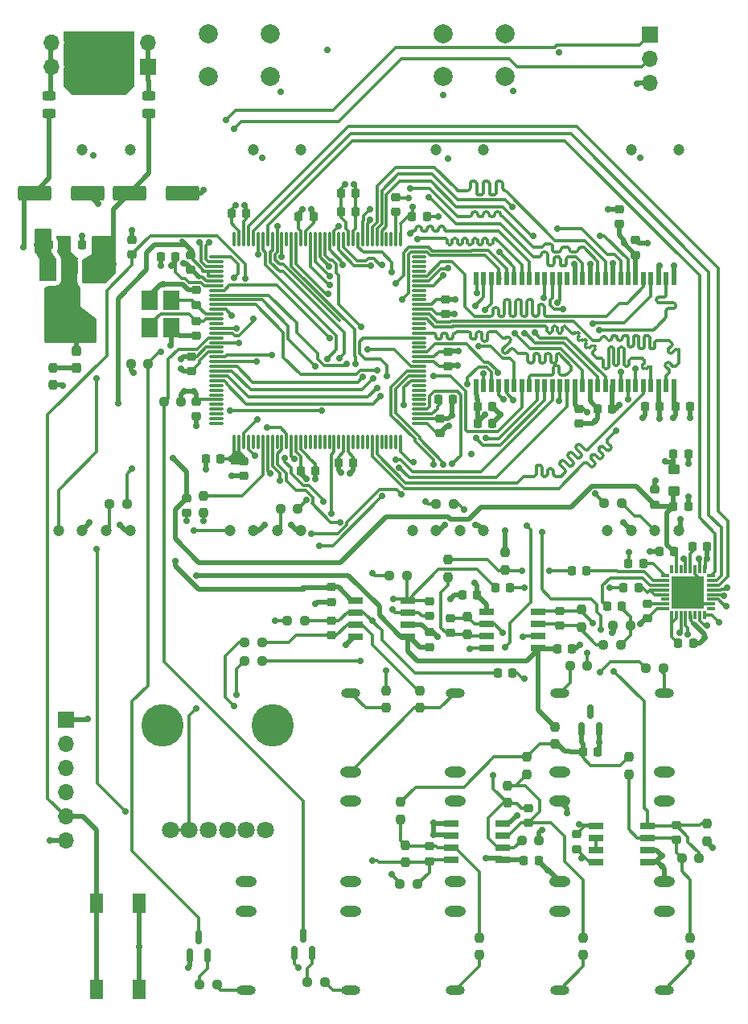
<source format=gbr>
%TF.GenerationSoftware,KiCad,Pcbnew,8.0.8*%
%TF.CreationDate,2025-01-25T01:21:00+01:00*%
%TF.ProjectId,aware01_h7,61776172-6530-4315-9f68-372e6b696361,rev?*%
%TF.SameCoordinates,Original*%
%TF.FileFunction,Copper,L4,Bot*%
%TF.FilePolarity,Positive*%
%FSLAX46Y46*%
G04 Gerber Fmt 4.6, Leading zero omitted, Abs format (unit mm)*
G04 Created by KiCad (PCBNEW 8.0.8) date 2025-01-25 01:21:00*
%MOMM*%
%LPD*%
G01*
G04 APERTURE LIST*
G04 Aperture macros list*
%AMRoundRect*
0 Rectangle with rounded corners*
0 $1 Rounding radius*
0 $2 $3 $4 $5 $6 $7 $8 $9 X,Y pos of 4 corners*
0 Add a 4 corners polygon primitive as box body*
4,1,4,$2,$3,$4,$5,$6,$7,$8,$9,$2,$3,0*
0 Add four circle primitives for the rounded corners*
1,1,$1+$1,$2,$3*
1,1,$1+$1,$4,$5*
1,1,$1+$1,$6,$7*
1,1,$1+$1,$8,$9*
0 Add four rect primitives between the rounded corners*
20,1,$1+$1,$2,$3,$4,$5,0*
20,1,$1+$1,$4,$5,$6,$7,0*
20,1,$1+$1,$6,$7,$8,$9,0*
20,1,$1+$1,$8,$9,$2,$3,0*%
G04 Aperture macros list end*
%TA.AperFunction,Conductor*%
%ADD10C,0.200000*%
%TD*%
%TA.AperFunction,ComponentPad*%
%ADD11C,0.700000*%
%TD*%
%TA.AperFunction,HeatsinkPad*%
%ADD12R,3.450000X3.450000*%
%TD*%
%TA.AperFunction,SMDPad,CuDef*%
%ADD13RoundRect,0.033750X0.101250X0.386250X-0.101250X0.386250X-0.101250X-0.386250X0.101250X-0.386250X0*%
%TD*%
%TA.AperFunction,SMDPad,CuDef*%
%ADD14RoundRect,0.033750X0.386250X0.101250X-0.386250X0.101250X-0.386250X-0.101250X0.386250X-0.101250X0*%
%TD*%
%TA.AperFunction,SMDPad,CuDef*%
%ADD15RoundRect,0.237500X-0.250000X-0.237500X0.250000X-0.237500X0.250000X0.237500X-0.250000X0.237500X0*%
%TD*%
%TA.AperFunction,ComponentPad*%
%ADD16C,1.200000*%
%TD*%
%TA.AperFunction,ComponentPad*%
%ADD17O,2.216000X1.108000*%
%TD*%
%TA.AperFunction,ComponentPad*%
%ADD18O,2.016000X1.008000*%
%TD*%
%TA.AperFunction,ComponentPad*%
%ADD19C,2.000000*%
%TD*%
%TA.AperFunction,ComponentPad*%
%ADD20C,1.800000*%
%TD*%
%TA.AperFunction,ComponentPad*%
%ADD21C,4.455000*%
%TD*%
%TA.AperFunction,SMDPad,CuDef*%
%ADD22RoundRect,0.225000X0.225000X0.250000X-0.225000X0.250000X-0.225000X-0.250000X0.225000X-0.250000X0*%
%TD*%
%TA.AperFunction,SMDPad,CuDef*%
%ADD23RoundRect,0.237500X0.250000X0.237500X-0.250000X0.237500X-0.250000X-0.237500X0.250000X-0.237500X0*%
%TD*%
%TA.AperFunction,SMDPad,CuDef*%
%ADD24RoundRect,0.225000X0.250000X-0.225000X0.250000X0.225000X-0.250000X0.225000X-0.250000X-0.225000X0*%
%TD*%
%TA.AperFunction,SMDPad,CuDef*%
%ADD25RoundRect,0.237500X0.237500X-0.250000X0.237500X0.250000X-0.237500X0.250000X-0.237500X-0.250000X0*%
%TD*%
%TA.AperFunction,ComponentPad*%
%ADD26R,1.700000X1.700000*%
%TD*%
%TA.AperFunction,ComponentPad*%
%ADD27O,1.700000X1.700000*%
%TD*%
%TA.AperFunction,SMDPad,CuDef*%
%ADD28RoundRect,0.237500X-0.237500X0.250000X-0.237500X-0.250000X0.237500X-0.250000X0.237500X0.250000X0*%
%TD*%
%TA.AperFunction,SMDPad,CuDef*%
%ADD29RoundRect,0.225000X-0.250000X0.225000X-0.250000X-0.225000X0.250000X-0.225000X0.250000X0.225000X0*%
%TD*%
%TA.AperFunction,SMDPad,CuDef*%
%ADD30R,1.528000X0.650000*%
%TD*%
%TA.AperFunction,SMDPad,CuDef*%
%ADD31RoundRect,0.225000X-0.225000X-0.250000X0.225000X-0.250000X0.225000X0.250000X-0.225000X0.250000X0*%
%TD*%
%TA.AperFunction,SMDPad,CuDef*%
%ADD32R,0.550000X1.440000*%
%TD*%
%TA.AperFunction,SMDPad,CuDef*%
%ADD33RoundRect,0.243750X-0.456250X0.243750X-0.456250X-0.243750X0.456250X-0.243750X0.456250X0.243750X0*%
%TD*%
%TA.AperFunction,SMDPad,CuDef*%
%ADD34RoundRect,0.243750X0.456250X-0.243750X0.456250X0.243750X-0.456250X0.243750X-0.456250X-0.243750X0*%
%TD*%
%TA.AperFunction,SMDPad,CuDef*%
%ADD35R,1.400000X2.100000*%
%TD*%
%TA.AperFunction,SMDPad,CuDef*%
%ADD36RoundRect,0.250000X-1.500000X-0.550000X1.500000X-0.550000X1.500000X0.550000X-1.500000X0.550000X0*%
%TD*%
%TA.AperFunction,SMDPad,CuDef*%
%ADD37RoundRect,0.150000X0.150000X-0.587500X0.150000X0.587500X-0.150000X0.587500X-0.150000X-0.587500X0*%
%TD*%
%TA.AperFunction,SMDPad,CuDef*%
%ADD38RoundRect,0.237500X0.237500X-0.287500X0.237500X0.287500X-0.237500X0.287500X-0.237500X-0.287500X0*%
%TD*%
%TA.AperFunction,SMDPad,CuDef*%
%ADD39RoundRect,0.075000X-0.662500X-0.075000X0.662500X-0.075000X0.662500X0.075000X-0.662500X0.075000X0*%
%TD*%
%TA.AperFunction,SMDPad,CuDef*%
%ADD40RoundRect,0.075000X-0.075000X-0.662500X0.075000X-0.662500X0.075000X0.662500X-0.075000X0.662500X0*%
%TD*%
%TA.AperFunction,SMDPad,CuDef*%
%ADD41RoundRect,0.375000X-0.375000X0.625000X-0.375000X-0.625000X0.375000X-0.625000X0.375000X0.625000X0*%
%TD*%
%TA.AperFunction,SMDPad,CuDef*%
%ADD42RoundRect,0.500000X-1.400000X0.500000X-1.400000X-0.500000X1.400000X-0.500000X1.400000X0.500000X0*%
%TD*%
%TA.AperFunction,SMDPad,CuDef*%
%ADD43R,1.800000X2.100000*%
%TD*%
%TA.AperFunction,SMDPad,CuDef*%
%ADD44RoundRect,0.250000X1.500000X0.550000X-1.500000X0.550000X-1.500000X-0.550000X1.500000X-0.550000X0*%
%TD*%
%TA.AperFunction,SMDPad,CuDef*%
%ADD45RoundRect,0.250000X0.350000X-0.275000X0.350000X0.275000X-0.350000X0.275000X-0.350000X-0.275000X0*%
%TD*%
%TA.AperFunction,ViaPad*%
%ADD46C,0.700000*%
%TD*%
%TA.AperFunction,Conductor*%
%ADD47C,0.500000*%
%TD*%
%TA.AperFunction,Conductor*%
%ADD48C,0.300000*%
%TD*%
%TA.AperFunction,Conductor*%
%ADD49C,0.250000*%
%TD*%
G04 APERTURE END LIST*
D10*
%TO.N,+3.3V*%
X186250000Y-85250000D02*
X186250000Y-86000000D01*
X185000000Y-86000000D01*
X185000000Y-85500000D01*
X185000000Y-85100000D01*
X185250000Y-84750000D01*
X185750000Y-84750000D01*
X186250000Y-85250000D01*
%TA.AperFunction,Conductor*%
G36*
X186250000Y-85250000D02*
G01*
X186250000Y-86000000D01*
X185000000Y-86000000D01*
X185000000Y-85500000D01*
X185000000Y-85100000D01*
X185250000Y-84750000D01*
X185750000Y-84750000D01*
X186250000Y-85250000D01*
G37*
%TD.AperFunction*%
%TD*%
D11*
%TO.P,IC2,38*%
%TO.N,N/C*%
X233000000Y-100700000D03*
%TO.P,IC2,37*%
X231800000Y-99500000D03*
%TO.P,IC2,36*%
X233000000Y-98300000D03*
%TO.P,IC2,35*%
X234200000Y-99500000D03*
%TO.P,IC2,34*%
X233000000Y-99500000D03*
D12*
%TO.P,IC2,33,EP*%
%TO.N,GND*%
X233000000Y-99500000D03*
D13*
%TO.P,IC2,32,GPIO_/_MFP5*%
X234750000Y-97065000D03*
%TO.P,IC2,31,~{RESET}*%
%TO.N,+3.3V*%
X234250000Y-97065000D03*
%TO.P,IC2,30,LDO__SELECT*%
%TO.N,GND*%
X233750000Y-97065000D03*
%TO.P,IC2,29,DVDD*%
%TO.N,Net-(IC2-DVDD)*%
X233250000Y-97065000D03*
%TO.P,IC2,28,DVSS*%
%TO.N,GND*%
X232750000Y-97065000D03*
%TO.P,IC2,27,HPR*%
%TO.N,unconnected-(IC2-HPR-Pad27)*%
X232250000Y-97065000D03*
%TO.P,IC2,26,LDOIN*%
%TO.N,+3.3VA*%
X231750000Y-97065000D03*
%TO.P,IC2,25,HPL*%
%TO.N,unconnected-(IC2-HPL-Pad25)*%
X231250000Y-97065000D03*
D14*
%TO.P,IC2,24,AVDD*%
%TO.N,Net-(IC2-AVDD)*%
X230565000Y-97750000D03*
%TO.P,IC2,23,LOR*%
%TO.N,/Audio Codec/Input Output Channels/OUTR*%
X230565000Y-98250000D03*
%TO.P,IC2,22,LOL*%
%TO.N,/Audio Codec/Input Output Channels/OUTL*%
X230565000Y-98750000D03*
%TO.P,IC2,21,IN3_R*%
%TO.N,Net-(IC2-IN3_L)*%
X230565000Y-99250000D03*
%TO.P,IC2,20,IN3_L*%
X230565000Y-99750000D03*
%TO.P,IC2,19,MICBIAS*%
%TO.N,unconnected-(IC2-MICBIAS-Pad19)*%
X230565000Y-100250000D03*
%TO.P,IC2,18,REF*%
%TO.N,CODECREF*%
X230565000Y-100750000D03*
%TO.P,IC2,17,AVSS*%
%TO.N,GND*%
X230565000Y-101250000D03*
D13*
%TO.P,IC2,16,IN2_R*%
%TO.N,Net-(IC2-IN2_L)*%
X231250000Y-101935000D03*
%TO.P,IC2,15,IN2_L*%
X231750000Y-101935000D03*
%TO.P,IC2,14,IN1_R*%
%TO.N,/Audio Codec/Input Output Channels/INR*%
X232250000Y-101935000D03*
%TO.P,IC2,13,IN1_L*%
%TO.N,/Audio Codec/Input Output Channels/INL*%
X232750000Y-101935000D03*
%TO.P,IC2,12,SPI__SELECT*%
%TO.N,GND*%
X233250000Y-101935000D03*
%TO.P,IC2,11,MISO_/_MFP4*%
%TO.N,unconnected-(IC2-MISO_{slash}_MFP4-Pad11)*%
X233750000Y-101935000D03*
%TO.P,IC2,10,SDA/MOSI*%
%TO.N,/I2C1_SDA*%
X234250000Y-101935000D03*
%TO.P,IC2,9,SCL/~{SS}*%
%TO.N,/I2C1_SCL*%
X234750000Y-101935000D03*
D14*
%TO.P,IC2,8,SCLK_/_MFP3*%
%TO.N,unconnected-(IC2-SCLK_{slash}_MFP3-Pad8)*%
X235435000Y-101250000D03*
%TO.P,IC2,7,IOVSS*%
%TO.N,GND*%
X235435000Y-100750000D03*
%TO.P,IC2,6,IOVDD*%
%TO.N,+3.3V*%
X235435000Y-100250000D03*
%TO.P,IC2,5,DOUT_/_MFP2*%
%TO.N,/I2S1_SDO*%
X235435000Y-99750000D03*
%TO.P,IC2,4,DIN_/_MFP1*%
%TO.N,/I2S1_SDI*%
X235435000Y-99250000D03*
%TO.P,IC2,3,WCLK*%
%TO.N,/I2S1_WS*%
X235435000Y-98750000D03*
%TO.P,IC2,2,BCLK*%
%TO.N,/I2S1_CK*%
X235435000Y-98250000D03*
%TO.P,IC2,1,MCLK*%
%TO.N,/I2S1_MCK*%
X235435000Y-97750000D03*
%TD*%
D15*
%TO.P,R38,1*%
%TO.N,/CV1_IN*%
X215487500Y-125600000D03*
%TO.P,R38,2*%
%TO.N,GND*%
X217312500Y-125600000D03*
%TD*%
D16*
%TO.P,U4,1,1*%
%TO.N,+3.3V*%
X187250000Y-93000000D03*
%TO.P,U4,2,2*%
%TO.N,/FADER2_IN*%
X184750000Y-93000000D03*
%TO.P,U4,3,3*%
%TO.N,GND*%
X187250000Y-53000000D03*
%TO.P,U4,4,A*%
%TO.N,Net-(U4B-A)*%
X189750000Y-93000000D03*
%TO.P,U4,5,K*%
%TO.N,GND*%
X192250000Y-93000000D03*
%TO.P,U4,6,B*%
%TO.N,unconnected-(U4A-B-Pad6)*%
X192250000Y-53000000D03*
%TD*%
%TO.P,U6,1,1*%
%TO.N,+3.3V*%
X227000000Y-93000000D03*
%TO.P,U6,2,2*%
%TO.N,/FADER4_IN*%
X224500000Y-93000000D03*
%TO.P,U6,3,3*%
%TO.N,GND*%
X227000000Y-53000000D03*
%TO.P,U6,4,A*%
%TO.N,Net-(U6B-A)*%
X229500000Y-93000000D03*
%TO.P,U6,5,K*%
%TO.N,GND*%
X232000000Y-93000000D03*
%TO.P,U6,6,B*%
%TO.N,unconnected-(U6A-B-Pad6)*%
X232000000Y-53000000D03*
%TD*%
D17*
%TO.P,J9,S*%
%TO.N,GND*%
X208500000Y-129940000D03*
D18*
%TO.P,J9,T*%
%TO.N,Net-(J9-PadT)*%
X208500000Y-141340000D03*
D17*
%TO.P,J9,TN*%
%TO.N,unconnected-(J9-PadTN)*%
X208500000Y-133040000D03*
%TD*%
D19*
%TO.P,SW3,1,1*%
%TO.N,GND*%
X213750000Y-45250000D03*
X207250000Y-45250000D03*
%TO.P,SW3,2,2*%
%TO.N,/BUTTON2_IN*%
X213750000Y-40750000D03*
X207250000Y-40750000D03*
%TD*%
D20*
%TO.P,VR1,1*%
%TO.N,Net-(C45-Pad1)*%
X180500000Y-124475000D03*
%TO.P,VR1,2*%
X178500000Y-124475000D03*
%TO.P,VR1,3*%
%TO.N,Net-(C46-Pad1)*%
X188500000Y-124475000D03*
%TO.P,VR1,4*%
%TO.N,Net-(R11-Pad2)*%
X182500000Y-124475000D03*
%TO.P,VR1,5*%
%TO.N,Net-(C46-Pad1)*%
X184500000Y-124475000D03*
%TO.P,VR1,6*%
%TO.N,Net-(R12-Pad2)*%
X186500000Y-124475000D03*
D21*
%TO.P,VR1,MH1,MH1*%
%TO.N,unconnected-(VR1-PadMH1)*%
X177700000Y-113475000D03*
%TO.P,VR1,MH2,MH2*%
%TO.N,unconnected-(VR1-PadMH2)*%
X189300000Y-113475000D03*
%TD*%
D16*
%TO.P,U3,1,1*%
%TO.N,+3.3V*%
X169250000Y-93000000D03*
%TO.P,U3,2,2*%
%TO.N,/FADER1_IN*%
X166750000Y-93000000D03*
%TO.P,U3,3,3*%
%TO.N,GND*%
X169250000Y-53000000D03*
%TO.P,U3,4,A*%
%TO.N,Net-(U3B-A)*%
X171750000Y-93000000D03*
%TO.P,U3,5,K*%
%TO.N,GND*%
X174250000Y-93000000D03*
%TO.P,U3,6,B*%
%TO.N,unconnected-(U3A-B-Pad6)*%
X174250000Y-53000000D03*
%TD*%
D17*
%TO.P,J13,S*%
%TO.N,GND*%
X230500000Y-121480000D03*
D18*
%TO.P,J13,T*%
%TO.N,Net-(J13-PadT)*%
X230500000Y-110080000D03*
D17*
%TO.P,J13,TN*%
%TO.N,unconnected-(J13-PadTN)*%
X230500000Y-118380000D03*
%TD*%
%TO.P,J8,S*%
%TO.N,GND*%
X230500000Y-129940000D03*
D18*
%TO.P,J8,T*%
%TO.N,Net-(J8-PadT)*%
X230500000Y-141340000D03*
D17*
%TO.P,J8,TN*%
%TO.N,unconnected-(J8-PadTN)*%
X230500000Y-133040000D03*
%TD*%
%TO.P,J4,S*%
%TO.N,GND*%
X208500000Y-121480000D03*
D18*
%TO.P,J4,T*%
%TO.N,Net-(J11-PadTN)*%
X208500000Y-110080000D03*
D17*
%TO.P,J4,TN*%
%TO.N,unconnected-(J4-PadTN)*%
X208500000Y-118380000D03*
%TD*%
%TO.P,J5,S*%
%TO.N,GND*%
X186500000Y-129940000D03*
D18*
%TO.P,J5,T*%
%TO.N,Net-(J5-PadT)*%
X186500000Y-141340000D03*
D17*
%TO.P,J5,TN*%
%TO.N,unconnected-(J5-PadTN)*%
X186500000Y-133040000D03*
%TD*%
%TO.P,J11,S*%
%TO.N,GND*%
X197500000Y-121480000D03*
D18*
%TO.P,J11,T*%
%TO.N,Net-(J11-PadT)*%
X197500000Y-110080000D03*
D17*
%TO.P,J11,TN*%
%TO.N,Net-(J11-PadTN)*%
X197500000Y-118380000D03*
%TD*%
%TO.P,J7,S*%
%TO.N,GND*%
X197500000Y-129940000D03*
D18*
%TO.P,J7,T*%
%TO.N,Net-(J7-PadT)*%
X197500000Y-141340000D03*
D17*
%TO.P,J7,TN*%
%TO.N,unconnected-(J7-PadTN)*%
X197500000Y-133040000D03*
%TD*%
D16*
%TO.P,U5,6,B*%
%TO.N,unconnected-(U5A-B-Pad6)*%
X211500000Y-53000000D03*
%TO.P,U5,5,K*%
%TO.N,GND*%
X211500000Y-93000000D03*
%TO.P,U5,4,A*%
%TO.N,Net-(U5B-A)*%
X209000000Y-93000000D03*
%TO.P,U5,3,3*%
%TO.N,GND*%
X206500000Y-53000000D03*
%TO.P,U5,2,2*%
%TO.N,/FADER3_IN*%
X204000000Y-93000000D03*
%TO.P,U5,1,1*%
%TO.N,+3.3V*%
X206500000Y-93000000D03*
%TD*%
D19*
%TO.P,SW2,1,1*%
%TO.N,GND*%
X189000000Y-45250000D03*
X182500000Y-45250000D03*
%TO.P,SW2,2,2*%
%TO.N,/BUTTON1_IN*%
X189000000Y-40750000D03*
X182500000Y-40750000D03*
%TD*%
D17*
%TO.P,J10,S*%
%TO.N,GND*%
X219500000Y-129940000D03*
D18*
%TO.P,J10,T*%
%TO.N,Net-(J10-PadT)*%
X219500000Y-141340000D03*
D17*
%TO.P,J10,TN*%
%TO.N,unconnected-(J10-PadTN)*%
X219500000Y-133040000D03*
%TD*%
%TO.P,J6,S*%
%TO.N,GND*%
X219500000Y-121480000D03*
D18*
%TO.P,J6,T*%
%TO.N,Net-(J6-PadT)*%
X219500000Y-110080000D03*
D17*
%TO.P,J6,TN*%
%TO.N,unconnected-(J6-PadTN)*%
X219500000Y-118380000D03*
%TD*%
D22*
%TO.P,C58,1*%
%TO.N,GND*%
X217275000Y-127750000D03*
%TO.P,C58,2*%
%TO.N,+3.3V*%
X215725000Y-127750000D03*
%TD*%
D23*
%TO.P,R23,1*%
%TO.N,Net-(J5-PadT)*%
X183412500Y-140750000D03*
%TO.P,R23,2*%
%TO.N,Net-(Q1-B)*%
X181587500Y-140750000D03*
%TD*%
D24*
%TO.P,C7,1*%
%TO.N,+3.3V*%
X225750000Y-60775000D03*
%TO.P,C7,2*%
%TO.N,GND*%
X225750000Y-59225000D03*
%TD*%
D22*
%TO.P,C6,2*%
%TO.N,Net-(C6-Pad2)*%
X206725000Y-79250000D03*
%TO.P,C6,1*%
%TO.N,GND*%
X208275000Y-79250000D03*
%TD*%
D25*
%TO.P,R34,1*%
%TO.N,Net-(J10-PadT)*%
X222000000Y-137662500D03*
%TO.P,R34,2*%
%TO.N,Net-(U13B--)*%
X222000000Y-135837500D03*
%TD*%
D26*
%TO.P,J2,1,Pin_1*%
%TO.N,/UART4_TX*%
X229000000Y-40875000D03*
D27*
%TO.P,J2,2,Pin_2*%
%TO.N,/UART4_RX*%
X229000000Y-43415000D03*
%TO.P,J2,3,Pin_3*%
%TO.N,GND*%
X229000000Y-45955000D03*
%TD*%
D23*
%TO.P,R37,1*%
%TO.N,/V_OCT_IN*%
X204512500Y-130200000D03*
%TO.P,R37,2*%
%TO.N,GND*%
X202687500Y-130200000D03*
%TD*%
D24*
%TO.P,C8,1*%
%TO.N,+3.3V*%
X227500000Y-64025000D03*
%TO.P,C8,2*%
%TO.N,GND*%
X227500000Y-62475000D03*
%TD*%
D28*
%TO.P,R39,1*%
%TO.N,Net-(D3-K)*%
X166200000Y-75887500D03*
%TO.P,R39,2*%
%TO.N,GND*%
X166200000Y-77712500D03*
%TD*%
D22*
%TO.P,C60,1*%
%TO.N,+3.3VA*%
X231525000Y-95250000D03*
%TO.P,C60,2*%
%TO.N,GND*%
X229975000Y-95250000D03*
%TD*%
D25*
%TO.P,R26,1*%
%TO.N,Net-(J8-PadT)*%
X233250000Y-137662500D03*
%TO.P,R26,2*%
%TO.N,Net-(U11A--)*%
X233250000Y-135837500D03*
%TD*%
D28*
%TO.P,R25,1*%
%TO.N,AREF-10*%
X226750000Y-116837500D03*
%TO.P,R25,2*%
%TO.N,Net-(U11A--)*%
X226750000Y-118662500D03*
%TD*%
D29*
%TO.P,C1,1*%
%TO.N,Net-(U1-PH0)*%
X181250000Y-70975000D03*
%TO.P,C1,2*%
%TO.N,GND*%
X181250000Y-72525000D03*
%TD*%
D30*
%TO.P,U13,1*%
%TO.N,/V_OCT_IN*%
X208039000Y-127655000D03*
%TO.P,U13,2,-*%
%TO.N,Net-(U13A--)*%
X208039000Y-126385000D03*
%TO.P,U13,3,+*%
%TO.N,GND*%
X208039000Y-125115000D03*
%TO.P,U13,4,V-*%
X208039000Y-123845000D03*
%TO.P,U13,5,+*%
X213461000Y-123845000D03*
%TO.P,U13,6,-*%
%TO.N,Net-(U13B--)*%
X213461000Y-125115000D03*
%TO.P,U13,7*%
%TO.N,/CV1_IN*%
X213461000Y-126385000D03*
%TO.P,U13,8,V+*%
%TO.N,+3.3V*%
X213461000Y-127655000D03*
%TD*%
D29*
%TO.P,C54,1*%
%TO.N,Net-(C54-Pad1)*%
X208000000Y-102225000D03*
%TO.P,C54,2*%
%TO.N,Net-(U10B--)*%
X208000000Y-103775000D03*
%TD*%
D15*
%TO.P,R29,1*%
%TO.N,Net-(U11A--)*%
X232337500Y-127500000D03*
%TO.P,R29,2*%
%TO.N,/CV2_IN*%
X234162500Y-127500000D03*
%TD*%
D29*
%TO.P,C36,1*%
%TO.N,+3.3V*%
X180750000Y-74725000D03*
%TO.P,C36,2*%
%TO.N,GND*%
X180750000Y-76275000D03*
%TD*%
D22*
%TO.P,C38,1*%
%TO.N,GND*%
X235025000Y-94750000D03*
%TO.P,C38,2*%
%TO.N,Net-(IC2-DVDD)*%
X233475000Y-94750000D03*
%TD*%
D24*
%TO.P,C27,1*%
%TO.N,+3.3V*%
X207750000Y-75750000D03*
%TO.P,C27,2*%
%TO.N,GND*%
X207750000Y-74200000D03*
%TD*%
D31*
%TO.P,C25,1*%
%TO.N,+3.3VA*%
X231475000Y-90500000D03*
%TO.P,C25,2*%
%TO.N,GND*%
X233025000Y-90500000D03*
%TD*%
D29*
%TO.P,C63,1*%
%TO.N,+3.3V*%
X181250000Y-79475000D03*
%TO.P,C63,2*%
%TO.N,GND*%
X181250000Y-81025000D03*
%TD*%
D24*
%TO.P,C3,1*%
%TO.N,GND*%
X180200000Y-91175000D03*
%TO.P,C3,2*%
%TO.N,+3.3VA*%
X180200000Y-89625000D03*
%TD*%
D30*
%TO.P,U11,1*%
%TO.N,/CV2_IN*%
X228711000Y-124095000D03*
%TO.P,U11,2,-*%
%TO.N,Net-(U11A--)*%
X228711000Y-125365000D03*
%TO.P,U11,3,+*%
%TO.N,GND*%
X228711000Y-126635000D03*
%TO.P,U11,4,V-*%
X228711000Y-127905000D03*
%TO.P,U11,5,+*%
X223289000Y-127905000D03*
%TO.P,U11,6,-*%
%TO.N,Net-(U11B--)*%
X223289000Y-126635000D03*
%TO.P,U11,7*%
X223289000Y-125365000D03*
%TO.P,U11,8,V+*%
%TO.N,+3.3V*%
X223289000Y-124095000D03*
%TD*%
D23*
%TO.P,R4,1*%
%TO.N,/FAD_LED1_OUT*%
X173912500Y-90250000D03*
%TO.P,R4,2*%
%TO.N,Net-(U3B-A)*%
X172087500Y-90250000D03*
%TD*%
D29*
%TO.P,C61,1*%
%TO.N,+3.3VA*%
X180600000Y-64025000D03*
%TO.P,C61,2*%
%TO.N,GND*%
X180600000Y-65575000D03*
%TD*%
D22*
%TO.P,C30,1*%
%TO.N,+12V*%
X170775000Y-63000000D03*
%TO.P,C30,2*%
%TO.N,GND*%
X169225000Y-63000000D03*
%TD*%
D25*
%TO.P,R20,1*%
%TO.N,Net-(U10B--)*%
X209750000Y-103912500D03*
%TO.P,R20,2*%
%TO.N,Net-(C54-Pad1)*%
X209750000Y-102087500D03*
%TD*%
D29*
%TO.P,C43,1*%
%TO.N,+12V*%
X195500000Y-98975000D03*
%TO.P,C43,2*%
%TO.N,GND*%
X195500000Y-100525000D03*
%TD*%
D32*
%TO.P,U2,1,VDD*%
%TO.N,+3.3V*%
X231500000Y-77740000D03*
%TO.P,U2,2,DQ0*%
%TO.N,/FMC_D0*%
X230700000Y-77740000D03*
%TO.P,U2,3,VDDQ*%
%TO.N,+3.3V*%
X229900000Y-77740000D03*
%TO.P,U2,4,DQ1*%
%TO.N,/FMC_D1*%
X229100000Y-77740000D03*
%TO.P,U2,5,DQ2*%
%TO.N,/FMC_D2*%
X228300000Y-77740000D03*
%TO.P,U2,6,VSSQ*%
%TO.N,GND*%
X227500000Y-77740000D03*
%TO.P,U2,7,DQ3*%
%TO.N,/FMC_D3*%
X226700000Y-77740000D03*
%TO.P,U2,8,DQ4*%
%TO.N,/FMC_D4*%
X225900000Y-77740000D03*
%TO.P,U2,9,VDDQ*%
%TO.N,+3.3V*%
X225100000Y-77740000D03*
%TO.P,U2,10,DQ5*%
%TO.N,/FMC_D5*%
X224300000Y-77740000D03*
%TO.P,U2,11,DQ6*%
%TO.N,/FMC_D6*%
X223500000Y-77740000D03*
%TO.P,U2,12,VSSQ*%
%TO.N,GND*%
X222700000Y-77740000D03*
%TO.P,U2,13,DQ7*%
%TO.N,/FMC_D7*%
X221900000Y-77740000D03*
%TO.P,U2,14,VDD*%
%TO.N,+3.3V*%
X221100000Y-77740000D03*
%TO.P,U2,15,DQML*%
%TO.N,/FMC_NBL0*%
X220300000Y-77740000D03*
%TO.P,U2,16,~{WE}*%
%TO.N,/FMC_SDNWE*%
X219500000Y-77740000D03*
%TO.P,U2,17,~{CAS}*%
%TO.N,/FMC_SDNCAS*%
X218700000Y-77740000D03*
%TO.P,U2,18,~{RAS}*%
%TO.N,/FMC_SDNRAS*%
X217900000Y-77740000D03*
%TO.P,U2,19,~{CS}*%
%TO.N,/FMC_SDNE0*%
X217100000Y-77740000D03*
%TO.P,U2,20,BA0*%
%TO.N,/FMC_BA0*%
X216300000Y-77740000D03*
%TO.P,U2,21,BA1*%
%TO.N,/FMC_BA1*%
X215500000Y-77740000D03*
%TO.P,U2,22,A10*%
%TO.N,/FMC_A10*%
X214700000Y-77740000D03*
%TO.P,U2,23,A0*%
%TO.N,/FMC_A0*%
X213900000Y-77740000D03*
%TO.P,U2,24,A1*%
%TO.N,/FMC_A1*%
X213100000Y-77740000D03*
%TO.P,U2,25,A2*%
%TO.N,/FMC_A2*%
X212300000Y-77740000D03*
%TO.P,U2,26,A3*%
%TO.N,/FMC_A3*%
X211500000Y-77740000D03*
%TO.P,U2,27,VDD*%
%TO.N,+3.3V*%
X210700000Y-77740000D03*
%TO.P,U2,28,VSS*%
%TO.N,GND*%
X210700000Y-66500000D03*
%TO.P,U2,29,A4*%
%TO.N,/FMC_A4*%
X211500000Y-66500000D03*
%TO.P,U2,30,A5*%
%TO.N,/FMC_A5*%
X212300000Y-66500000D03*
%TO.P,U2,31,A6*%
%TO.N,/FMC_A6*%
X213100000Y-66500000D03*
%TO.P,U2,32,A7*%
%TO.N,/FMC_A7*%
X213900000Y-66500000D03*
%TO.P,U2,33,A8*%
%TO.N,/FMC_A8*%
X214700000Y-66500000D03*
%TO.P,U2,34,A9*%
%TO.N,/FMC_A9*%
X215500000Y-66500000D03*
%TO.P,U2,35,A11*%
%TO.N,/FMC_A11*%
X216300000Y-66500000D03*
%TO.P,U2,36,NC*%
%TO.N,unconnected-(U2-NC-Pad36)*%
X217100000Y-66500000D03*
%TO.P,U2,37,CKE*%
%TO.N,/FMC_SDCKE0*%
X217900000Y-66500000D03*
%TO.P,U2,38,CLK*%
%TO.N,/FMC_SDCLK*%
X218700000Y-66500000D03*
%TO.P,U2,39,DQMH*%
%TO.N,/FMC_NBL1*%
X219500000Y-66500000D03*
%TO.P,U2,40,NC*%
%TO.N,unconnected-(U2-NC-Pad40)*%
X220300000Y-66500000D03*
%TO.P,U2,41,VSS*%
%TO.N,GND*%
X221100000Y-66500000D03*
%TO.P,U2,42,DQ8*%
%TO.N,/FMC_D8*%
X221900000Y-66500000D03*
%TO.P,U2,43,VSSQ*%
%TO.N,GND*%
X222700000Y-66500000D03*
%TO.P,U2,44,DQ9*%
%TO.N,/FMC_D9*%
X223500000Y-66500000D03*
%TO.P,U2,45,DQ10*%
%TO.N,/FMC_D10*%
X224300000Y-66500000D03*
%TO.P,U2,46,VSSQ*%
%TO.N,GND*%
X225100000Y-66500000D03*
%TO.P,U2,47,DQ11*%
%TO.N,/FMC_D11*%
X225900000Y-66500000D03*
%TO.P,U2,48,DQ12*%
%TO.N,/FMC_D12*%
X226700000Y-66500000D03*
%TO.P,U2,49,VDDQ*%
%TO.N,+3.3V*%
X227500000Y-66500000D03*
%TO.P,U2,50,DQ13*%
%TO.N,/FMC_D13*%
X228300000Y-66500000D03*
%TO.P,U2,51,DQ14*%
%TO.N,/FMC_D14*%
X229100000Y-66500000D03*
%TO.P,U2,52,VSSQ*%
%TO.N,GND*%
X229900000Y-66500000D03*
%TO.P,U2,53,DQ15*%
%TO.N,/FMC_D15*%
X230700000Y-66500000D03*
%TO.P,U2,54,VSS*%
%TO.N,GND*%
X231500000Y-66500000D03*
%TD*%
D23*
%TO.P,R11,1*%
%TO.N,Net-(U9A--)*%
X188162500Y-106750000D03*
%TO.P,R11,2*%
%TO.N,Net-(R11-Pad2)*%
X186337500Y-106750000D03*
%TD*%
D24*
%TO.P,C23,1*%
%TO.N,+3.3VA*%
X229500000Y-90275000D03*
%TO.P,C23,2*%
%TO.N,GND*%
X229500000Y-88725000D03*
%TD*%
D28*
%TO.P,R16,1*%
%TO.N,GND*%
X213750000Y-95337500D03*
%TO.P,R16,2*%
%TO.N,Net-(C52-Pad1)*%
X213750000Y-97162500D03*
%TD*%
D31*
%TO.P,C48,1*%
%TO.N,Net-(C46-Pad1)*%
X212975000Y-108000000D03*
%TO.P,C48,2*%
%TO.N,/Audio Codec/Input Output Channels/INR*%
X214525000Y-108000000D03*
%TD*%
D33*
%TO.P,D2,1,K*%
%TO.N,Net-(D2-K)*%
X165750000Y-47312500D03*
%TO.P,D2,2,A*%
%TO.N,-12V*%
X165750000Y-49187500D03*
%TD*%
D31*
%TO.P,C28,1*%
%TO.N,+3.3V*%
X231475000Y-85000000D03*
%TO.P,C28,2*%
%TO.N,GND*%
X233025000Y-85000000D03*
%TD*%
%TO.P,C42,1*%
%TO.N,GND*%
X226225000Y-99000000D03*
%TO.P,C42,2*%
%TO.N,Net-(IC2-IN3_L)*%
X227775000Y-99000000D03*
%TD*%
D34*
%TO.P,D1,1,K*%
%TO.N,+12V*%
X176250000Y-49187500D03*
%TO.P,D1,2,A*%
%TO.N,Net-(D1-A)*%
X176250000Y-47312500D03*
%TD*%
D30*
%TO.P,U10,1*%
%TO.N,Net-(C53-Pad1)*%
X217211000Y-101595000D03*
%TO.P,U10,2,-*%
%TO.N,Net-(U10A--)*%
X217211000Y-102865000D03*
%TO.P,U10,3,+*%
%TO.N,GND*%
X217211000Y-104135000D03*
%TO.P,U10,4,V-*%
%TO.N,-12V*%
X217211000Y-105405000D03*
%TO.P,U10,5,+*%
%TO.N,GND*%
X211789000Y-105405000D03*
%TO.P,U10,6,-*%
%TO.N,Net-(U10B--)*%
X211789000Y-104135000D03*
%TO.P,U10,7*%
%TO.N,Net-(C54-Pad1)*%
X211789000Y-102865000D03*
%TO.P,U10,8,V+*%
%TO.N,+12V*%
X211789000Y-101595000D03*
%TD*%
D35*
%TO.P,SW1,1,1*%
%TO.N,GND*%
X175250000Y-141300000D03*
X175250000Y-132200000D03*
%TO.P,SW1,2,2*%
%TO.N,/NRST*%
X170750000Y-141300000D03*
X170750000Y-132200000D03*
%TD*%
D36*
%TO.P,C19,1*%
%TO.N,+12V*%
X174200000Y-57500000D03*
%TO.P,C19,2*%
%TO.N,GND*%
X179800000Y-57500000D03*
%TD*%
D29*
%TO.P,C21,1*%
%TO.N,+3.3V*%
X186250000Y-85725000D03*
%TO.P,C21,2*%
%TO.N,GND*%
X186250000Y-87275000D03*
%TD*%
%TO.P,C5,1*%
%TO.N,GND*%
X202250000Y-57975000D03*
%TO.P,C5,2*%
%TO.N,Net-(C5-Pad2)*%
X202250000Y-59525000D03*
%TD*%
D23*
%TO.P,R21,1*%
%TO.N,Net-(C53-Pad1)*%
X222412500Y-107250000D03*
%TO.P,R21,2*%
%TO.N,Net-(J6-PadT)*%
X220587500Y-107250000D03*
%TD*%
D28*
%TO.P,R30,1*%
%TO.N,/CV2_IN*%
X235000000Y-123837500D03*
%TO.P,R30,2*%
%TO.N,GND*%
X235000000Y-125662500D03*
%TD*%
D24*
%TO.P,C26,1*%
%TO.N,+3.3V*%
X206912500Y-82775000D03*
%TO.P,C26,2*%
%TO.N,GND*%
X206912500Y-81225000D03*
%TD*%
D22*
%TO.P,C17,1*%
%TO.N,+3.3V*%
X179025000Y-64250000D03*
%TO.P,C17,2*%
%TO.N,GND*%
X177475000Y-64250000D03*
%TD*%
D24*
%TO.P,C2,1*%
%TO.N,Net-(U1-PH1)*%
X181250000Y-69275000D03*
%TO.P,C2,2*%
%TO.N,GND*%
X181250000Y-67725000D03*
%TD*%
D28*
%TO.P,R31,1*%
%TO.N,AREF-10*%
X202750000Y-121587500D03*
%TO.P,R31,2*%
%TO.N,Net-(U13A--)*%
X202750000Y-123412500D03*
%TD*%
D22*
%TO.P,C51,1*%
%TO.N,Net-(C51-Pad1)*%
X226025000Y-101000000D03*
%TO.P,C51,2*%
%TO.N,/Audio Codec/Input Output Channels/OUTL*%
X224475000Y-101000000D03*
%TD*%
D30*
%TO.P,U9,1*%
%TO.N,Net-(C45-Pad1)*%
X203461000Y-100345000D03*
%TO.P,U9,2,-*%
%TO.N,Net-(U9A--)*%
X203461000Y-101615000D03*
%TO.P,U9,3,+*%
%TO.N,GND*%
X203461000Y-102885000D03*
%TO.P,U9,4,V-*%
%TO.N,-12V*%
X203461000Y-104155000D03*
%TO.P,U9,5,+*%
%TO.N,GND*%
X198039000Y-104155000D03*
%TO.P,U9,6,-*%
%TO.N,Net-(U9B--)*%
X198039000Y-102885000D03*
%TO.P,U9,7*%
%TO.N,Net-(C46-Pad1)*%
X198039000Y-101615000D03*
%TO.P,U9,8,V+*%
%TO.N,+12V*%
X198039000Y-100345000D03*
%TD*%
D25*
%TO.P,R19,1*%
%TO.N,Net-(U10A--)*%
X221750000Y-103162500D03*
%TO.P,R19,2*%
%TO.N,Net-(C53-Pad1)*%
X221750000Y-101337500D03*
%TD*%
D37*
%TO.P,U8,1,K*%
%TO.N,GND*%
X223650000Y-113937500D03*
%TO.P,U8,2,A*%
%TO.N,AREF-10*%
X221750000Y-113937500D03*
%TO.P,U8,3,NC*%
%TO.N,unconnected-(U8-NC-Pad3)*%
X222700000Y-112062500D03*
%TD*%
D23*
%TO.P,R12,1*%
%TO.N,Net-(U9B--)*%
X188162500Y-104750000D03*
%TO.P,R12,2*%
%TO.N,Net-(R12-Pad2)*%
X186337500Y-104750000D03*
%TD*%
D28*
%TO.P,R18,1*%
%TO.N,Net-(C52-Pad1)*%
X207750000Y-96087500D03*
%TO.P,R18,2*%
%TO.N,Net-(U10B--)*%
X207750000Y-97912500D03*
%TD*%
D29*
%TO.P,C12,1*%
%TO.N,+3.3V*%
X221500000Y-80225000D03*
%TO.P,C12,2*%
%TO.N,GND*%
X221500000Y-81775000D03*
%TD*%
D15*
%TO.P,R7,1*%
%TO.N,/FAD_LED4_OUT*%
X224187500Y-90100000D03*
%TO.P,R7,2*%
%TO.N,Net-(U6B-A)*%
X226012500Y-90100000D03*
%TD*%
D28*
%TO.P,R33,1*%
%TO.N,AREF-10*%
X216000000Y-116837500D03*
%TO.P,R33,2*%
%TO.N,Net-(U13B--)*%
X216000000Y-118662500D03*
%TD*%
D23*
%TO.P,R5,1*%
%TO.N,/FAD_LED2_OUT*%
X191912500Y-90750000D03*
%TO.P,R5,2*%
%TO.N,Net-(U4B-A)*%
X190087500Y-90750000D03*
%TD*%
D25*
%TO.P,R1,1*%
%TO.N,GND*%
X182000000Y-91162500D03*
%TO.P,R1,2*%
%TO.N,Net-(U1-BOOT0)*%
X182000000Y-89337500D03*
%TD*%
D15*
%TO.P,R15,1*%
%TO.N,GND*%
X225087500Y-103000000D03*
%TO.P,R15,2*%
%TO.N,Net-(C51-Pad1)*%
X226912500Y-103000000D03*
%TD*%
D24*
%TO.P,C55,1*%
%TO.N,Net-(U11A--)*%
X231750000Y-125550000D03*
%TO.P,C55,2*%
%TO.N,/CV2_IN*%
X231750000Y-124000000D03*
%TD*%
D31*
%TO.P,C40,1*%
%TO.N,GND*%
X226725000Y-96500000D03*
%TO.P,C40,2*%
%TO.N,Net-(IC2-AVDD)*%
X228275000Y-96500000D03*
%TD*%
D29*
%TO.P,C45,1*%
%TO.N,Net-(C45-Pad1)*%
X205750000Y-100475000D03*
%TO.P,C45,2*%
%TO.N,Net-(U9A--)*%
X205750000Y-102025000D03*
%TD*%
D31*
%TO.P,C9,1*%
%TO.N,+3.3V*%
X231700000Y-80000000D03*
%TO.P,C9,2*%
%TO.N,GND*%
X233250000Y-80000000D03*
%TD*%
%TO.P,C50,1*%
%TO.N,-12V*%
X219225000Y-105500000D03*
%TO.P,C50,2*%
%TO.N,GND*%
X220775000Y-105500000D03*
%TD*%
D23*
%TO.P,R27,1*%
%TO.N,/GATE1_IN*%
X176162500Y-75500000D03*
%TO.P,R27,2*%
%TO.N,+3.3V*%
X174337500Y-75500000D03*
%TD*%
D25*
%TO.P,R9,1*%
%TO.N,Net-(J11-PadT)*%
X201250000Y-111662500D03*
%TO.P,R9,2*%
%TO.N,Net-(U9A--)*%
X201250000Y-109837500D03*
%TD*%
D24*
%TO.P,C44,1*%
%TO.N,-12V*%
X205750000Y-105275000D03*
%TO.P,C44,2*%
%TO.N,GND*%
X205750000Y-103725000D03*
%TD*%
D31*
%TO.P,C52,1*%
%TO.N,Net-(C52-Pad1)*%
X220750000Y-97250000D03*
%TO.P,C52,2*%
%TO.N,/Audio Codec/Input Output Channels/OUTR*%
X222300000Y-97250000D03*
%TD*%
D38*
%TO.P,D3,1,K*%
%TO.N,Net-(D3-K)*%
X168600000Y-75875000D03*
%TO.P,D3,2,A*%
%TO.N,+3.3V*%
X168600000Y-74125000D03*
%TD*%
D22*
%TO.P,C35,1*%
%TO.N,+3.3V*%
X186500000Y-59662500D03*
%TO.P,C35,2*%
%TO.N,GND*%
X184950000Y-59662500D03*
%TD*%
D15*
%TO.P,R28,1*%
%TO.N,/GATE2_IN*%
X177837500Y-79500000D03*
%TO.P,R28,2*%
%TO.N,+3.3V*%
X179662500Y-79500000D03*
%TD*%
D23*
%TO.P,R17,1*%
%TO.N,Net-(C51-Pad1)*%
X225912500Y-105000000D03*
%TO.P,R17,2*%
%TO.N,Net-(U10A--)*%
X224087500Y-105000000D03*
%TD*%
D15*
%TO.P,R6,1*%
%TO.N,/FAD_LED3_OUT*%
X206487500Y-90200000D03*
%TO.P,R6,2*%
%TO.N,Net-(U5B-A)*%
X208312500Y-90200000D03*
%TD*%
D22*
%TO.P,C31,1*%
%TO.N,+3.3V*%
X198025000Y-57500000D03*
%TO.P,C31,2*%
%TO.N,GND*%
X196475000Y-57500000D03*
%TD*%
D26*
%TO.P,J1,1,Pin_1*%
%TO.N,+3.3V*%
X167500000Y-112920000D03*
D27*
%TO.P,J1,2,Pin_2*%
%TO.N,/SWCLK*%
X167500000Y-115460000D03*
%TO.P,J1,3,Pin_3*%
%TO.N,/SWDIO*%
X167500000Y-118000000D03*
%TO.P,J1,4,Pin_4*%
%TO.N,/SWO*%
X167500000Y-120540000D03*
%TO.P,J1,5,Pin_5*%
%TO.N,/NRST*%
X167500000Y-123080000D03*
%TO.P,J1,6,Pin_6*%
%TO.N,GND*%
X167500000Y-125620000D03*
%TD*%
D31*
%TO.P,C24,1*%
%TO.N,+3.3V*%
X196225000Y-85912500D03*
%TO.P,C24,2*%
%TO.N,GND*%
X197775000Y-85912500D03*
%TD*%
%TO.P,C47,1*%
%TO.N,Net-(C45-Pad1)*%
X212725000Y-99000000D03*
%TO.P,C47,2*%
%TO.N,/Audio Codec/Input Output Channels/INL*%
X214275000Y-99000000D03*
%TD*%
D28*
%TO.P,R8,1*%
%TO.N,-12V*%
X219000000Y-113650000D03*
%TO.P,R8,2*%
%TO.N,AREF-10*%
X219000000Y-115475000D03*
%TD*%
D39*
%TO.P,U1,1,PE2*%
%TO.N,unconnected-(U1-PE2-Pad1)*%
X183337500Y-81750000D03*
%TO.P,U1,2,PE3*%
%TO.N,unconnected-(U1-PE3-Pad2)*%
X183337500Y-81250000D03*
%TO.P,U1,3,PE4*%
%TO.N,unconnected-(U1-PE4-Pad3)*%
X183337500Y-80750000D03*
%TO.P,U1,4,PE5*%
%TO.N,unconnected-(U1-PE5-Pad4)*%
X183337500Y-80250000D03*
%TO.P,U1,5,PE6*%
%TO.N,unconnected-(U1-PE6-Pad5)*%
X183337500Y-79750000D03*
%TO.P,U1,6,VBAT*%
%TO.N,+3.3V*%
X183337500Y-79250000D03*
%TO.P,U1,7,PC13*%
%TO.N,unconnected-(U1-PC13-Pad7)*%
X183337500Y-78750000D03*
%TO.P,U1,8,PC14*%
%TO.N,unconnected-(U1-PC14-Pad8)*%
X183337500Y-78250000D03*
%TO.P,U1,9,PC15*%
%TO.N,unconnected-(U1-PC15-Pad9)*%
X183337500Y-77750000D03*
%TO.P,U1,10,PF0*%
%TO.N,/FMC_A0*%
X183337500Y-77250000D03*
%TO.P,U1,11,PF1*%
%TO.N,/FMC_A1*%
X183337500Y-76750000D03*
%TO.P,U1,12,PF2*%
%TO.N,/FMC_A2*%
X183337500Y-76250000D03*
%TO.P,U1,13,PF3*%
%TO.N,/FMC_A3*%
X183337500Y-75750000D03*
%TO.P,U1,14,PF4*%
%TO.N,/FMC_A4*%
X183337500Y-75250000D03*
%TO.P,U1,15,PF5*%
%TO.N,/FMC_A5*%
X183337500Y-74750000D03*
%TO.P,U1,16,VSS*%
%TO.N,GND*%
X183337500Y-74250000D03*
%TO.P,U1,17,VDD*%
%TO.N,+3.3V*%
X183337500Y-73750000D03*
%TO.P,U1,18,PF6*%
%TO.N,/GATE1_IN*%
X183337500Y-73250000D03*
%TO.P,U1,19,PF7*%
%TO.N,/GATE2_IN*%
X183337500Y-72750000D03*
%TO.P,U1,20,PF8*%
%TO.N,/BUTTON1_IN*%
X183337500Y-72250000D03*
%TO.P,U1,21,PF9*%
%TO.N,/BUTTON2_IN*%
X183337500Y-71750000D03*
%TO.P,U1,22,PF10*%
%TO.N,unconnected-(U1-PF10-Pad22)*%
X183337500Y-71250000D03*
%TO.P,U1,23,PH0*%
%TO.N,Net-(U1-PH0)*%
X183337500Y-70750000D03*
%TO.P,U1,24,PH1*%
%TO.N,Net-(U1-PH1)*%
X183337500Y-70250000D03*
%TO.P,U1,25,NRST*%
%TO.N,/NRST*%
X183337500Y-69750000D03*
%TO.P,U1,26,PC0*%
%TO.N,/FMC_SDNWE*%
X183337500Y-69250000D03*
%TO.P,U1,27,PC1*%
%TO.N,/CV1_IN*%
X183337500Y-68750000D03*
%TO.P,U1,28,PC2_C*%
%TO.N,/FMC_SDNE0*%
X183337500Y-68250000D03*
%TO.P,U1,29,PC3_C*%
%TO.N,/FMC_SDCKE0*%
X183337500Y-67750000D03*
%TO.P,U1,30,VDD*%
%TO.N,+3.3V*%
X183337500Y-67250000D03*
%TO.P,U1,31,VSSA*%
%TO.N,GND*%
X183337500Y-66750000D03*
%TO.P,U1,32,VREF+*%
%TO.N,+3.3VA*%
X183337500Y-66250000D03*
%TO.P,U1,33,VDDA*%
X183337500Y-65750000D03*
%TO.P,U1,34,PA0*%
%TO.N,/UART4_TX*%
X183337500Y-65250000D03*
%TO.P,U1,35,PA1*%
%TO.N,/UART4_RX*%
X183337500Y-64750000D03*
%TO.P,U1,36,PA2*%
%TO.N,/CV2_IN*%
X183337500Y-64250000D03*
D40*
%TO.P,U1,37,PA3*%
%TO.N,unconnected-(U1-PA3-Pad37)*%
X185250000Y-62337500D03*
%TO.P,U1,38,VSS*%
%TO.N,GND*%
X185750000Y-62337500D03*
%TO.P,U1,39,VDD*%
%TO.N,+3.3V*%
X186250000Y-62337500D03*
%TO.P,U1,40,PA4*%
%TO.N,/I2S1_WS*%
X186750000Y-62337500D03*
%TO.P,U1,41,PA5*%
%TO.N,/I2S1_CK*%
X187250000Y-62337500D03*
%TO.P,U1,42,PA6*%
%TO.N,/FADER1_IN*%
X187750000Y-62337500D03*
%TO.P,U1,43,PA7*%
%TO.N,/FADER3_IN*%
X188250000Y-62337500D03*
%TO.P,U1,44,PC4*%
%TO.N,/I2S1_MCK*%
X188750000Y-62337500D03*
%TO.P,U1,45,PC5*%
%TO.N,/FADER4_IN*%
X189250000Y-62337500D03*
%TO.P,U1,46,PB0*%
%TO.N,/V_OCT_IN*%
X189750000Y-62337500D03*
%TO.P,U1,47,PB1*%
%TO.N,/FADER2_IN*%
X190250000Y-62337500D03*
%TO.P,U1,48,PB2*%
%TO.N,unconnected-(U1-PB2-Pad48)*%
X190750000Y-62337500D03*
%TO.P,U1,49,PF11*%
%TO.N,/FMC_SDNRAS*%
X191250000Y-62337500D03*
%TO.P,U1,50,PF12*%
%TO.N,/FMC_A6*%
X191750000Y-62337500D03*
%TO.P,U1,51,VSS*%
%TO.N,GND*%
X192250000Y-62337500D03*
%TO.P,U1,52,VDD*%
%TO.N,+3.3V*%
X192750000Y-62337500D03*
%TO.P,U1,53,PF13*%
%TO.N,/FMC_A7*%
X193250000Y-62337500D03*
%TO.P,U1,54,PF14*%
%TO.N,/FMC_A8*%
X193750000Y-62337500D03*
%TO.P,U1,55,PF15*%
%TO.N,/FMC_A9*%
X194250000Y-62337500D03*
%TO.P,U1,56,PG0*%
%TO.N,/FMC_A10*%
X194750000Y-62337500D03*
%TO.P,U1,57,PG1*%
%TO.N,/FMC_A11*%
X195250000Y-62337500D03*
%TO.P,U1,58,PE7*%
%TO.N,/FMC_D4*%
X195750000Y-62337500D03*
%TO.P,U1,59,PE8*%
%TO.N,/FMC_D5*%
X196250000Y-62337500D03*
%TO.P,U1,60,PE9*%
%TO.N,/FMC_D6*%
X196750000Y-62337500D03*
%TO.P,U1,61,VSS*%
%TO.N,GND*%
X197250000Y-62337500D03*
%TO.P,U1,62,VDD*%
%TO.N,+3.3V*%
X197750000Y-62337500D03*
%TO.P,U1,63,PE10*%
%TO.N,/FMC_D7*%
X198250000Y-62337500D03*
%TO.P,U1,64,PE11*%
%TO.N,/FMC_D8*%
X198750000Y-62337500D03*
%TO.P,U1,65,PE12*%
%TO.N,/FMC_D9*%
X199250000Y-62337500D03*
%TO.P,U1,66,PE13*%
%TO.N,/FMC_D10*%
X199750000Y-62337500D03*
%TO.P,U1,67,PE14*%
%TO.N,/FMC_D11*%
X200250000Y-62337500D03*
%TO.P,U1,68,PE15*%
%TO.N,/FMC_D12*%
X200750000Y-62337500D03*
%TO.P,U1,69,PB10*%
%TO.N,unconnected-(U1-PB10-Pad69)*%
X201250000Y-62337500D03*
%TO.P,U1,70,PB11*%
%TO.N,unconnected-(U1-PB11-Pad70)*%
X201750000Y-62337500D03*
%TO.P,U1,71,VCAP*%
%TO.N,Net-(C5-Pad2)*%
X202250000Y-62337500D03*
%TO.P,U1,72,VDD*%
%TO.N,+3.3V*%
X202750000Y-62337500D03*
D39*
%TO.P,U1,73,PB12*%
%TO.N,unconnected-(U1-PB12-Pad73)*%
X204662500Y-64250000D03*
%TO.P,U1,74,PB13*%
%TO.N,unconnected-(U1-PB13-Pad74)*%
X204662500Y-64750000D03*
%TO.P,U1,75,PB14*%
%TO.N,unconnected-(U1-PB14-Pad75)*%
X204662500Y-65250000D03*
%TO.P,U1,76,PB15*%
%TO.N,unconnected-(U1-PB15-Pad76)*%
X204662500Y-65750000D03*
%TO.P,U1,77,PD8*%
%TO.N,/FMC_D13*%
X204662500Y-66250000D03*
%TO.P,U1,78,PD9*%
%TO.N,/FMC_D14*%
X204662500Y-66750000D03*
%TO.P,U1,79,PD10*%
%TO.N,/FMC_D15*%
X204662500Y-67250000D03*
%TO.P,U1,80,PD11*%
%TO.N,unconnected-(U1-PD11-Pad80)*%
X204662500Y-67750000D03*
%TO.P,U1,81,PD12*%
%TO.N,unconnected-(U1-PD12-Pad81)*%
X204662500Y-68250000D03*
%TO.P,U1,82,PD13*%
%TO.N,unconnected-(U1-PD13-Pad82)*%
X204662500Y-68750000D03*
%TO.P,U1,83,VSS*%
%TO.N,GND*%
X204662500Y-69250000D03*
%TO.P,U1,84,VDD*%
%TO.N,+3.3V*%
X204662500Y-69750000D03*
%TO.P,U1,85,PD14*%
%TO.N,/FMC_D0*%
X204662500Y-70250000D03*
%TO.P,U1,86,PD15*%
%TO.N,/FMC_D1*%
X204662500Y-70750000D03*
%TO.P,U1,87,PG2*%
%TO.N,unconnected-(U1-PG2-Pad87)*%
X204662500Y-71250000D03*
%TO.P,U1,88,PG3*%
%TO.N,unconnected-(U1-PG3-Pad88)*%
X204662500Y-71750000D03*
%TO.P,U1,89,PG4*%
%TO.N,/FMC_BA0*%
X204662500Y-72250000D03*
%TO.P,U1,90,PG5*%
%TO.N,/FMC_BA1*%
X204662500Y-72750000D03*
%TO.P,U1,91,PG6*%
%TO.N,unconnected-(U1-PG6-Pad91)*%
X204662500Y-73250000D03*
%TO.P,U1,92,PG7*%
%TO.N,unconnected-(U1-PG7-Pad92)*%
X204662500Y-73750000D03*
%TO.P,U1,93,PG8*%
%TO.N,/FMC_SDCLK*%
X204662500Y-74250000D03*
%TO.P,U1,94,VSS*%
%TO.N,GND*%
X204662500Y-74750000D03*
%TO.P,U1,95,VDD33_USB*%
%TO.N,+3.3V*%
X204662500Y-75250000D03*
%TO.P,U1,96,PC6*%
%TO.N,/FAD_LED1_OUT*%
X204662500Y-75750000D03*
%TO.P,U1,97,PC7*%
%TO.N,/FAD_LED2_OUT*%
X204662500Y-76250000D03*
%TO.P,U1,98,PC8*%
%TO.N,/FAD_LED3_OUT*%
X204662500Y-76750000D03*
%TO.P,U1,99,PC9*%
%TO.N,/FAD_LED4_OUT*%
X204662500Y-77250000D03*
%TO.P,U1,100,PA8*%
%TO.N,unconnected-(U1-PA8-Pad100)*%
X204662500Y-77750000D03*
%TO.P,U1,101,PA9*%
%TO.N,unconnected-(U1-PA9-Pad101)*%
X204662500Y-78250000D03*
%TO.P,U1,102,PA10*%
%TO.N,unconnected-(U1-PA10-Pad102)*%
X204662500Y-78750000D03*
%TO.P,U1,103,PA11*%
%TO.N,unconnected-(U1-PA11-Pad103)*%
X204662500Y-79250000D03*
%TO.P,U1,104,PA12*%
%TO.N,unconnected-(U1-PA12-Pad104)*%
X204662500Y-79750000D03*
%TO.P,U1,105,PA13*%
%TO.N,/SWDIO*%
X204662500Y-80250000D03*
%TO.P,U1,106,VCAP*%
%TO.N,Net-(C6-Pad2)*%
X204662500Y-80750000D03*
%TO.P,U1,107,VSS*%
%TO.N,GND*%
X204662500Y-81250000D03*
%TO.P,U1,108,VDD*%
%TO.N,+3.3V*%
X204662500Y-81750000D03*
D40*
%TO.P,U1,109,PA14*%
%TO.N,/SWCLK*%
X202750000Y-83662500D03*
%TO.P,U1,110,PA15*%
%TO.N,unconnected-(U1-PA15-Pad110)*%
X202250000Y-83662500D03*
%TO.P,U1,111,PC10*%
%TO.N,unconnected-(U1-PC10-Pad111)*%
X201750000Y-83662500D03*
%TO.P,U1,112,PC11*%
%TO.N,unconnected-(U1-PC11-Pad112)*%
X201250000Y-83662500D03*
%TO.P,U1,113,PC12*%
%TO.N,unconnected-(U1-PC12-Pad113)*%
X200750000Y-83662500D03*
%TO.P,U1,114,PD0*%
%TO.N,/FMC_D2*%
X200250000Y-83662500D03*
%TO.P,U1,115,PD1*%
%TO.N,/FMC_D3*%
X199750000Y-83662500D03*
%TO.P,U1,116,PD2*%
%TO.N,unconnected-(U1-PD2-Pad116)*%
X199250000Y-83662500D03*
%TO.P,U1,117,PD3*%
%TO.N,unconnected-(U1-PD3-Pad117)*%
X198750000Y-83662500D03*
%TO.P,U1,118,PD4*%
%TO.N,unconnected-(U1-PD4-Pad118)*%
X198250000Y-83662500D03*
%TO.P,U1,119,PD5*%
%TO.N,unconnected-(U1-PD5-Pad119)*%
X197750000Y-83662500D03*
%TO.P,U1,120,VSS*%
%TO.N,GND*%
X197250000Y-83662500D03*
%TO.P,U1,121,VDDMMC*%
%TO.N,+3.3V*%
X196750000Y-83662500D03*
%TO.P,U1,122,PD6*%
%TO.N,unconnected-(U1-PD6-Pad122)*%
X196250000Y-83662500D03*
%TO.P,U1,123,PD7*%
%TO.N,/I2S1_SDO*%
X195750000Y-83662500D03*
%TO.P,U1,124,PG9*%
%TO.N,unconnected-(U1-PG9-Pad124)*%
X195250000Y-83662500D03*
%TO.P,U1,125,PG10*%
%TO.N,unconnected-(U1-PG10-Pad125)*%
X194750000Y-83662500D03*
%TO.P,U1,126,PG11*%
%TO.N,unconnected-(U1-PG11-Pad126)*%
X194250000Y-83662500D03*
%TO.P,U1,127,PG12*%
%TO.N,unconnected-(U1-PG12-Pad127)*%
X193750000Y-83662500D03*
%TO.P,U1,128,PG13*%
%TO.N,unconnected-(U1-PG13-Pad128)*%
X193250000Y-83662500D03*
%TO.P,U1,129,PG14*%
%TO.N,unconnected-(U1-PG14-Pad129)*%
X192750000Y-83662500D03*
%TO.P,U1,130,VSS*%
%TO.N,GND*%
X192250000Y-83662500D03*
%TO.P,U1,131,VDD*%
%TO.N,+3.3V*%
X191750000Y-83662500D03*
%TO.P,U1,132,PG15*%
%TO.N,/FMC_SDNCAS*%
X191250000Y-83662500D03*
%TO.P,U1,133,PB3*%
%TO.N,/SWO*%
X190750000Y-83662500D03*
%TO.P,U1,134,PB4*%
%TO.N,/I2S1_SDI*%
X190250000Y-83662500D03*
%TO.P,U1,135,PB5*%
%TO.N,unconnected-(U1-PB5-Pad135)*%
X189750000Y-83662500D03*
%TO.P,U1,136,PB6*%
%TO.N,/I2C1_SCL*%
X189250000Y-83662500D03*
%TO.P,U1,137,PB7*%
%TO.N,/I2C1_SDA*%
X188750000Y-83662500D03*
%TO.P,U1,138,BOOT0*%
%TO.N,Net-(U1-BOOT0)*%
X188250000Y-83662500D03*
%TO.P,U1,139,PB8*%
%TO.N,unconnected-(U1-PB8-Pad139)*%
X187750000Y-83662500D03*
%TO.P,U1,140,PB9*%
%TO.N,unconnected-(U1-PB9-Pad140)*%
X187250000Y-83662500D03*
%TO.P,U1,141,PE0*%
%TO.N,/FMC_NBL0*%
X186750000Y-83662500D03*
%TO.P,U1,142,PE1*%
%TO.N,/FMC_NBL1*%
X186250000Y-83662500D03*
%TO.P,U1,143,PDR_ON*%
%TO.N,+3.3V*%
X185750000Y-83662500D03*
%TO.P,U1,144,VDD*%
X185250000Y-83662500D03*
%TD*%
D31*
%TO.P,C39,1*%
%TO.N,Net-(IC2-IN2_L)*%
X231975000Y-104900000D03*
%TO.P,C39,2*%
%TO.N,GND*%
X233525000Y-104900000D03*
%TD*%
%TO.P,C14,2*%
%TO.N,GND*%
X212375000Y-81750000D03*
%TO.P,C14,1*%
%TO.N,+3.3V*%
X210825000Y-81750000D03*
%TD*%
D37*
%TO.P,Q1,1,B*%
%TO.N,Net-(Q1-B)*%
X182450000Y-137687500D03*
%TO.P,Q1,2,E*%
%TO.N,GND*%
X180550000Y-137687500D03*
%TO.P,Q1,3,C*%
%TO.N,/GATE1_IN*%
X181500000Y-135812500D03*
%TD*%
D24*
%TO.P,C41,1*%
%TO.N,GND*%
X228750000Y-102250000D03*
%TO.P,C41,2*%
%TO.N,CODECREF*%
X228750000Y-100700000D03*
%TD*%
D22*
%TO.P,C49,1*%
%TO.N,+12V*%
X210775000Y-99750000D03*
%TO.P,C49,2*%
%TO.N,GND*%
X209225000Y-99750000D03*
%TD*%
D41*
%TO.P,U7,1,GND*%
%TO.N,GND*%
X165700000Y-65350000D03*
%TO.P,U7,2,VO*%
%TO.N,+3.3V*%
X168000000Y-65350000D03*
D42*
X168000000Y-71650000D03*
D41*
%TO.P,U7,3,VI*%
%TO.N,+12V*%
X170300000Y-65350000D03*
%TD*%
D23*
%TO.P,R24,1*%
%TO.N,Net-(J7-PadT)*%
X194750000Y-140500000D03*
%TO.P,R24,2*%
%TO.N,Net-(Q2-B)*%
X192925000Y-140500000D03*
%TD*%
D24*
%TO.P,C29,1*%
%TO.N,+3.3V*%
X207500000Y-70275000D03*
%TO.P,C29,2*%
%TO.N,GND*%
X207500000Y-68725000D03*
%TD*%
D31*
%TO.P,C37,1*%
%TO.N,AREF-10*%
X221925000Y-116312500D03*
%TO.P,C37,2*%
%TO.N,GND*%
X223475000Y-116312500D03*
%TD*%
D37*
%TO.P,Q2,1,B*%
%TO.N,Net-(Q2-B)*%
X193450000Y-137437500D03*
%TO.P,Q2,2,E*%
%TO.N,GND*%
X191550000Y-137437500D03*
%TO.P,Q2,3,C*%
%TO.N,/GATE2_IN*%
X192500000Y-135562500D03*
%TD*%
D24*
%TO.P,C57,1*%
%TO.N,Net-(U13B--)*%
X216200000Y-123775000D03*
%TO.P,C57,2*%
%TO.N,/CV1_IN*%
X216200000Y-122225000D03*
%TD*%
D28*
%TO.P,R35,1*%
%TO.N,Net-(U13A--)*%
X203250000Y-126087500D03*
%TO.P,R35,2*%
%TO.N,/V_OCT_IN*%
X203250000Y-127912500D03*
%TD*%
D22*
%TO.P,C32,1*%
%TO.N,+3.3V*%
X193575000Y-60000000D03*
%TO.P,C32,2*%
%TO.N,GND*%
X192025000Y-60000000D03*
%TD*%
D43*
%TO.P,Y1,1,1*%
%TO.N,Net-(U1-PH0)*%
X176350000Y-71700000D03*
%TO.P,Y1,2,2*%
%TO.N,GND*%
X176350000Y-68800000D03*
%TO.P,Y1,3,3*%
%TO.N,Net-(U1-PH1)*%
X178650000Y-68800000D03*
%TO.P,Y1,4,4*%
%TO.N,GND*%
X178650000Y-71700000D03*
%TD*%
D22*
%TO.P,C34,1*%
%TO.N,+3.3V*%
X198025000Y-59500000D03*
%TO.P,C34,2*%
%TO.N,GND*%
X196475000Y-59500000D03*
%TD*%
D15*
%TO.P,R22,1*%
%TO.N,Net-(C54-Pad1)*%
X228587500Y-107500000D03*
%TO.P,R22,2*%
%TO.N,Net-(J13-PadT)*%
X230412500Y-107500000D03*
%TD*%
D31*
%TO.P,C22,1*%
%TO.N,+3.3V*%
X192225000Y-86750000D03*
%TO.P,C22,2*%
%TO.N,GND*%
X193775000Y-86750000D03*
%TD*%
D29*
%TO.P,C46,1*%
%TO.N,Net-(C46-Pad1)*%
X195500000Y-102475000D03*
%TO.P,C46,2*%
%TO.N,Net-(U9B--)*%
X195500000Y-104025000D03*
%TD*%
%TO.P,C53,1*%
%TO.N,Net-(C53-Pad1)*%
X219500000Y-101475000D03*
%TO.P,C53,2*%
%TO.N,Net-(U10A--)*%
X219500000Y-103025000D03*
%TD*%
D44*
%TO.P,C20,1*%
%TO.N,GND*%
X169800000Y-57500000D03*
%TO.P,C20,2*%
%TO.N,-12V*%
X164200000Y-57500000D03*
%TD*%
D28*
%TO.P,R36,1*%
%TO.N,Net-(U13B--)*%
X214000000Y-119837500D03*
%TO.P,R36,2*%
%TO.N,/CV1_IN*%
X214000000Y-121662500D03*
%TD*%
D23*
%TO.P,R14,1*%
%TO.N,Net-(C46-Pad1)*%
X192662500Y-102500000D03*
%TO.P,R14,2*%
%TO.N,GND*%
X190837500Y-102500000D03*
%TD*%
D31*
%TO.P,C62,1*%
%TO.N,+3.3V*%
X203950000Y-60000000D03*
%TO.P,C62,2*%
%TO.N,GND*%
X205500000Y-60000000D03*
%TD*%
%TO.P,C13,2*%
%TO.N,GND*%
X212375000Y-80000000D03*
%TO.P,C13,1*%
%TO.N,+3.3V*%
X210825000Y-80000000D03*
%TD*%
D45*
%TO.P,FB1,1*%
%TO.N,+3.3VA*%
X231500000Y-88900000D03*
%TO.P,FB1,2*%
%TO.N,+3.3V*%
X231500000Y-86600000D03*
%TD*%
D22*
%TO.P,C10,1*%
%TO.N,+3.3V*%
X230025000Y-80000000D03*
%TO.P,C10,2*%
%TO.N,GND*%
X228475000Y-80000000D03*
%TD*%
D29*
%TO.P,C56,1*%
%TO.N,Net-(U13A--)*%
X205750000Y-126225000D03*
%TO.P,C56,2*%
%TO.N,/V_OCT_IN*%
X205750000Y-127775000D03*
%TD*%
D22*
%TO.P,C11,1*%
%TO.N,+3.3V*%
X225025000Y-80200000D03*
%TO.P,C11,2*%
%TO.N,GND*%
X223475000Y-80200000D03*
%TD*%
D24*
%TO.P,C59,1*%
%TO.N,GND*%
X221250000Y-126525000D03*
%TO.P,C59,2*%
%TO.N,+3.3V*%
X221250000Y-124975000D03*
%TD*%
%TO.P,C4,1*%
%TO.N,/NRST*%
X174500000Y-63975000D03*
%TO.P,C4,2*%
%TO.N,GND*%
X174500000Y-62425000D03*
%TD*%
D22*
%TO.P,C18,1*%
%TO.N,+3.3V*%
X183775000Y-85500000D03*
%TO.P,C18,2*%
%TO.N,GND*%
X182225000Y-85500000D03*
%TD*%
D25*
%TO.P,R10,1*%
%TO.N,Net-(J11-PadTN)*%
X204750000Y-111662500D03*
%TO.P,R10,2*%
%TO.N,Net-(U9B--)*%
X204750000Y-109837500D03*
%TD*%
D26*
%TO.P,J3,1,Pin_1*%
%TO.N,Net-(D1-A)*%
X176120000Y-44250000D03*
D27*
%TO.P,J3,2,Pin_2*%
X176120000Y-41710000D03*
%TO.P,J3,3,Pin_3*%
%TO.N,GND*%
X173580000Y-44250000D03*
%TO.P,J3,4,Pin_4*%
X173580000Y-41710000D03*
%TO.P,J3,5,Pin_5*%
X171040000Y-44250000D03*
%TO.P,J3,6,Pin_6*%
X171040000Y-41710000D03*
%TO.P,J3,7,Pin_7*%
X168500000Y-44250000D03*
%TO.P,J3,8,Pin_8*%
X168500000Y-41710000D03*
%TO.P,J3,9,Pin_9*%
%TO.N,Net-(D2-K)*%
X165960000Y-44250000D03*
%TO.P,J3,10,Pin_10*%
X165960000Y-41710000D03*
%TD*%
D22*
%TO.P,C33,1*%
%TO.N,+3.3V*%
X167275000Y-63000000D03*
%TO.P,C33,2*%
%TO.N,GND*%
X165725000Y-63000000D03*
%TD*%
D23*
%TO.P,R13,1*%
%TO.N,Net-(C45-Pad1)*%
X203412500Y-97750000D03*
%TO.P,R13,2*%
%TO.N,GND*%
X201587500Y-97750000D03*
%TD*%
D25*
%TO.P,R32,1*%
%TO.N,Net-(J9-PadT)*%
X211000000Y-137662500D03*
%TO.P,R32,2*%
%TO.N,Net-(U13A--)*%
X211000000Y-135837500D03*
%TD*%
D46*
%TO.N,GND*%
X229000000Y-95200000D03*
X227600000Y-46000000D03*
%TO.N,/UART4_TX*%
X184400000Y-49800000D03*
X181600000Y-62700000D03*
%TO.N,/UART4_RX*%
X185200000Y-50800000D03*
X182600000Y-62700000D03*
%TO.N,+3.3V*%
X178600000Y-65200000D03*
X174600000Y-76400000D03*
X222400000Y-80600000D03*
%TO.N,GND*%
X201800000Y-129200000D03*
X206600000Y-104200000D03*
X215600000Y-104200000D03*
X217600000Y-124475000D03*
%TO.N,/FADER3_IN*%
X194600000Y-90000000D03*
X190580903Y-85405871D03*
%TO.N,/FAD_LED3_OUT*%
X205400000Y-90000000D03*
%TO.N,Net-(U5B-A)*%
X209400000Y-90800000D03*
%TO.N,/FADER4_IN*%
X196300000Y-74900000D03*
%TO.N,/FADER3_IN*%
X195000000Y-75000000D03*
%TO.N,/FADER4_IN*%
X210205548Y-85000000D03*
%TO.N,/SWDIO*%
X208200000Y-86000000D03*
%TO.N,/CV2_IN*%
X225200000Y-107800000D03*
X223800000Y-103400000D03*
%TO.N,GND*%
X223650000Y-115250000D03*
X208529656Y-68710294D03*
X173500000Y-46500000D03*
X182000000Y-92000000D03*
X173200000Y-92400000D03*
X228750000Y-62750000D03*
X233025000Y-89475000D03*
X197000000Y-105000000D03*
X225000000Y-103800000D03*
X164500000Y-63000000D03*
X210000000Y-105500000D03*
X225100000Y-64900000D03*
X206250000Y-125000000D03*
X208000000Y-100200000D03*
X170250000Y-46500000D03*
X208800281Y-74100000D03*
X175250000Y-136800000D03*
X193750000Y-100750000D03*
X223250000Y-81500000D03*
X234750000Y-104250000D03*
X233200000Y-81200000D03*
X232200000Y-91800000D03*
X230000000Y-65200000D03*
X230250000Y-127250000D03*
X165250000Y-61750000D03*
X182250000Y-86600000D03*
X178500000Y-73500000D03*
X167200000Y-77800000D03*
X207700000Y-53900000D03*
X206250000Y-123750000D03*
X172000000Y-46500000D03*
X170400000Y-53600000D03*
X197400000Y-87000000D03*
X232550000Y-96000000D03*
X182025000Y-57225000D03*
X222750000Y-65000000D03*
X213200000Y-80800000D03*
X193775000Y-87624997D03*
X224600000Y-59200000D03*
X228000000Y-102800000D03*
X196900000Y-56600000D03*
X210750000Y-68000000D03*
X233025000Y-86000000D03*
X221600000Y-105000000D03*
X226750000Y-95275000D03*
X229600000Y-87800000D03*
X189500000Y-102500000D03*
X192400000Y-59200000D03*
X185400000Y-58800000D03*
X192000000Y-139000000D03*
X185000000Y-87250000D03*
X174500000Y-61450000D03*
X221750000Y-127500000D03*
X235600000Y-126400000D03*
X218250000Y-128750000D03*
X224775000Y-99025000D03*
X207250000Y-47250000D03*
X179910529Y-64906412D03*
X231500000Y-65200000D03*
X177475000Y-65200000D03*
X210600000Y-92400000D03*
X228200000Y-81200000D03*
X208125000Y-80875000D03*
X180200000Y-92000000D03*
X169225000Y-62000000D03*
X214600000Y-46775000D03*
X168750000Y-46500000D03*
X179600000Y-76000000D03*
X180400000Y-139000000D03*
X206750000Y-60000000D03*
X199750000Y-97500000D03*
X170925000Y-58675000D03*
X188200000Y-53800000D03*
X215000000Y-123000000D03*
X190100000Y-46900000D03*
X203600000Y-58025000D03*
X221000000Y-65000000D03*
X213750000Y-93000000D03*
X220250000Y-122750000D03*
X191200000Y-92400000D03*
X230220000Y-128280000D03*
X227500000Y-76000000D03*
X177800000Y-67100000D03*
X235025000Y-95975000D03*
X181250000Y-82000000D03*
X165800000Y-125600000D03*
X228000000Y-53800000D03*
%TO.N,+12V*%
X210500000Y-98500000D03*
X179000000Y-96250000D03*
X172500000Y-65000000D03*
X192475000Y-99075000D03*
%TO.N,+3.3V*%
X167000000Y-69750000D03*
X230025000Y-81225000D03*
X208400000Y-70200000D03*
X211750000Y-127500000D03*
X195000000Y-42500000D03*
X207800000Y-82050000D03*
X211600000Y-80800000D03*
X197800003Y-56600000D03*
X231400000Y-81200000D03*
X180000000Y-78400000D03*
X204000000Y-59000000D03*
X226200000Y-92200000D03*
X219400000Y-42750000D03*
X192800000Y-87600000D03*
X225800000Y-79800000D03*
X208750000Y-75675000D03*
X186300003Y-58800000D03*
X170000000Y-92200000D03*
X165750000Y-69750000D03*
X234123900Y-95936950D03*
X168500000Y-69750000D03*
X196501388Y-86950000D03*
X184900000Y-85500000D03*
X169800000Y-112800000D03*
X221558000Y-123905000D03*
X230600000Y-85750000D03*
X188400000Y-92400000D03*
X181000000Y-78400000D03*
X207400000Y-92400000D03*
X226300000Y-62800000D03*
X193300003Y-59200000D03*
X237000000Y-101000000D03*
X179600000Y-75000000D03*
%TO.N,/GATE1_IN*%
X177500000Y-74250000D03*
X185750000Y-73250000D03*
%TO.N,/CV2_IN*%
X194400000Y-80400000D03*
X185200000Y-66400000D03*
X184800000Y-80400000D03*
%TO.N,/FMC_D15*%
X207239411Y-66210766D03*
X223630025Y-71950000D03*
%TO.N,/FMC_D4*%
X225900000Y-76300000D03*
X196200000Y-61050000D03*
%TO.N,/FADER1_IN*%
X170750000Y-77000000D03*
X187750000Y-64000000D03*
%TO.N,/FADER2_IN*%
X181000000Y-93000000D03*
X190250000Y-64250000D03*
%TO.N,/FMC_D8*%
X205730025Y-57969975D03*
X199500000Y-59250000D03*
%TO.N,/I2S1_SDO*%
X195466784Y-91226833D03*
X236784606Y-99896183D03*
%TO.N,/I2C1_SCL*%
X236300000Y-102700000D03*
X190000000Y-87750000D03*
%TO.N,/FMC_NBL0*%
X202608698Y-86368747D03*
X187373440Y-85126560D03*
%TO.N,/FMC_A7*%
X195254339Y-67215687D03*
X202201908Y-67048091D03*
%TO.N,/FMC_SDNE0*%
X197101388Y-75500000D03*
X211700000Y-83300000D03*
%TO.N,/NRST*%
X185000000Y-70400000D03*
X186400000Y-66500000D03*
%TO.N,/FMC_D12*%
X223750000Y-62000000D03*
X216750000Y-62000000D03*
%TO.N,/FMC_A4*%
X187600000Y-75250000D03*
X210600000Y-69400000D03*
%TO.N,/FMC_D14*%
X207750000Y-65450000D03*
X223000000Y-71250000D03*
%TO.N,/FMC_BA1*%
X201300000Y-76800000D03*
X206250000Y-76800000D03*
%TO.N,/BUTTON1_IN*%
X187250000Y-70750000D03*
%TO.N,/FAD_LED2_OUT*%
X206200000Y-86100000D03*
X192800000Y-89800000D03*
%TO.N,/FMC_A3*%
X198796164Y-76836173D03*
X211500000Y-76500000D03*
%TO.N,/BUTTON2_IN*%
X185500000Y-71750000D03*
%TO.N,/FMC_SDNRAS*%
X210700000Y-83300000D03*
X198000000Y-75450000D03*
%TO.N,/FMC_SDCKE0*%
X217842939Y-68513315D03*
X195250000Y-72750000D03*
%TO.N,/FMC_A11*%
X196644975Y-65050000D03*
X203750000Y-61750000D03*
%TO.N,/FMC_D11*%
X214500000Y-59000000D03*
X219250000Y-61250000D03*
%TO.N,/I2S1_SDI*%
X237074318Y-99044085D03*
X196369975Y-92130025D03*
%TO.N,/FMC_D6*%
X215750000Y-72250000D03*
X200750000Y-65067258D03*
%TO.N,+3.3VA*%
X178800000Y-85400000D03*
X173000000Y-79600000D03*
X173000000Y-79600000D03*
%TO.N,-12V*%
X181250000Y-97750000D03*
X163000000Y-63250000D03*
%TO.N,/FAD_LED3_OUT*%
X207250000Y-86100000D03*
%TO.N,/FMC_A5*%
X211656226Y-69800000D03*
X189219975Y-74569975D03*
%TO.N,/FMC_A9*%
X195244975Y-65255025D03*
X204505737Y-62338283D03*
%TO.N,/FMC_A0*%
X200655788Y-78865837D03*
X214600000Y-79263567D03*
%TO.N,/CV1_IN*%
X193773839Y-75763789D03*
X216000000Y-92510050D03*
X212500000Y-118750000D03*
X213750000Y-105250000D03*
%TO.N,/FMC_NBL1*%
X219209361Y-69050000D03*
X187700000Y-81300000D03*
%TO.N,/SWDIO*%
X202800000Y-89200000D03*
X193363602Y-93363602D03*
%TO.N,/FMC_D9*%
X203750000Y-57000000D03*
X199546359Y-60296358D03*
%TO.N,/FMC_A1*%
X200292441Y-78042441D03*
X213575754Y-79229272D03*
%TO.N,/FAD_LED4_OUT*%
X223243750Y-89156250D03*
X203100000Y-79800000D03*
%TO.N,/V_OCT_IN*%
X173800000Y-122600000D03*
X189750000Y-61000000D03*
X170750000Y-95000000D03*
X199750000Y-127750000D03*
%TO.N,/FMC_SDCLK*%
X213000000Y-76400000D03*
X219857557Y-69700000D03*
%TO.N,/FMC_SDNCAS*%
X191537412Y-85487588D03*
X202234992Y-85550000D03*
%TO.N,/FMC_SDNWE*%
X219410355Y-79410355D03*
X200250000Y-76150000D03*
%TO.N,/FAD_LED1_OUT*%
X174500000Y-86500000D03*
X199250000Y-74000000D03*
%TO.N,/FMC_A10*%
X198600000Y-71600000D03*
X210988796Y-73613480D03*
%TO.N,/SWCLK*%
X194200000Y-94600000D03*
X200800000Y-89400000D03*
X204059926Y-85840074D03*
%TO.N,/I2C1_SDA*%
X189000000Y-87000000D03*
X235000000Y-103000000D03*
%TO.N,/FMC_A6*%
X202900000Y-68700000D03*
X195141422Y-68108578D03*
%TO.N,/FMC_A2*%
X209800000Y-77575000D03*
X199832726Y-77032726D03*
%TO.N,/FMC_D7*%
X201800000Y-65800000D03*
X214750000Y-72250000D03*
%TO.N,/FMC_D3*%
X226720321Y-79220321D03*
X225444975Y-82544975D03*
%TO.N,/FMC_D5*%
X216852945Y-72199999D03*
X199619975Y-65119975D03*
%TO.N,/FMC_A8*%
X213154975Y-63745025D03*
X195250000Y-66250000D03*
%TO.N,Net-(C45-Pad1)*%
X202000000Y-100250000D03*
X181250000Y-111750000D03*
%TO.N,Net-(U9A--)*%
X201250000Y-107750000D03*
X198500000Y-106750000D03*
X201905331Y-101344669D03*
%TO.N,Net-(C46-Pad1)*%
X199750000Y-102500000D03*
%TO.N,/Audio Codec/Input Output Channels/INR*%
X232083700Y-103750000D03*
X215750000Y-108575000D03*
%TO.N,/Audio Codec/Input Output Channels/INL*%
X232979504Y-103939709D03*
X215750000Y-99000000D03*
%TO.N,Net-(C52-Pad1)*%
X218400000Y-97250000D03*
X215500000Y-97250000D03*
%TO.N,Net-(C53-Pad1)*%
X223000000Y-102750000D03*
X222400000Y-105850000D03*
%TO.N,Net-(C54-Pad1)*%
X213500000Y-103750000D03*
X223700000Y-107900000D03*
%TO.N,/SWO*%
X188700000Y-82200000D03*
%TO.N,Net-(R11-Pad2)*%
X185500000Y-110250000D03*
%TO.N,Net-(R12-Pad2)*%
X185250000Y-111500000D03*
%TO.N,/CV2_IN*%
X217600000Y-93210050D03*
%TD*%
D47*
%TO.N,GND*%
X229050000Y-95250000D02*
X229000000Y-95200000D01*
X229975000Y-95250000D02*
X229050000Y-95250000D01*
D48*
%TO.N,Net-(U13B--)*%
X217400000Y-121400000D02*
X215837500Y-119837500D01*
X217400000Y-122600000D02*
X217400000Y-121400000D01*
X216225000Y-123775000D02*
X217400000Y-122600000D01*
X216200000Y-123775000D02*
X216225000Y-123775000D01*
X215837500Y-119837500D02*
X214000000Y-119837500D01*
%TO.N,Net-(J6-PadT)*%
X220587500Y-108992500D02*
X219500000Y-110080000D01*
X220587500Y-107250000D02*
X220587500Y-108992500D01*
%TO.N,Net-(C54-Pad1)*%
X227887500Y-106800000D02*
X228587500Y-107500000D01*
X223700000Y-107900000D02*
X224800000Y-106800000D01*
X224800000Y-106800000D02*
X227887500Y-106800000D01*
%TO.N,Net-(U11B--)*%
X223289000Y-125365000D02*
X223289000Y-126635000D01*
%TO.N,/UART4_RX*%
X228180000Y-44235000D02*
X229000000Y-43415000D01*
X215035000Y-44235000D02*
X228180000Y-44235000D01*
X196200000Y-50000000D02*
X202800000Y-43400000D01*
X214200000Y-43400000D02*
X215035000Y-44235000D01*
X186000000Y-50000000D02*
X196200000Y-50000000D01*
X185200000Y-50800000D02*
X186000000Y-50000000D01*
X202800000Y-43400000D02*
X214200000Y-43400000D01*
D47*
%TO.N,GND*%
X227645000Y-45955000D02*
X227600000Y-46000000D01*
X229000000Y-45955000D02*
X227645000Y-45955000D01*
D48*
%TO.N,/UART4_TX*%
X219160050Y-42000000D02*
X227875000Y-42000000D01*
X202200000Y-42200000D02*
X218960050Y-42200000D01*
X227875000Y-42000000D02*
X229000000Y-40875000D01*
X195600000Y-48800000D02*
X202200000Y-42200000D01*
X185400000Y-48800000D02*
X195600000Y-48800000D01*
X184400000Y-49800000D02*
X185400000Y-48800000D01*
X218960050Y-42200000D02*
X219160050Y-42000000D01*
%TO.N,+3.3VA*%
X181950000Y-65617333D02*
X181950000Y-65750000D01*
X180600000Y-64267333D02*
X181950000Y-65617333D01*
X180600000Y-64025000D02*
X180600000Y-64267333D01*
%TO.N,/UART4_TX*%
X181742893Y-62842893D02*
X181600000Y-62700000D01*
X181750000Y-62842893D02*
X181742893Y-62842893D01*
X181750000Y-64710227D02*
X181750000Y-62842893D01*
X182289773Y-65250000D02*
X181750000Y-64710227D01*
X182289774Y-65250000D02*
X182289773Y-65250000D01*
%TO.N,+3.3V*%
X179700000Y-66500000D02*
X179025000Y-65825000D01*
X181744408Y-66925000D02*
X180473528Y-66925000D01*
X180048528Y-66500000D02*
X179700000Y-66500000D01*
X182069408Y-67250000D02*
X181744408Y-66925000D01*
X180473528Y-66925000D02*
X180048528Y-66500000D01*
X179025000Y-65825000D02*
X179025000Y-64250000D01*
X183337500Y-67250000D02*
X182069408Y-67250000D01*
%TO.N,/UART4_TX*%
X183337500Y-65250000D02*
X182289774Y-65250000D01*
%TO.N,/UART4_RX*%
X182250000Y-63050000D02*
X182600000Y-62700000D01*
X182250000Y-64503120D02*
X182250000Y-63050000D01*
X182496880Y-64750000D02*
X182250000Y-64503120D01*
X183337500Y-64750000D02*
X182496880Y-64750000D01*
%TO.N,+3.3VA*%
X181950000Y-65750000D02*
X183337500Y-65750000D01*
%TO.N,/UART4_TX*%
X183337500Y-65250000D02*
X182703986Y-65250000D01*
%TO.N,GND*%
X181867893Y-66325000D02*
X182292893Y-66750000D01*
X181600000Y-66325000D02*
X181867893Y-66325000D01*
D47*
X181525000Y-66325000D02*
X181600000Y-66325000D01*
X180800000Y-65600000D02*
X181525000Y-66325000D01*
X179910529Y-64906412D02*
X180106412Y-64906412D01*
X180106412Y-64906412D02*
X180800000Y-65600000D01*
D48*
%TO.N,/CV2_IN*%
X185600000Y-65000000D02*
X184850000Y-64250000D01*
X185600000Y-66000000D02*
X185600000Y-65000000D01*
X184850000Y-64250000D02*
X183337500Y-64250000D01*
X185200000Y-66400000D02*
X185600000Y-66000000D01*
D47*
%TO.N,+3.3V*%
X178600000Y-65200000D02*
X179025000Y-64775000D01*
X179025000Y-64775000D02*
X179025000Y-64250000D01*
%TO.N,GND*%
X177475000Y-64250000D02*
X177475000Y-65200000D01*
%TO.N,+3.3VA*%
X179750000Y-62575000D02*
X180800000Y-63625000D01*
X176000000Y-63800000D02*
X176800000Y-63000000D01*
X176800000Y-63000000D02*
X180200000Y-63000000D01*
X173000000Y-68600000D02*
X176000000Y-65600000D01*
X176000000Y-65600000D02*
X176000000Y-63800000D01*
X173000000Y-79600000D02*
X173000000Y-68600000D01*
%TO.N,+3.3V*%
X174337500Y-76137500D02*
X174600000Y-76400000D01*
X174337500Y-75500000D02*
X174337500Y-76137500D01*
D48*
X222025000Y-80225000D02*
X222400000Y-80600000D01*
X221500000Y-80225000D02*
X222025000Y-80225000D01*
%TO.N,GND*%
X202687500Y-130087500D02*
X201800000Y-129200000D01*
X202687500Y-130200000D02*
X202687500Y-130087500D01*
%TO.N,/V_OCT_IN*%
X205750000Y-128962500D02*
X204512500Y-130200000D01*
X205750000Y-127775000D02*
X205750000Y-128962500D01*
D47*
%TO.N,GND*%
X206125000Y-103725000D02*
X206600000Y-104200000D01*
X205750000Y-103725000D02*
X206125000Y-103725000D01*
D48*
X215665000Y-104135000D02*
X215600000Y-104200000D01*
X217211000Y-104135000D02*
X215665000Y-104135000D01*
X234800000Y-97015000D02*
X234750000Y-97065000D01*
X234800000Y-96200000D02*
X234800000Y-97015000D01*
X235025000Y-95975000D02*
X234800000Y-96200000D01*
%TO.N,/CV2_IN*%
X223800000Y-102000000D02*
X223800000Y-103400000D01*
X223400000Y-100800000D02*
X223400000Y-101600000D01*
X222800000Y-100200000D02*
X223400000Y-100800000D01*
X218600000Y-100200000D02*
X222800000Y-100200000D01*
X217600000Y-99200000D02*
X218600000Y-100200000D01*
X223400000Y-101600000D02*
X223800000Y-102000000D01*
X217600000Y-93210050D02*
X217600000Y-99200000D01*
D47*
%TO.N,GND*%
X217312500Y-124762500D02*
X217600000Y-124475000D01*
X217312500Y-125600000D02*
X217312500Y-124762500D01*
X217312500Y-127712500D02*
X217275000Y-127750000D01*
D48*
%TO.N,/CV1_IN*%
X214702500Y-126385000D02*
X213461000Y-126385000D01*
X215487500Y-125600000D02*
X214702500Y-126385000D01*
%TO.N,Net-(U13B--)*%
X220000000Y-127750000D02*
X220025000Y-127775000D01*
X220000000Y-125200000D02*
X220000000Y-127750000D01*
X218575000Y-123775000D02*
X220000000Y-125200000D01*
X220025000Y-127775000D02*
X222000000Y-129750000D01*
X216200000Y-123775000D02*
X218575000Y-123775000D01*
X222000000Y-129750000D02*
X222000000Y-135837500D01*
%TO.N,/CV1_IN*%
X215475000Y-122225000D02*
X216200000Y-122225000D01*
X215000000Y-121750000D02*
X215475000Y-122225000D01*
%TO.N,Net-(U13B--)*%
X214085000Y-125115000D02*
X213461000Y-125115000D01*
X215425000Y-123775000D02*
X214085000Y-125115000D01*
X216200000Y-123775000D02*
X215425000Y-123775000D01*
%TO.N,/FADER3_IN*%
X190580903Y-85780903D02*
X190580903Y-85405871D01*
X191200000Y-86400000D02*
X190580903Y-85780903D01*
X191200000Y-87019408D02*
X191200000Y-86400000D01*
X192480592Y-88300000D02*
X191200000Y-87019408D01*
X193100000Y-88300000D02*
X192480592Y-88300000D01*
X194600000Y-90000000D02*
X194600000Y-89800000D01*
X194600000Y-89800000D02*
X193100000Y-88300000D01*
%TO.N,/I2S1_SDI*%
X190250000Y-84503120D02*
X190250000Y-83662500D01*
X189800000Y-84953120D02*
X190250000Y-84503120D01*
X192789950Y-88800000D02*
X191748528Y-88800000D01*
X190700000Y-87751472D02*
X190700000Y-87002944D01*
X190700000Y-87002944D02*
X189800000Y-86102944D01*
X193500000Y-89510050D02*
X192789950Y-88800000D01*
X189800000Y-86102944D02*
X189800000Y-84953120D01*
X193419975Y-90169974D02*
X193500000Y-90089950D01*
X195380026Y-92130025D02*
X193419975Y-90169974D01*
X193500000Y-90089950D02*
X193500000Y-89510050D01*
X191748528Y-88800000D02*
X190700000Y-87751472D01*
X196369975Y-92130025D02*
X195380026Y-92130025D01*
%TO.N,/FAD_LED2_OUT*%
X192800000Y-89862500D02*
X191912500Y-90750000D01*
X192800000Y-89800000D02*
X192800000Y-89862500D01*
X203407667Y-76250000D02*
X204662500Y-76250000D01*
X201750000Y-77907667D02*
X203407667Y-76250000D01*
X201750000Y-80885226D02*
X201750000Y-77907667D01*
X204242054Y-83377280D02*
X201750000Y-80885226D01*
X206200000Y-86100000D02*
X206200000Y-85557946D01*
X204242054Y-83600000D02*
X204242054Y-83377280D01*
X206200000Y-85557946D02*
X204242054Y-83600000D01*
%TO.N,/SWDIO*%
X205800000Y-79953120D02*
X205503120Y-80250000D01*
X205503120Y-80250000D02*
X204662500Y-80250000D01*
X205800000Y-78880592D02*
X205800000Y-79953120D01*
X206280592Y-78400000D02*
X205800000Y-78880592D01*
X208719408Y-78400000D02*
X206280592Y-78400000D01*
X209075000Y-85125000D02*
X209075000Y-78755592D01*
X209075000Y-78755592D02*
X208719408Y-78400000D01*
X208200000Y-86000000D02*
X209075000Y-85125000D01*
%TO.N,/FAD_LED3_OUT*%
X203614774Y-76750000D02*
X204662500Y-76750000D01*
X202250000Y-78114774D02*
X203614774Y-76750000D01*
X202250000Y-80678120D02*
X202250000Y-78114774D01*
X204742054Y-83170174D02*
X202250000Y-80678120D01*
X207250000Y-85900000D02*
X204742054Y-83392054D01*
X207250000Y-86100000D02*
X207250000Y-85900000D01*
X204742054Y-83392054D02*
X204742054Y-83170174D01*
%TO.N,/FMC_SDNCAS*%
X218700000Y-79300000D02*
X218700000Y-77740000D01*
X202779901Y-85550000D02*
X204029901Y-86800000D01*
X211200000Y-86800000D02*
X218700000Y-79300000D01*
X202234992Y-85550000D02*
X202779901Y-85550000D01*
X204029901Y-86800000D02*
X211200000Y-86800000D01*
%TO.N,/FMC_NBL0*%
X220300000Y-79950000D02*
X220300000Y-77740000D01*
X212850000Y-87400000D02*
X220300000Y-79950000D01*
X202608698Y-86368747D02*
X203639951Y-87400000D01*
X203639951Y-87400000D02*
X212850000Y-87400000D01*
%TO.N,/FMC_D2*%
X200250000Y-85000000D02*
X200250000Y-83662500D01*
X203250000Y-88000000D02*
X200250000Y-85000000D01*
X215700000Y-87300000D02*
X215000000Y-88000000D01*
X215000000Y-88000000D02*
X203250000Y-88000000D01*
%TO.N,/FMC_D3*%
X203089950Y-88500000D02*
X203042893Y-88500000D01*
X203042893Y-88500000D02*
X199750000Y-85207107D01*
X203189950Y-88600000D02*
X203089950Y-88500000D01*
X199750000Y-85207107D02*
X199750000Y-83662500D01*
X219389950Y-88600000D02*
X203189950Y-88600000D01*
X221886441Y-86103509D02*
X219389950Y-88600000D01*
%TO.N,/FAD_LED3_OUT*%
X205600000Y-90200000D02*
X205400000Y-90000000D01*
X206487500Y-90200000D02*
X205600000Y-90200000D01*
%TO.N,Net-(U5B-A)*%
X208800000Y-90200000D02*
X209400000Y-90800000D01*
X208312500Y-90200000D02*
X208800000Y-90200000D01*
%TO.N,/CV1_IN*%
X188150000Y-68750000D02*
X183337500Y-68750000D01*
X193773839Y-75711467D02*
X190900000Y-72837628D01*
X190900000Y-72837628D02*
X190900000Y-71500000D01*
X193773839Y-75763789D02*
X193773839Y-75711467D01*
X190900000Y-71500000D02*
X188150000Y-68750000D01*
%TO.N,/FMC_SDNWE*%
X187500000Y-69250000D02*
X183337500Y-69250000D01*
X190400000Y-72150000D02*
X187500000Y-69250000D01*
X190400000Y-74800000D02*
X190400000Y-72150000D01*
X198042387Y-76600000D02*
X192200000Y-76600000D01*
X198506214Y-76136173D02*
X198042387Y-76600000D01*
X192200000Y-76600000D02*
X190400000Y-74800000D01*
X199090016Y-76140075D02*
X199086114Y-76136173D01*
X200240075Y-76140075D02*
X199090016Y-76140075D01*
X199086114Y-76136173D02*
X198506214Y-76136173D01*
X200250000Y-76150000D02*
X200240075Y-76140075D01*
%TO.N,/FMC_A3*%
X187160050Y-77400000D02*
X185510050Y-75750000D01*
X185510050Y-75750000D02*
X183337500Y-75750000D01*
X198796164Y-76836173D02*
X198232337Y-77400000D01*
X198232337Y-77400000D02*
X187160050Y-77400000D01*
%TO.N,/FMC_A2*%
X185000000Y-76250000D02*
X183337500Y-76250000D01*
X186950000Y-78200000D02*
X185000000Y-76250000D01*
X198665452Y-78200000D02*
X186950000Y-78200000D01*
X199832726Y-77032726D02*
X198665452Y-78200000D01*
%TO.N,/FMC_A1*%
X199300000Y-79000000D02*
X186750000Y-79000000D01*
X200257559Y-78042441D02*
X199300000Y-79000000D01*
X186750000Y-79000000D02*
X184500000Y-76750000D01*
X184500000Y-76750000D02*
X183337500Y-76750000D01*
X200292441Y-78042441D02*
X200257559Y-78042441D01*
%TO.N,/FADER4_IN*%
X189050000Y-63752943D02*
X189250000Y-63552943D01*
X190000000Y-65750000D02*
X189050000Y-64800000D01*
X190378682Y-65750000D02*
X190000000Y-65750000D01*
X196800000Y-72171318D02*
X190378682Y-65750000D01*
X196800000Y-74400000D02*
X196800000Y-72171318D01*
X189250000Y-63552943D02*
X189250000Y-62337500D01*
X196300000Y-74900000D02*
X196800000Y-74400000D01*
X189050000Y-64800000D02*
X189050000Y-63752943D01*
%TO.N,/FMC_SDNE0*%
X191800000Y-71200000D02*
X188850000Y-68250000D01*
X188850000Y-68250000D02*
X183337500Y-68250000D01*
X191800000Y-72210050D02*
X191800000Y-71200000D01*
X194700000Y-75700000D02*
X194000000Y-75000000D01*
X194000000Y-75000000D02*
X194000000Y-74410050D01*
X196901388Y-75700000D02*
X194700000Y-75700000D01*
X194000000Y-74410050D02*
X191800000Y-72210050D01*
X197101388Y-75500000D02*
X196901388Y-75700000D01*
%TO.N,/FADER3_IN*%
X188550000Y-65050000D02*
X188550000Y-63800000D01*
X196000000Y-72500000D02*
X188550000Y-65050000D01*
X196000000Y-74000000D02*
X196000000Y-72500000D01*
X188250000Y-63500000D02*
X188250000Y-62337500D01*
X188550000Y-63800000D02*
X188250000Y-63500000D01*
X195000000Y-75000000D02*
X196000000Y-74000000D01*
%TO.N,/FMC_A5*%
X184250000Y-74750000D02*
X183337500Y-74750000D01*
X189200000Y-74550000D02*
X184450000Y-74550000D01*
X189219975Y-74569975D02*
X189200000Y-74550000D01*
X184450000Y-74550000D02*
X184250000Y-74750000D01*
%TO.N,/FMC_A4*%
X187600000Y-75250000D02*
X183337500Y-75250000D01*
%TO.N,/FMC_BA1*%
X213000000Y-82600000D02*
X215500000Y-80100000D01*
X209780592Y-82600000D02*
X213000000Y-82600000D01*
X215500000Y-80100000D02*
X215500000Y-77740000D01*
X209600000Y-82419408D02*
X209780592Y-82600000D01*
X209600000Y-78400000D02*
X209600000Y-82419408D01*
X208000000Y-76800000D02*
X209600000Y-78400000D01*
X206250000Y-76800000D02*
X208000000Y-76800000D01*
%TO.N,/FMC_SDNE0*%
X217100000Y-79300000D02*
X217100000Y-77740000D01*
X211725000Y-83325000D02*
X213075000Y-83325000D01*
X211700000Y-83300000D02*
X211725000Y-83325000D01*
X213075000Y-83325000D02*
X217100000Y-79300000D01*
D47*
%TO.N,GND*%
X212400000Y-80000000D02*
X213200000Y-80800000D01*
D48*
%TO.N,/FMC_SDNRAS*%
X213200000Y-84000000D02*
X217900000Y-79300000D01*
X211400000Y-84000000D02*
X213200000Y-84000000D01*
X217900000Y-79300000D02*
X217900000Y-77740000D01*
X210700000Y-83300000D02*
X211400000Y-84000000D01*
D47*
%TO.N,+3.3V*%
X210825000Y-79225000D02*
X210825000Y-80000000D01*
X210800000Y-78800000D02*
X210800000Y-79200000D01*
X210700000Y-78700000D02*
X210800000Y-78800000D01*
X210800000Y-79200000D02*
X210825000Y-79225000D01*
X210700000Y-77740000D02*
X210700000Y-78700000D01*
D48*
%TO.N,/FMC_A1*%
X213100000Y-78753518D02*
X213100000Y-77740000D01*
X213575754Y-79229272D02*
X213100000Y-78753518D01*
%TO.N,/FMC_A0*%
X213900000Y-78563567D02*
X213900000Y-77740000D01*
X214600000Y-79263567D02*
X213900000Y-78563567D01*
%TO.N,/FMC_A2*%
X212300000Y-76310050D02*
X212300000Y-77740000D01*
X211789950Y-75800000D02*
X212300000Y-76310050D01*
X210945000Y-75800000D02*
X211789950Y-75800000D01*
X209800000Y-77575000D02*
X209800000Y-76945000D01*
X209800000Y-76945000D02*
X210945000Y-75800000D01*
%TO.N,Net-(C6-Pad2)*%
X206975000Y-79625000D02*
X206975000Y-79500000D01*
X206050000Y-80750000D02*
X206600000Y-80200000D01*
X206600000Y-80000000D02*
X206975000Y-79625000D01*
X204662500Y-80750000D02*
X206050000Y-80750000D01*
X206600000Y-80200000D02*
X206600000Y-80000000D01*
D47*
%TO.N,GND*%
X206912500Y-81225000D02*
X207775000Y-81225000D01*
D48*
X206912500Y-81225000D02*
X206887500Y-81250000D01*
D47*
X207775000Y-81225000D02*
X208125000Y-80875000D01*
D48*
X206887500Y-81250000D02*
X204662500Y-81250000D01*
%TO.N,+3.3V*%
X206525000Y-82775000D02*
X205500000Y-81750000D01*
X205500000Y-81750000D02*
X204662500Y-81750000D01*
D47*
X206912500Y-82775000D02*
X207637500Y-82050000D01*
D48*
X206912500Y-82775000D02*
X206525000Y-82775000D01*
D47*
X207637500Y-82050000D02*
X207800000Y-82050000D01*
D48*
%TO.N,/CV2_IN*%
X228400000Y-122200000D02*
X228400000Y-111000000D01*
X225200000Y-107800000D02*
X228400000Y-111000000D01*
%TO.N,Net-(C51-Pad1)*%
X226912500Y-102112500D02*
X226912500Y-103000000D01*
X226025000Y-101225000D02*
X226912500Y-102112500D01*
X226025000Y-101000000D02*
X226025000Y-101225000D01*
%TO.N,Net-(U10A--)*%
X223337500Y-105000000D02*
X224087500Y-105000000D01*
%TO.N,Net-(C52-Pad1)*%
X220750000Y-97250000D02*
X218400000Y-97250000D01*
%TO.N,/SWCLK*%
X202750000Y-84750000D02*
X202750000Y-83662500D01*
X203840074Y-85840074D02*
X202750000Y-84750000D01*
X204059926Y-85840074D02*
X203840074Y-85840074D01*
D47*
%TO.N,+3.3VA*%
X222912379Y-88356250D02*
X227581250Y-88356250D01*
X207981371Y-91850000D02*
X209950000Y-91850000D01*
X211200000Y-90600000D02*
X220668629Y-90600000D01*
X207731371Y-91600000D02*
X207981371Y-91850000D01*
X201200000Y-91600000D02*
X207731371Y-91600000D01*
X227581250Y-88356250D02*
X229500000Y-90275000D01*
X179000000Y-93881371D02*
X181518629Y-96400000D01*
X209950000Y-91850000D02*
X211200000Y-90600000D01*
X196400000Y-96400000D02*
X201200000Y-91600000D01*
X179000000Y-90825000D02*
X179000000Y-93881371D01*
X181518629Y-96400000D02*
X196400000Y-96400000D01*
X220668629Y-90600000D02*
X222912379Y-88356250D01*
X180200000Y-89625000D02*
X179000000Y-90825000D01*
D48*
%TO.N,/SWDIO*%
X197069975Y-92419975D02*
X196126348Y-93363602D01*
X197069975Y-92130025D02*
X197069975Y-92419975D01*
X202800000Y-89200000D02*
X202300000Y-88700000D01*
X202300000Y-88700000D02*
X200500000Y-88700000D01*
X196126348Y-93363602D02*
X193363602Y-93363602D01*
X200500000Y-88700000D02*
X197069975Y-92130025D01*
D47*
%TO.N,GND*%
X228475000Y-80000000D02*
X228475000Y-80925000D01*
X180425000Y-67725000D02*
X179800000Y-67100000D01*
X176350000Y-68250000D02*
X176350000Y-68800000D01*
D48*
X233750000Y-97065000D02*
X233750000Y-97596140D01*
X213461000Y-123845000D02*
X213461000Y-123789000D01*
D47*
X221500000Y-81775000D02*
X222975000Y-81775000D01*
X169225000Y-62000000D02*
X169225000Y-63000000D01*
D48*
X210750000Y-68000000D02*
X210750000Y-66550000D01*
D47*
X220270000Y-122250000D02*
X220270000Y-122730000D01*
X208800281Y-74100000D02*
X207850000Y-74100000D01*
X230000000Y-65200000D02*
X229900000Y-65300000D01*
D48*
X182250000Y-85500000D02*
X182225000Y-85500000D01*
X193900003Y-86875003D02*
X193525000Y-86500000D01*
D47*
X180550000Y-137687500D02*
X180550000Y-138850000D01*
D48*
X193775000Y-86025000D02*
X193775000Y-86750000D01*
D47*
X229900000Y-65300000D02*
X229900000Y-66500000D01*
D48*
X193275000Y-85525000D02*
X193775000Y-86025000D01*
X206525000Y-68725000D02*
X207500000Y-68725000D01*
X185750000Y-61496880D02*
X185253120Y-61000000D01*
X233783860Y-103000000D02*
X233800000Y-103000000D01*
X192250000Y-84503120D02*
X192746880Y-85000000D01*
D47*
X207850000Y-74100000D02*
X207750000Y-74200000D01*
X217275000Y-127750000D02*
X217275000Y-127775000D01*
D48*
X192025000Y-61271880D02*
X192025000Y-60000000D01*
X197775000Y-85275000D02*
X197775000Y-85912500D01*
D47*
X174250000Y-93000000D02*
X173800000Y-93000000D01*
X177800000Y-67100000D02*
X177500000Y-67100000D01*
X178650000Y-71700000D02*
X178650000Y-73350000D01*
D48*
X201587500Y-97750000D02*
X200000000Y-97750000D01*
D47*
X208514950Y-68725000D02*
X207500000Y-68725000D01*
D48*
X232750000Y-97065000D02*
X232750000Y-96200000D01*
D47*
X182225000Y-86575000D02*
X182250000Y-86600000D01*
X209225000Y-99750000D02*
X208450000Y-99750000D01*
X210900000Y-92400000D02*
X211500000Y-93000000D01*
X215000000Y-123000000D02*
X214211000Y-123789000D01*
X208529656Y-68710294D02*
X208514950Y-68725000D01*
D48*
X197250000Y-62337500D02*
X197250000Y-61496880D01*
D47*
X222750000Y-66450000D02*
X222700000Y-66500000D01*
D48*
X196900000Y-56600000D02*
X196500000Y-57000000D01*
X214211000Y-123789000D02*
X213517000Y-123789000D01*
D47*
X228550000Y-102250000D02*
X228000000Y-102800000D01*
X181250000Y-67725000D02*
X180425000Y-67725000D01*
D48*
X197250000Y-61496880D02*
X197000000Y-61246880D01*
X210750000Y-66550000D02*
X210700000Y-66500000D01*
D47*
X169750000Y-57500000D02*
X170925000Y-58675000D01*
D48*
X185000000Y-59200000D02*
X185400000Y-58800000D01*
D47*
X232200000Y-91800000D02*
X232200000Y-92800000D01*
D48*
X196475000Y-57500000D02*
X196475000Y-59500000D01*
X180200000Y-91175000D02*
X180200000Y-92000000D01*
D47*
X167112500Y-77712500D02*
X167200000Y-77800000D01*
D48*
X185253120Y-61000000D02*
X185250000Y-61000000D01*
X197250000Y-83662500D02*
X197250000Y-84750000D01*
X196475000Y-60062500D02*
X196475000Y-59500000D01*
D47*
X221100000Y-65100000D02*
X221100000Y-66500000D01*
X221100000Y-105500000D02*
X221600000Y-105000000D01*
X191800000Y-93000000D02*
X191200000Y-92400000D01*
X228750000Y-62750000D02*
X227775000Y-62750000D01*
X222700000Y-77740000D02*
X222700000Y-79425000D01*
X220270000Y-122730000D02*
X220250000Y-122750000D01*
X234750000Y-103950000D02*
X233605000Y-102805000D01*
D48*
X181250000Y-72525000D02*
X181250000Y-72500000D01*
D47*
X225137500Y-103000000D02*
X225137500Y-103662500D01*
X165820000Y-125620000D02*
X165800000Y-125600000D01*
X206345000Y-123845000D02*
X206250000Y-123750000D01*
X222700000Y-79425000D02*
X223475000Y-80200000D01*
D48*
X192750000Y-85000000D02*
X193275000Y-85525000D01*
D47*
X208039000Y-123845000D02*
X206345000Y-123845000D01*
X182025000Y-57225000D02*
X181750000Y-57500000D01*
X181250000Y-72525000D02*
X179475000Y-72525000D01*
D48*
X205500000Y-60000000D02*
X206750000Y-60000000D01*
X185750000Y-62337500D02*
X185750000Y-61496880D01*
D47*
X233250000Y-80000000D02*
X233250000Y-81150000D01*
X185025000Y-87275000D02*
X185000000Y-87250000D01*
X193775000Y-87624997D02*
X193775000Y-86750000D01*
X231500000Y-65200000D02*
X231500000Y-66500000D01*
X233025000Y-86000000D02*
X233025000Y-85000000D01*
D48*
X192746880Y-85000000D02*
X192750000Y-85000000D01*
D47*
X218310000Y-128750000D02*
X219500000Y-129940000D01*
D48*
X191550000Y-137437500D02*
X191550000Y-138550000D01*
D47*
X178650000Y-73350000D02*
X178500000Y-73500000D01*
X179800000Y-67100000D02*
X177800000Y-67100000D01*
X235000000Y-125800000D02*
X235600000Y-126400000D01*
D48*
X233250000Y-101935000D02*
X233265000Y-101950000D01*
D47*
X197775000Y-86625000D02*
X197400000Y-87000000D01*
X222750000Y-65000000D02*
X222750000Y-66450000D01*
X233250000Y-81150000D02*
X233200000Y-81200000D01*
X223650000Y-116137500D02*
X223475000Y-116312500D01*
X234750000Y-104350000D02*
X234200000Y-104900000D01*
X166200000Y-77712500D02*
X167112500Y-77712500D01*
D48*
X192250000Y-83662500D02*
X192250000Y-84503120D01*
D47*
X206250000Y-125000000D02*
X207924000Y-125000000D01*
D48*
X185250000Y-61000000D02*
X184950000Y-60700000D01*
X205162500Y-69250000D02*
X206003120Y-69250000D01*
X182000000Y-91162500D02*
X182000000Y-92000000D01*
D47*
X229635000Y-126635000D02*
X230250000Y-127250000D01*
X193975000Y-100525000D02*
X195500000Y-100525000D01*
D48*
X206250000Y-74750000D02*
X206800000Y-74200000D01*
X197000000Y-60587500D02*
X196475000Y-60062500D01*
X206775000Y-74200000D02*
X207750000Y-74200000D01*
X200000000Y-97750000D02*
X199750000Y-97500000D01*
X176850000Y-68800000D02*
X176850000Y-68050000D01*
X233265000Y-102481140D02*
X233783860Y-103000000D01*
X230565000Y-101250000D02*
X229750000Y-101250000D01*
D47*
X217275000Y-127775000D02*
X218250000Y-128750000D01*
D48*
X227500000Y-77740000D02*
X227500000Y-76000000D01*
D47*
X229595000Y-127905000D02*
X230250000Y-127250000D01*
X181250000Y-81025000D02*
X181250000Y-82000000D01*
D48*
X221987500Y-127262500D02*
X222630000Y-127905000D01*
D47*
X174500000Y-61450000D02*
X174500000Y-62425000D01*
D48*
X206003120Y-69250000D02*
X206500000Y-68753120D01*
X222630000Y-127905000D02*
X223289000Y-127905000D01*
D47*
X223475000Y-81275000D02*
X223250000Y-81500000D01*
X168750000Y-57500000D02*
X169500000Y-57500000D01*
X228475000Y-80925000D02*
X228200000Y-81200000D01*
X203461000Y-102885000D02*
X204910000Y-102885000D01*
X207924000Y-125000000D02*
X208039000Y-125115000D01*
X223650000Y-113937500D02*
X223650000Y-116137500D01*
D48*
X192025000Y-59575000D02*
X192025000Y-60000000D01*
D47*
X180750000Y-76275000D02*
X179875000Y-76275000D01*
D48*
X206365000Y-125115000D02*
X206250000Y-125000000D01*
X218275000Y-128750000D02*
X218250000Y-128750000D01*
D47*
X232200000Y-92800000D02*
X232000000Y-93000000D01*
X235000000Y-96000000D02*
X235025000Y-95975000D01*
X230500000Y-128560000D02*
X230220000Y-128280000D01*
X179875000Y-76275000D02*
X179600000Y-76000000D01*
X181750000Y-57500000D02*
X179800000Y-57500000D01*
X233025000Y-89475000D02*
X233025000Y-90500000D01*
D48*
X213517000Y-123789000D02*
X213461000Y-123845000D01*
D47*
X204910000Y-102885000D02*
X205750000Y-103725000D01*
X208125000Y-80875000D02*
X208125000Y-79400000D01*
X182225000Y-85500000D02*
X182225000Y-86575000D01*
X192250000Y-93000000D02*
X191800000Y-93000000D01*
D48*
X192250000Y-61496880D02*
X192025000Y-61271880D01*
D47*
X213750000Y-93000000D02*
X213750000Y-95337500D01*
D48*
X196500000Y-57000000D02*
X196500000Y-57250000D01*
X208800281Y-74100000D02*
X208675281Y-74225000D01*
X190837500Y-102500000D02*
X189500000Y-102500000D01*
D47*
X221000000Y-65000000D02*
X221100000Y-65100000D01*
X227775000Y-62750000D02*
X227500000Y-62475000D01*
D48*
X208125000Y-80875000D02*
X208000000Y-81000000D01*
X218250000Y-128750000D02*
X218250000Y-128725000D01*
D47*
X208125000Y-79400000D02*
X208275000Y-79250000D01*
X193750000Y-100750000D02*
X193975000Y-100525000D01*
X197775000Y-85912500D02*
X197775000Y-86625000D01*
D48*
X211789000Y-105405000D02*
X210095000Y-105405000D01*
X184950000Y-60700000D02*
X184950000Y-59662500D01*
D47*
X167500000Y-125620000D02*
X165820000Y-125620000D01*
X228750000Y-102250000D02*
X228550000Y-102250000D01*
X229845000Y-127905000D02*
X230220000Y-128280000D01*
X228711000Y-127905000D02*
X229595000Y-127905000D01*
X208450000Y-99750000D02*
X208000000Y-100200000D01*
X223475000Y-80200000D02*
X223475000Y-81275000D01*
X206250000Y-123750000D02*
X206250000Y-125000000D01*
D48*
X219500000Y-129940000D02*
X219465000Y-129940000D01*
X221987500Y-127262500D02*
X221750000Y-127500000D01*
D47*
X179475000Y-72525000D02*
X178650000Y-71700000D01*
X220270000Y-122250000D02*
X219500000Y-121480000D01*
D48*
X181600000Y-75425000D02*
X181600000Y-75146880D01*
D47*
X235000000Y-125662500D02*
X235000000Y-125800000D01*
X230500000Y-129940000D02*
X230500000Y-128560000D01*
D48*
X226750000Y-96725000D02*
X226750000Y-95275000D01*
X192400000Y-59200000D02*
X192025000Y-59575000D01*
X181600000Y-75146880D02*
X182496880Y-74250000D01*
D47*
X213200000Y-80925000D02*
X212375000Y-81750000D01*
X225725000Y-59200000D02*
X225750000Y-59225000D01*
D48*
X229750000Y-101250000D02*
X228750000Y-102250000D01*
D47*
X210600000Y-92400000D02*
X210900000Y-92400000D01*
D48*
X192250000Y-62337500D02*
X192250000Y-61496880D01*
D47*
X234750000Y-104250000D02*
X234750000Y-104350000D01*
D48*
X185000000Y-59500000D02*
X185000000Y-59200000D01*
D47*
X228711000Y-126635000D02*
X229635000Y-126635000D01*
D48*
X183337500Y-66750000D02*
X182292893Y-66750000D01*
X180750000Y-76275000D02*
X181600000Y-75425000D01*
X202250000Y-58025000D02*
X203500000Y-58025000D01*
X232750000Y-96200000D02*
X232550000Y-96000000D01*
X186250000Y-87275000D02*
X186250000Y-87250000D01*
X233800000Y-103000000D02*
X233600000Y-102800000D01*
D47*
X186250000Y-87275000D02*
X185025000Y-87275000D01*
X225100000Y-64900000D02*
X225100000Y-66500000D01*
X224600000Y-59200000D02*
X225725000Y-59200000D01*
X175250000Y-132200000D02*
X175250000Y-141300000D01*
D48*
X182496880Y-74250000D02*
X183337500Y-74250000D01*
X226225000Y-99000000D02*
X224800000Y-99000000D01*
X210095000Y-105405000D02*
X210000000Y-105500000D01*
D47*
X229500000Y-87900000D02*
X229600000Y-87800000D01*
X234750000Y-104250000D02*
X234750000Y-103950000D01*
D48*
X204662500Y-74750000D02*
X206250000Y-74750000D01*
D47*
X234200000Y-104900000D02*
X233525000Y-104900000D01*
X197845000Y-104155000D02*
X197000000Y-105000000D01*
X177500000Y-67100000D02*
X176350000Y-68250000D01*
X198039000Y-104155000D02*
X197845000Y-104155000D01*
X222975000Y-81775000D02*
X223250000Y-81500000D01*
X173800000Y-93000000D02*
X173200000Y-92400000D01*
D48*
X221250000Y-126525000D02*
X221987500Y-127262500D01*
D47*
X218250000Y-128750000D02*
X218310000Y-128750000D01*
D48*
X191550000Y-138550000D02*
X192000000Y-139000000D01*
D47*
X229500000Y-88725000D02*
X229500000Y-87900000D01*
D48*
X233265000Y-101950000D02*
X233265000Y-102481140D01*
D47*
X235025000Y-95975000D02*
X235025000Y-94750000D01*
X220775000Y-105500000D02*
X221100000Y-105500000D01*
X229595000Y-127905000D02*
X229845000Y-127905000D01*
X233605000Y-102805000D02*
X233600000Y-102805000D01*
D48*
X197000000Y-61246880D02*
X197000000Y-60587500D01*
X197250000Y-84750000D02*
X197775000Y-85275000D01*
D47*
X180550000Y-138850000D02*
X180400000Y-139000000D01*
%TO.N,+12V*%
X181450000Y-99200000D02*
X179000000Y-96750000D01*
X172500000Y-59200000D02*
X174200000Y-57500000D01*
X210775000Y-98775000D02*
X210500000Y-98500000D01*
X196225000Y-98975000D02*
X195500000Y-98975000D01*
X197595000Y-100345000D02*
X196225000Y-98975000D01*
X172500000Y-65000000D02*
X172500000Y-59200000D01*
X195475000Y-99000000D02*
X195500000Y-98975000D01*
X211789000Y-100764000D02*
X210775000Y-99750000D01*
X211789000Y-101595000D02*
X211789000Y-100764000D01*
X192350000Y-99200000D02*
X181450000Y-99200000D01*
X174200000Y-57500000D02*
X176250000Y-55450000D01*
X210775000Y-99750000D02*
X210775000Y-98775000D01*
X176250000Y-55450000D02*
X176250000Y-49187500D01*
X192550000Y-99000000D02*
X195475000Y-99000000D01*
X198039000Y-100345000D02*
X197595000Y-100345000D01*
X179000000Y-96750000D02*
X179000000Y-96250000D01*
X192475000Y-99075000D02*
X192350000Y-99200000D01*
X192475000Y-99075000D02*
X192550000Y-99000000D01*
D48*
%TO.N,+3.3V*%
X192250000Y-85210226D02*
X192250000Y-86225000D01*
D47*
X208325000Y-70275000D02*
X207500000Y-70275000D01*
X180000000Y-78400000D02*
X181000000Y-78400000D01*
X225025000Y-80200000D02*
X225400000Y-80200000D01*
X230650000Y-85800000D02*
X230600000Y-85750000D01*
D48*
X202750000Y-60750000D02*
X203500000Y-60000000D01*
X193575000Y-60675000D02*
X193575000Y-60000000D01*
D47*
X211750000Y-127500000D02*
X213306000Y-127500000D01*
X192225000Y-86750000D02*
X192225000Y-87025000D01*
D48*
X186250000Y-60500000D02*
X186250000Y-62337500D01*
X191975000Y-86500000D02*
X191975000Y-86975000D01*
X206250000Y-75250000D02*
X206775000Y-75775000D01*
D47*
X196501388Y-86950000D02*
X196225000Y-86673612D01*
D48*
X181314774Y-74725000D02*
X180750000Y-74725000D01*
D47*
X179662500Y-79500000D02*
X179662500Y-78737500D01*
D48*
X204662500Y-75250000D02*
X206250000Y-75250000D01*
X182289774Y-73750000D02*
X181314774Y-74725000D01*
X221250000Y-124975000D02*
X222130000Y-124095000D01*
D47*
X181250000Y-79475000D02*
X181250000Y-78650000D01*
X231700000Y-80900000D02*
X231400000Y-81200000D01*
D48*
X197750000Y-61496880D02*
X198000000Y-61246880D01*
X234250000Y-97065000D02*
X234250000Y-96063050D01*
D47*
X225025000Y-77815000D02*
X225100000Y-77740000D01*
X231475000Y-85000000D02*
X231475000Y-85800000D01*
X227000000Y-93000000D02*
X226200000Y-92200000D01*
D48*
X237000000Y-101000000D02*
X236898473Y-101000000D01*
X186500000Y-58999997D02*
X186300003Y-58800000D01*
X198025000Y-57500000D02*
X198025000Y-59500000D01*
D47*
X226300000Y-62825000D02*
X227500000Y-64025000D01*
D48*
X198000000Y-57250000D02*
X198000000Y-56799997D01*
D47*
X229900000Y-79875000D02*
X230025000Y-80000000D01*
D48*
X229900000Y-79875000D02*
X229775000Y-80000000D01*
D47*
X210825000Y-81575000D02*
X211600000Y-80800000D01*
D48*
X184900000Y-85500000D02*
X185250000Y-85150000D01*
X206528120Y-70275000D02*
X207500000Y-70275000D01*
D47*
X227500000Y-64025000D02*
X227500000Y-66500000D01*
D48*
X236148473Y-100250000D02*
X235435000Y-100250000D01*
X208750000Y-75675000D02*
X208700000Y-75725000D01*
D47*
X231500000Y-79800000D02*
X231700000Y-80000000D01*
X230025000Y-81225000D02*
X230025000Y-80000000D01*
X231475000Y-86575000D02*
X231500000Y-86600000D01*
X168600000Y-72800000D02*
X168600000Y-74125000D01*
X225400000Y-80200000D02*
X225800000Y-79800000D01*
D48*
X193250000Y-61000000D02*
X193575000Y-60675000D01*
X186250000Y-85250000D02*
X186250000Y-85975000D01*
D47*
X181250000Y-78650000D02*
X181000000Y-78400000D01*
D48*
X191750000Y-83662500D02*
X191750000Y-84710226D01*
X183337500Y-79250000D02*
X181475000Y-79250000D01*
D47*
X231475000Y-85800000D02*
X231475000Y-86575000D01*
X206500000Y-93000000D02*
X206800000Y-93000000D01*
D48*
X191750000Y-84710226D02*
X192250000Y-85210226D01*
D47*
X167500000Y-112920000D02*
X169680000Y-112920000D01*
D48*
X222130000Y-124095000D02*
X223289000Y-124095000D01*
X192750000Y-61496880D02*
X193246880Y-61000000D01*
X203500000Y-60000000D02*
X203975000Y-60000000D01*
D47*
X223275000Y-124081000D02*
X223289000Y-124095000D01*
D48*
X183337500Y-73750000D02*
X182289774Y-73750000D01*
X185750000Y-83662500D02*
X185750000Y-84750000D01*
D47*
X208400000Y-70200000D02*
X208325000Y-70275000D01*
X210825000Y-81750000D02*
X210825000Y-80000000D01*
X215630000Y-127655000D02*
X215725000Y-127750000D01*
X221100000Y-77740000D02*
X221100000Y-79825000D01*
D48*
X206775000Y-75775000D02*
X207000000Y-75775000D01*
X193550000Y-59449997D02*
X193300003Y-59200000D01*
X196750000Y-84750000D02*
X196225000Y-85275000D01*
X196225000Y-85275000D02*
X196225000Y-85912500D01*
D47*
X231700000Y-80000000D02*
X231700000Y-80900000D01*
D48*
X196750000Y-83662500D02*
X196750000Y-84750000D01*
D47*
X226300000Y-62800000D02*
X226300000Y-62825000D01*
D48*
X186500000Y-60250000D02*
X186250000Y-60500000D01*
X210700000Y-77740000D02*
X210700000Y-78050000D01*
X181475000Y-79250000D02*
X181250000Y-79475000D01*
X192750000Y-62337500D02*
X192750000Y-61496880D01*
X198000000Y-61246880D02*
X198000000Y-59525000D01*
X236898473Y-101000000D02*
X236148473Y-100250000D01*
D47*
X168000000Y-71650000D02*
X168000000Y-72200000D01*
X213461000Y-127655000D02*
X215630000Y-127655000D01*
D48*
X193246880Y-61000000D02*
X193250000Y-61000000D01*
X197750000Y-62337500D02*
X197750000Y-61496880D01*
D47*
X225025000Y-80250000D02*
X225025000Y-77815000D01*
D48*
X186500000Y-59500000D02*
X186500000Y-58999997D01*
D47*
X196225000Y-86673612D02*
X196225000Y-85912500D01*
D48*
X204000000Y-60000000D02*
X204000000Y-59000000D01*
X198000000Y-56799997D02*
X197800003Y-56600000D01*
D49*
X202750000Y-62337500D02*
X202750000Y-60750000D01*
D48*
X207025000Y-75750000D02*
X207750000Y-75750000D01*
D47*
X208750000Y-75675000D02*
X207825000Y-75675000D01*
D48*
X234250000Y-96063050D02*
X234123900Y-95936950D01*
X206003120Y-69750000D02*
X206528120Y-70275000D01*
D47*
X170000000Y-92200000D02*
X170000000Y-92250000D01*
D48*
X205162500Y-69750000D02*
X206003120Y-69750000D01*
D47*
X170000000Y-92250000D02*
X169250000Y-93000000D01*
X192225000Y-87025000D02*
X192800000Y-87600000D01*
D48*
X198000000Y-59525000D02*
X198025000Y-59500000D01*
D47*
X225750000Y-61950000D02*
X225750000Y-60775000D01*
D48*
X223347000Y-124000000D02*
X221653000Y-124000000D01*
X225100000Y-80175000D02*
X225025000Y-80250000D01*
X184900000Y-85500000D02*
X183775000Y-85500000D01*
D47*
X207825000Y-75675000D02*
X207750000Y-75750000D01*
X169680000Y-112920000D02*
X169800000Y-112800000D01*
X231475000Y-85800000D02*
X230650000Y-85800000D01*
X213306000Y-127500000D02*
X213461000Y-127655000D01*
X187250000Y-93000000D02*
X187800000Y-93000000D01*
D48*
X207000000Y-75775000D02*
X207025000Y-75750000D01*
D47*
X229900000Y-77740000D02*
X229900000Y-79875000D01*
D48*
X185250000Y-85150000D02*
X185250000Y-83662500D01*
D47*
X206800000Y-93000000D02*
X207400000Y-92400000D01*
D48*
X192250000Y-86225000D02*
X191975000Y-86500000D01*
D47*
X179600000Y-75000000D02*
X179875000Y-74725000D01*
D48*
X193550000Y-59750000D02*
X193550000Y-59449997D01*
D47*
X231500000Y-77740000D02*
X231500000Y-79800000D01*
D48*
X185750000Y-84750000D02*
X186250000Y-85250000D01*
D47*
X179662500Y-78737500D02*
X180000000Y-78400000D01*
X187800000Y-93000000D02*
X188400000Y-92400000D01*
D48*
X186500000Y-59662500D02*
X186500000Y-60250000D01*
D47*
X168000000Y-72200000D02*
X168600000Y-72800000D01*
X179875000Y-74725000D02*
X180750000Y-74725000D01*
X226300000Y-62800000D02*
X226300000Y-62500000D01*
X226300000Y-62500000D02*
X225750000Y-61950000D01*
X221100000Y-79825000D02*
X221500000Y-80225000D01*
D48*
%TO.N,Net-(Q1-B)*%
X182450000Y-139050000D02*
X181587500Y-139912500D01*
X182450000Y-137687500D02*
X182450000Y-139050000D01*
X181587500Y-139912500D02*
X181587500Y-140750000D01*
%TO.N,/GATE1_IN*%
X177337500Y-74250000D02*
X176250000Y-75337500D01*
X183337500Y-73250000D02*
X183250000Y-73250000D01*
X176162500Y-75500000D02*
X176162500Y-109337500D01*
X176162500Y-109337500D02*
X174500000Y-111000000D01*
X183337500Y-73250000D02*
X185750000Y-73250000D01*
X174500000Y-111000000D02*
X174500000Y-126750000D01*
X174500000Y-126750000D02*
X181500000Y-133750000D01*
X177500000Y-74250000D02*
X177337500Y-74250000D01*
X181500000Y-133750000D02*
X181500000Y-135812500D01*
%TO.N,/GATE2_IN*%
X177837500Y-106837500D02*
X192500000Y-121500000D01*
X183337500Y-72750000D02*
X182496880Y-72750000D01*
X177837500Y-79500000D02*
X177837500Y-106837500D01*
X192500000Y-121500000D02*
X192500000Y-135562500D01*
X178250000Y-75010050D02*
X178250000Y-79087500D01*
X178250000Y-79087500D02*
X177837500Y-79500000D01*
X182496880Y-72750000D02*
X181321880Y-73925000D01*
X179335050Y-73925000D02*
X178250000Y-75010050D01*
X181321880Y-73925000D02*
X179335050Y-73925000D01*
%TO.N,Net-(Q2-B)*%
X192925000Y-140500000D02*
X192925000Y-139075000D01*
X192925000Y-139075000D02*
X193450000Y-138550000D01*
X192925000Y-140500000D02*
X192750000Y-140500000D01*
X193450000Y-138550000D02*
X193450000Y-137437500D01*
%TO.N,/CV2_IN*%
X234162500Y-126912500D02*
X233000000Y-125750000D01*
X231655000Y-124095000D02*
X231750000Y-124000000D01*
X234162500Y-127500000D02*
X234162500Y-126912500D01*
X233000000Y-125250000D02*
X231750000Y-124000000D01*
X228711000Y-124095000D02*
X228711000Y-122511000D01*
X233000000Y-125750000D02*
X233000000Y-125250000D01*
X194400000Y-80400000D02*
X184800000Y-80400000D01*
X234412500Y-123837500D02*
X234250000Y-124000000D01*
X235000000Y-123837500D02*
X234412500Y-123837500D01*
X228711000Y-122511000D02*
X228400000Y-122200000D01*
X228711000Y-124095000D02*
X231655000Y-124095000D01*
X234250000Y-124000000D02*
X231750000Y-124000000D01*
%TO.N,/FMC_D15*%
X231700000Y-69315238D02*
X231700000Y-69435238D01*
X230460000Y-68475238D02*
X229940000Y-68475238D01*
X229350000Y-71950000D02*
X223630025Y-71950000D01*
X207239411Y-66210766D02*
X206200177Y-67250000D01*
X230700000Y-70035238D02*
X230700000Y-70600000D01*
X229700000Y-68715238D02*
X229700000Y-68835238D01*
X206200177Y-67250000D02*
X204662500Y-67250000D01*
X230700000Y-66500000D02*
X230700000Y-68235238D01*
X230460000Y-69075238D02*
X231460000Y-69075238D01*
X229940000Y-69075238D02*
X230460000Y-69075238D01*
X230700000Y-70600000D02*
X229736420Y-71563580D01*
X231460000Y-69675238D02*
X230940000Y-69675238D01*
X229736420Y-71563580D02*
X229350000Y-71950000D01*
X230700000Y-69915238D02*
X230700000Y-70035238D01*
X229700000Y-68835238D02*
G75*
G03*
X229940000Y-69075200I240000J38D01*
G01*
X230940000Y-69675238D02*
G75*
G03*
X230700038Y-69915238I0J-239962D01*
G01*
X229940000Y-68475238D02*
G75*
G03*
X229700038Y-68715238I0J-239962D01*
G01*
X231460000Y-69075238D02*
G75*
G02*
X231699962Y-69315238I0J-239962D01*
G01*
X230700000Y-68235238D02*
G75*
G02*
X230460000Y-68475200I-240000J38D01*
G01*
X231700000Y-69435238D02*
G75*
G02*
X231460000Y-69675200I-240000J38D01*
G01*
%TO.N,/FMC_D13*%
X228300000Y-66500000D02*
X228300000Y-67400000D01*
X217020000Y-70500000D02*
X216900000Y-70500000D01*
X224400000Y-70500000D02*
X218100000Y-70500000D01*
X228300000Y-67400000D02*
X226600000Y-69100000D01*
X215460000Y-70260000D02*
X215460000Y-68960000D01*
X225800000Y-69100000D02*
X224400000Y-70500000D01*
X205503120Y-66250000D02*
X204662500Y-66250000D01*
X214620000Y-70500000D02*
X214500000Y-70500000D01*
X226600000Y-69100000D02*
X225800000Y-69100000D01*
X207003120Y-64750000D02*
X205503120Y-66250000D01*
X214260000Y-70260000D02*
X214260000Y-68960000D01*
X212100000Y-70500000D02*
X212000000Y-70500000D01*
X212460000Y-69810000D02*
X212460000Y-70260000D01*
X212820000Y-69570000D02*
X212700000Y-69570000D01*
X208125000Y-64750000D02*
X207003120Y-64750000D01*
X215220000Y-68720000D02*
X215100000Y-68720000D01*
X213060000Y-70260000D02*
X213060000Y-69810000D01*
X213660000Y-68960000D02*
X213660000Y-70260000D01*
X228300000Y-66500000D02*
X228300000Y-67200000D01*
X212220000Y-70500000D02*
X212100000Y-70500000D01*
X210500000Y-70500000D02*
X209500000Y-69500000D01*
X213420000Y-70500000D02*
X213300000Y-70500000D01*
X214860000Y-68960000D02*
X214860000Y-70260000D01*
X217860000Y-70260000D02*
X217860000Y-69460000D01*
X216660000Y-70260000D02*
X216660000Y-68960000D01*
X217260000Y-69460000D02*
X217260000Y-70260000D01*
X212000000Y-70500000D02*
X210500000Y-70500000D01*
X214020000Y-68720000D02*
X213900000Y-68720000D01*
X209500000Y-69500000D02*
X209500000Y-66125000D01*
X217620000Y-69220000D02*
X217500000Y-69220000D01*
X209500000Y-66125000D02*
X208125000Y-64750000D01*
X216420000Y-68720000D02*
X216300000Y-68720000D01*
X215820000Y-70500000D02*
X215700000Y-70500000D01*
X216060000Y-68960000D02*
X216060000Y-70260000D01*
X218100000Y-70500000D02*
G75*
G02*
X217860000Y-70260000I0J240000D01*
G01*
X215100000Y-68720000D02*
G75*
G03*
X214860000Y-68960000I0J-240000D01*
G01*
X215460000Y-68960000D02*
G75*
G03*
X215220000Y-68720000I-240000J0D01*
G01*
X216660000Y-68960000D02*
G75*
G03*
X216420000Y-68720000I-240000J0D01*
G01*
X212460000Y-70260000D02*
G75*
G02*
X212220000Y-70500000I-240000J0D01*
G01*
X215700000Y-70500000D02*
G75*
G02*
X215460000Y-70260000I0J240000D01*
G01*
X214260000Y-68960000D02*
G75*
G03*
X214020000Y-68720000I-240000J0D01*
G01*
X213900000Y-68720000D02*
G75*
G03*
X213660000Y-68960000I0J-240000D01*
G01*
X214500000Y-70500000D02*
G75*
G02*
X214260000Y-70260000I0J240000D01*
G01*
X217860000Y-69460000D02*
G75*
G03*
X217620000Y-69220000I-240000J0D01*
G01*
X213660000Y-70260000D02*
G75*
G02*
X213420000Y-70500000I-240000J0D01*
G01*
X216300000Y-68720000D02*
G75*
G03*
X216060000Y-68960000I0J-240000D01*
G01*
X214860000Y-70260000D02*
G75*
G02*
X214620000Y-70500000I-240000J0D01*
G01*
X213300000Y-70500000D02*
G75*
G02*
X213060000Y-70260000I0J240000D01*
G01*
X217260000Y-70260000D02*
G75*
G02*
X217020000Y-70500000I-240000J0D01*
G01*
X216900000Y-70500000D02*
G75*
G02*
X216660000Y-70260000I0J240000D01*
G01*
X217500000Y-69220000D02*
G75*
G03*
X217260000Y-69460000I0J-240000D01*
G01*
X212700000Y-69570000D02*
G75*
G03*
X212460000Y-69810000I0J-240000D01*
G01*
X216060000Y-70260000D02*
G75*
G02*
X215820000Y-70500000I-240000J0D01*
G01*
X213060000Y-69810000D02*
G75*
G03*
X212820000Y-69570000I-240000J0D01*
G01*
%TO.N,/FMC_D4*%
X196200000Y-61050000D02*
X196196880Y-61050000D01*
X225900000Y-76300000D02*
X225900000Y-77740000D01*
X196196880Y-61050000D02*
X195750000Y-61496880D01*
X195750000Y-61496880D02*
X195750000Y-62337500D01*
D10*
%TO.N,Net-(C6-Pad2)*%
X206682410Y-79500000D02*
X206975000Y-79500000D01*
D48*
%TO.N,/I2S1_CK*%
X235200000Y-91400000D02*
X236500000Y-92700000D01*
X235200000Y-65800000D02*
X235200000Y-91400000D01*
X236500000Y-97792894D02*
X236042894Y-98250000D01*
X187250000Y-61496880D02*
X197496880Y-51250000D01*
X236500000Y-92700000D02*
X236500000Y-97792894D01*
X197496880Y-51250000D02*
X220650000Y-51250000D01*
X220650000Y-51250000D02*
X235200000Y-65800000D01*
X187250000Y-62337500D02*
X187250000Y-61496880D01*
X236042894Y-98250000D02*
X235435000Y-98250000D01*
%TO.N,/FADER1_IN*%
X166750000Y-88750000D02*
X166750000Y-93000000D01*
X187750000Y-64000000D02*
X187750000Y-62337500D01*
X170750000Y-77000000D02*
X170750000Y-84750000D01*
X170750000Y-84750000D02*
X166750000Y-88750000D01*
%TO.N,/FADER2_IN*%
X184750000Y-93000000D02*
X181000000Y-93000000D01*
X190250000Y-64250000D02*
X190250000Y-62337500D01*
%TO.N,/FMC_D8*%
X198750000Y-60500000D02*
X198846359Y-60403641D01*
X218230694Y-64200000D02*
X218230694Y-63975000D01*
X218890694Y-64464000D02*
X218890694Y-64936000D01*
X221189950Y-64200000D02*
X220474694Y-64200000D01*
X221900000Y-64910050D02*
X221189950Y-64200000D01*
X218005694Y-63750000D02*
X217795694Y-63750000D01*
X216700000Y-64200000D02*
X216648029Y-64148029D01*
X219946694Y-65200000D02*
X219814694Y-65200000D01*
X213250000Y-60750000D02*
X208550000Y-60750000D01*
X216648029Y-64148029D02*
X213250000Y-60750000D01*
X219286694Y-64200000D02*
X219154694Y-64200000D01*
X198846359Y-59903641D02*
X199500000Y-59250000D01*
X208550000Y-60750000D02*
X205769975Y-57969975D01*
X218230694Y-64464000D02*
X218230694Y-64200000D01*
X218626694Y-65200000D02*
X218494694Y-65200000D01*
X218230694Y-64936000D02*
X218230694Y-64464000D01*
X205769975Y-57969975D02*
X205730025Y-57969975D01*
X198846359Y-60403641D02*
X198846359Y-59903641D01*
X217345694Y-64200000D02*
X217135694Y-64200000D01*
X221900000Y-66500000D02*
X221900000Y-64910050D01*
X220210694Y-64464000D02*
X220210694Y-64936000D01*
X217135694Y-64200000D02*
X216700000Y-64200000D01*
X198750000Y-62337500D02*
X198750000Y-60500000D01*
X219550694Y-64936000D02*
X219550694Y-64464000D01*
X220210694Y-64936000D02*
G75*
G02*
X219946694Y-65199994I-263994J0D01*
G01*
X219154694Y-64200000D02*
G75*
G03*
X218890700Y-64464000I6J-264000D01*
G01*
X218230694Y-63975000D02*
G75*
G03*
X218005694Y-63750006I-224994J0D01*
G01*
X217570694Y-63975000D02*
G75*
G02*
X217345694Y-64199994I-224994J0D01*
G01*
X218890694Y-64936000D02*
G75*
G02*
X218626694Y-65199994I-263994J0D01*
G01*
X218494694Y-65200000D02*
G75*
G02*
X218230700Y-64936000I6J264000D01*
G01*
X219550694Y-64464000D02*
G75*
G03*
X219286694Y-64200006I-263994J0D01*
G01*
X220474694Y-64200000D02*
G75*
G03*
X220210700Y-64464000I6J-264000D01*
G01*
X219814694Y-65200000D02*
G75*
G02*
X219550700Y-64936000I6J264000D01*
G01*
X217795694Y-63750000D02*
G75*
G03*
X217570700Y-63975000I6J-225000D01*
G01*
%TO.N,/I2S1_SDO*%
X195466784Y-91226833D02*
X195425000Y-91185049D01*
X195750000Y-84750000D02*
X195750000Y-83662500D01*
X236784606Y-99896183D02*
X236638423Y-99750000D01*
X236638423Y-99750000D02*
X235435000Y-99750000D01*
X195425000Y-91185049D02*
X195425000Y-85075000D01*
X195425000Y-85075000D02*
X195750000Y-84750000D01*
%TO.N,/I2C1_SCL*%
X235535000Y-101935000D02*
X234750000Y-101935000D01*
X190000000Y-87010050D02*
X189250000Y-86260050D01*
X190000000Y-87750000D02*
X190000000Y-87010050D01*
X189250000Y-86260050D02*
X189250000Y-83662500D01*
X236300000Y-102700000D02*
X235535000Y-101935000D01*
%TO.N,/FMC_NBL0*%
X186750000Y-84503120D02*
X186750000Y-83662500D01*
X187373440Y-85126560D02*
X186750000Y-84503120D01*
%TO.N,/FMC_D1*%
X224428000Y-76030000D02*
X224320000Y-76030000D01*
X224644000Y-75116000D02*
X224644000Y-75814000D01*
X223888000Y-74900000D02*
X223780000Y-74900000D01*
X226264000Y-74900000D02*
X226264000Y-73886000D01*
X220274586Y-71774586D02*
X220000000Y-71500000D01*
X221524751Y-72275217D02*
X221448383Y-72198849D01*
X226264000Y-75564000D02*
X226264000Y-75116000D01*
X223400000Y-74900000D02*
X222982807Y-74482807D01*
X219784000Y-71716000D02*
X219784000Y-72014000D01*
X226048000Y-73670000D02*
X225940000Y-73670000D01*
X217840000Y-71500000D02*
X217200000Y-71500000D01*
X224104000Y-75814000D02*
X224104000Y-75116000D01*
X222982807Y-74177336D02*
X223193524Y-73966618D01*
X227610000Y-74900000D02*
X227020000Y-74900000D01*
X224644000Y-73886000D02*
X224644000Y-74900000D01*
X228237328Y-75593524D02*
X228412689Y-75418160D01*
X223193524Y-73661148D02*
X223117156Y-73584780D01*
X221531822Y-73031821D02*
X221455455Y-72955455D01*
X206328120Y-71575000D02*
X205503120Y-70750000D01*
X222219131Y-73413660D02*
X222288427Y-73344363D01*
X228336324Y-75036324D02*
X228200000Y-74900000D01*
X218704000Y-71716000D02*
X218704000Y-72014000D01*
X205503120Y-70750000D02*
X204662500Y-70750000D01*
X226264000Y-75116000D02*
X226264000Y-74900000D01*
X229100000Y-76500000D02*
X229100000Y-75910000D01*
X228794528Y-75799999D02*
X228619166Y-75975362D01*
X217200000Y-71500000D02*
X208276515Y-71500000D01*
X222811686Y-73584780D02*
X222600968Y-73795497D01*
X225724000Y-73886000D02*
X225724000Y-74900000D01*
X224968000Y-73670000D02*
X224860000Y-73670000D01*
X225184000Y-75464000D02*
X225184000Y-74900000D01*
X225508000Y-75680000D02*
X225400000Y-75680000D01*
X224644000Y-74900000D02*
X224644000Y-75116000D01*
X229100000Y-77740000D02*
X229100000Y-76500000D01*
X228412689Y-75112690D02*
X228336324Y-75036324D01*
X218164000Y-72014000D02*
X218164000Y-71716000D01*
X226804000Y-75116000D02*
X226804000Y-75564000D01*
X222295498Y-73795497D02*
X222219131Y-73719131D01*
X219244000Y-72014000D02*
X219244000Y-71716000D01*
X226588000Y-75780000D02*
X226480000Y-75780000D01*
X222288427Y-73038893D02*
X222212059Y-72962525D01*
X228200000Y-74900000D02*
X227610000Y-74900000D01*
X221455455Y-72649984D02*
X221524751Y-72580687D01*
X220691779Y-72191779D02*
X220274586Y-71774586D01*
X223780000Y-74900000D02*
X223400000Y-74900000D01*
X225184000Y-74900000D02*
X225184000Y-73886000D01*
X208276515Y-71500000D02*
X208201515Y-71575000D01*
X225724000Y-74900000D02*
X225724000Y-75464000D01*
X218488000Y-72230000D02*
X218380000Y-72230000D01*
X220768146Y-72268145D02*
X220691779Y-72191779D01*
X221142913Y-72198849D02*
X221073616Y-72268145D01*
X219568000Y-72230000D02*
X219460000Y-72230000D01*
X228313696Y-75975362D02*
X228237328Y-75898994D01*
X229100000Y-75910000D02*
X229100000Y-75800000D01*
X219028000Y-71500000D02*
X218920000Y-71500000D01*
X208201515Y-71575000D02*
X206328120Y-71575000D01*
X221906589Y-72962525D02*
X221837292Y-73031821D01*
X217948000Y-71500000D02*
X217840000Y-71500000D01*
X221524751Y-72580687D02*
G75*
G03*
X221524703Y-72275265I-152751J152687D01*
G01*
X226480000Y-75780000D02*
G75*
G02*
X226264000Y-75564000I0J216000D01*
G01*
X221073616Y-72268145D02*
G75*
G02*
X220768146Y-72268145I-152735J152735D01*
G01*
X225940000Y-73670000D02*
G75*
G03*
X225724000Y-73886000I0J-216000D01*
G01*
X222982807Y-74482807D02*
G75*
G02*
X222982835Y-74177365I152693J152707D01*
G01*
X222600968Y-73795497D02*
G75*
G02*
X222295498Y-73795497I-152735J152735D01*
G01*
X224644000Y-75814000D02*
G75*
G02*
X224428000Y-76030000I-216000J0D01*
G01*
X222219131Y-73719131D02*
G75*
G02*
X222219135Y-73413664I152769J152731D01*
G01*
X218164000Y-71716000D02*
G75*
G03*
X217948000Y-71500000I-216000J0D01*
G01*
X226804000Y-75564000D02*
G75*
G02*
X226588000Y-75780000I-216000J0D01*
G01*
X224860000Y-73670000D02*
G75*
G03*
X224644000Y-73886000I0J-216000D01*
G01*
X221448383Y-72198849D02*
G75*
G03*
X221142913Y-72198849I-152735J-152735D01*
G01*
X221455455Y-72955455D02*
G75*
G02*
X221455435Y-72649965I152745J152755D01*
G01*
X224320000Y-76030000D02*
G75*
G02*
X224104000Y-75814000I0J216000D01*
G01*
X224104000Y-75116000D02*
G75*
G03*
X223888000Y-74900000I-216000J0D01*
G01*
X227020000Y-74900000D02*
G75*
G03*
X226804000Y-75116000I0J-216000D01*
G01*
X225400000Y-75680000D02*
G75*
G02*
X225184000Y-75464000I0J216000D01*
G01*
X223117156Y-73584780D02*
G75*
G03*
X222811686Y-73584780I-152735J-152735D01*
G01*
X218380000Y-72230000D02*
G75*
G02*
X218164000Y-72014000I0J216000D01*
G01*
X228619166Y-75975362D02*
G75*
G02*
X228313696Y-75975362I-152735J152735D01*
G01*
X228237328Y-75898994D02*
G75*
G02*
X228237369Y-75593565I152772J152694D01*
G01*
X223193524Y-73966618D02*
G75*
G03*
X223193507Y-73661165I-152724J152718D01*
G01*
X221837292Y-73031821D02*
G75*
G02*
X221531822Y-73031821I-152735J152735D01*
G01*
X228412689Y-75418160D02*
G75*
G03*
X228412714Y-75112665I-152689J152760D01*
G01*
X218704000Y-72014000D02*
G75*
G02*
X218488000Y-72230000I-216000J0D01*
G01*
X222212059Y-72962525D02*
G75*
G03*
X221906589Y-72962525I-152735J-152735D01*
G01*
X219784000Y-72014000D02*
G75*
G02*
X219568000Y-72230000I-216000J0D01*
G01*
X226264000Y-73886000D02*
G75*
G03*
X226048000Y-73670000I-216000J0D01*
G01*
X225724000Y-75464000D02*
G75*
G02*
X225508000Y-75680000I-216000J0D01*
G01*
X219460000Y-72230000D02*
G75*
G02*
X219244000Y-72014000I0J216000D01*
G01*
X225184000Y-73886000D02*
G75*
G03*
X224968000Y-73670000I-216000J0D01*
G01*
X229100000Y-75800000D02*
G75*
G03*
X228794565Y-75800035I-152700J-152700D01*
G01*
X222288427Y-73344363D02*
G75*
G03*
X222288455Y-73038865I-152727J152763D01*
G01*
X219244000Y-71716000D02*
G75*
G03*
X219028000Y-71500000I-216000J0D01*
G01*
X218920000Y-71500000D02*
G75*
G03*
X218704000Y-71716000I0J-216000D01*
G01*
X220000000Y-71500000D02*
G75*
G03*
X219784000Y-71716000I0J-216000D01*
G01*
%TO.N,/FMC_A7*%
X210252943Y-63550000D02*
X211970000Y-63550000D01*
X213900000Y-65480000D02*
X213900000Y-66500000D01*
X202201909Y-67048091D02*
X203075000Y-66175000D01*
X205710226Y-63250000D02*
X206060226Y-63600000D01*
X203075000Y-63789773D02*
X203614773Y-63250000D01*
X203614773Y-63250000D02*
X205710226Y-63250000D01*
X195215687Y-67215687D02*
X193250000Y-65250000D01*
X211970000Y-63550000D02*
X213900000Y-65480000D01*
X210202943Y-63600000D02*
X210252943Y-63550000D01*
X193250000Y-65250000D02*
X193250000Y-62337500D01*
X202201908Y-67048091D02*
X202201909Y-67048091D01*
X195254339Y-67215687D02*
X195215687Y-67215687D01*
X206060226Y-63600000D02*
X210202943Y-63600000D01*
X203075000Y-66175000D02*
X203075000Y-63789773D01*
%TO.N,Net-(U1-PH0)*%
X182000000Y-71000000D02*
X181975000Y-70975000D01*
X183337500Y-70750000D02*
X182250000Y-70750000D01*
X177500000Y-70200000D02*
X176850000Y-70850000D01*
X181975000Y-70975000D02*
X181250000Y-70975000D01*
X176850000Y-70850000D02*
X176850000Y-71700000D01*
X182250000Y-70750000D02*
X182000000Y-71000000D01*
X181250000Y-70975000D02*
X180475000Y-70200000D01*
X180475000Y-70200000D02*
X177500000Y-70200000D01*
%TO.N,/NRST*%
X174500000Y-65100000D02*
X174500000Y-63975000D01*
X186400000Y-66500000D02*
X186400000Y-65000000D01*
X184350000Y-69750000D02*
X183337500Y-69750000D01*
X185000000Y-70400000D02*
X184350000Y-69750000D01*
D47*
X170750000Y-124550000D02*
X170750000Y-132200000D01*
D48*
X183400000Y-62000000D02*
X176400000Y-62000000D01*
X174500000Y-63900000D02*
X174500000Y-63975000D01*
X186400000Y-65000000D02*
X183400000Y-62000000D01*
D47*
X167500000Y-123080000D02*
X169280000Y-123080000D01*
D48*
X165600000Y-80800000D02*
X171800000Y-74600000D01*
D47*
X169280000Y-123080000D02*
X170750000Y-124550000D01*
D48*
X171800000Y-74600000D02*
X171800000Y-67800000D01*
X176400000Y-62000000D02*
X174500000Y-63900000D01*
X165600000Y-121180000D02*
X165600000Y-80800000D01*
D47*
X170750000Y-132200000D02*
X170750000Y-141300000D01*
D48*
X167500000Y-123080000D02*
X165600000Y-121180000D01*
X171800000Y-67800000D02*
X174500000Y-65100000D01*
%TO.N,/FMC_D12*%
X208620753Y-59000000D02*
X205920753Y-56300000D01*
X223750000Y-62000000D02*
X224180592Y-62000000D01*
X226700000Y-64519408D02*
X226700000Y-66500000D01*
X216500000Y-62000000D02*
X213500000Y-59000000D01*
X202630592Y-56300000D02*
X201250000Y-57680592D01*
X224180592Y-62000000D02*
X226700000Y-64519408D01*
X205920753Y-56300000D02*
X202630592Y-56300000D01*
X201250000Y-57680592D02*
X201250000Y-60996880D01*
X200750000Y-61496880D02*
X200750000Y-62337500D01*
X216750000Y-62000000D02*
X216500000Y-62000000D01*
X213500000Y-59000000D02*
X208620753Y-59000000D01*
X201250000Y-60996880D02*
X200750000Y-61496880D01*
%TO.N,/FMC_A4*%
X210600000Y-69400000D02*
X211500000Y-68500000D01*
X211500000Y-68500000D02*
X211500000Y-66500000D01*
%TO.N,/FMC_D14*%
X229100000Y-66500000D02*
X229100000Y-68400000D01*
X207700000Y-65500000D02*
X206960227Y-65500000D01*
X207750000Y-65450000D02*
X207700000Y-65500000D01*
X226300000Y-71200000D02*
X223050000Y-71200000D01*
X206960227Y-65500000D02*
X205710227Y-66750000D01*
X223050000Y-71200000D02*
X223000000Y-71250000D01*
X229100000Y-68400000D02*
X226300000Y-71200000D01*
X205710227Y-66750000D02*
X204662500Y-66750000D01*
%TO.N,/FMC_BA1*%
X201300000Y-75700000D02*
X200600000Y-75000000D01*
X202450000Y-72750000D02*
X204662500Y-72750000D01*
X198400000Y-73200000D02*
X198800000Y-72800000D01*
X198400000Y-74400000D02*
X198400000Y-73200000D01*
X198800000Y-72800000D02*
X202400000Y-72800000D01*
X200600000Y-75000000D02*
X199000000Y-75000000D01*
X199000000Y-75000000D02*
X198400000Y-74400000D01*
X202400000Y-72800000D02*
X202450000Y-72750000D01*
X201300000Y-76800000D02*
X201300000Y-75700000D01*
%TO.N,/I2S1_MCK*%
X234200000Y-91700000D02*
X234200000Y-66200000D01*
X235825000Y-93325000D02*
X234200000Y-91700000D01*
X188750000Y-60946446D02*
X188750000Y-62337500D01*
X234200000Y-66200000D02*
X220000000Y-52000000D01*
X220000000Y-52000000D02*
X197696446Y-52000000D01*
X235435000Y-97750000D02*
X235825000Y-97360000D01*
X197696446Y-52000000D02*
X188750000Y-60946446D01*
X235825000Y-97360000D02*
X235825000Y-93325000D01*
%TO.N,/BUTTON1_IN*%
X185739950Y-72500000D02*
X187250000Y-70989950D01*
X183337500Y-72250000D02*
X185010050Y-72250000D01*
X185010050Y-72250000D02*
X185260050Y-72500000D01*
X187250000Y-70989950D02*
X187250000Y-70750000D01*
X185260050Y-72500000D02*
X185739950Y-72500000D01*
%TO.N,/FMC_A3*%
X211500000Y-76500000D02*
X211500000Y-77740000D01*
%TO.N,/BUTTON2_IN*%
X185500000Y-71750000D02*
X183337500Y-71750000D01*
X207250000Y-40750000D02*
X207250000Y-41000000D01*
%TO.N,/FMC_SDNRAS*%
X191250000Y-65207106D02*
X191250000Y-62337500D01*
X197900000Y-74607107D02*
X197900000Y-71857106D01*
X197900000Y-71857106D02*
X191250000Y-65207106D01*
X198000000Y-74707107D02*
X197900000Y-74607107D01*
X198000000Y-75450000D02*
X198000000Y-74707107D01*
%TO.N,/FMC_SDCKE0*%
X195250000Y-72750000D02*
X189700000Y-67200000D01*
X217900000Y-68456254D02*
X217900000Y-66500000D01*
X184728120Y-67200000D02*
X184178120Y-67750000D01*
X189700000Y-67200000D02*
X184728120Y-67200000D01*
X184178120Y-67750000D02*
X183337500Y-67750000D01*
X217842939Y-68513315D02*
X217900000Y-68456254D01*
%TO.N,/FMC_A11*%
X204000000Y-61550000D02*
X203950000Y-61550000D01*
X206520000Y-61550000D02*
X206400000Y-61550000D01*
X196644975Y-64894975D02*
X195250000Y-63500000D01*
X216300000Y-66500000D02*
X216300000Y-66300000D01*
X216300000Y-66300000D02*
X216250000Y-66250000D01*
X205320000Y-61550000D02*
X205200000Y-61550000D01*
X213050000Y-61550000D02*
X207600000Y-61550000D01*
X204360000Y-61270000D02*
X204360000Y-61310000D01*
X206760000Y-61270000D02*
X206760000Y-61310000D01*
X205920000Y-61030000D02*
X205800000Y-61030000D01*
X207360000Y-61310000D02*
X207360000Y-61270000D01*
X216250000Y-66250000D02*
X216250000Y-64750000D01*
X203950000Y-61550000D02*
X203750000Y-61750000D01*
X206160000Y-61310000D02*
X206160000Y-61270000D01*
X204720000Y-61030000D02*
X204600000Y-61030000D01*
X207120000Y-61030000D02*
X207000000Y-61030000D01*
X216250000Y-64750000D02*
X213050000Y-61550000D01*
X204120000Y-61550000D02*
X204000000Y-61550000D01*
X205560000Y-61270000D02*
X205560000Y-61310000D01*
X196644975Y-65050000D02*
X196644975Y-64894975D01*
X195250000Y-63500000D02*
X195250000Y-62337500D01*
X204960000Y-61310000D02*
X204960000Y-61270000D01*
X207600000Y-61550000D02*
G75*
G02*
X207360000Y-61310000I0J240000D01*
G01*
X204960000Y-61270000D02*
G75*
G03*
X204720000Y-61030000I-240000J0D01*
G01*
X204360000Y-61310000D02*
G75*
G02*
X204120000Y-61550000I-240000J0D01*
G01*
X206160000Y-61270000D02*
G75*
G03*
X205920000Y-61030000I-240000J0D01*
G01*
X207360000Y-61270000D02*
G75*
G03*
X207120000Y-61030000I-240000J0D01*
G01*
X206760000Y-61310000D02*
G75*
G02*
X206520000Y-61550000I-240000J0D01*
G01*
X206400000Y-61550000D02*
G75*
G02*
X206160000Y-61310000I0J240000D01*
G01*
X205800000Y-61030000D02*
G75*
G03*
X205560000Y-61270000I0J-240000D01*
G01*
X207000000Y-61030000D02*
G75*
G03*
X206760000Y-61270000I0J-240000D01*
G01*
X204600000Y-61030000D02*
G75*
G03*
X204360000Y-61270000I0J-240000D01*
G01*
X205200000Y-61550000D02*
G75*
G02*
X204960000Y-61310000I0J240000D01*
G01*
X205560000Y-61310000D02*
G75*
G02*
X205320000Y-61550000I-240000J0D01*
G01*
%TO.N,/FMC_BA0*%
X220300000Y-76600000D02*
X220700000Y-76200000D01*
X220700000Y-75707106D02*
X219392894Y-74400000D01*
X217352894Y-75160000D02*
X217352894Y-74640000D01*
X208650000Y-72100000D02*
X208500000Y-72250000D01*
X216300000Y-76845000D02*
X216475000Y-76670000D01*
X209750000Y-72100000D02*
X208650000Y-72100000D01*
X210470000Y-72900000D02*
X210350000Y-72900000D01*
X219673859Y-76670000D02*
X219793859Y-76670000D01*
X206220000Y-72250000D02*
X206100000Y-72250000D01*
X209870000Y-72100000D02*
X209750000Y-72100000D01*
X220700000Y-76200000D02*
X220700000Y-75707106D01*
X210710000Y-72340000D02*
X210710000Y-72660000D01*
X214046409Y-73346408D02*
X214046408Y-73346408D01*
X213593862Y-74308076D02*
X213509009Y-74223223D01*
X207060000Y-72490000D02*
X207060000Y-72660000D01*
X216152894Y-75160000D02*
X216152894Y-74640000D01*
X220200000Y-76600000D02*
X220300000Y-76600000D01*
X214216113Y-73176702D02*
X214265611Y-73127204D01*
X218833859Y-76430000D02*
X218833859Y-75910000D01*
X217952894Y-74640000D02*
X217952894Y-75160000D01*
X214046408Y-73346408D02*
X214216113Y-73176702D01*
X211910000Y-72340000D02*
X211910000Y-72860000D01*
X218312894Y-74400000D02*
X218192894Y-74400000D01*
X206460000Y-72660000D02*
X206460000Y-72490000D01*
X219073859Y-75670000D02*
X219193859Y-75670000D01*
X215792894Y-74400000D02*
X215100000Y-74400000D01*
X213841346Y-72702940D02*
X213791848Y-72752437D01*
X208020000Y-72900000D02*
X207900000Y-72900000D01*
X210110000Y-72660000D02*
X210110000Y-72340000D01*
X216512894Y-75400000D02*
X216392894Y-75400000D01*
X211310000Y-72860000D02*
X211310000Y-72340000D01*
X214265611Y-72787793D02*
X214180758Y-72702940D01*
X214300969Y-73940381D02*
X213933272Y-74308075D01*
X219433859Y-75910000D02*
X219433859Y-76430000D01*
X219152894Y-74640000D02*
X219152894Y-75160000D01*
X217712894Y-75400000D02*
X217592894Y-75400000D01*
X213876703Y-73516114D02*
X214046409Y-73346408D01*
X216752894Y-74640000D02*
X216752894Y-75160000D01*
X206100000Y-72250000D02*
X205470166Y-72250000D01*
X219793859Y-76670000D02*
X220130000Y-76670000D01*
X211670000Y-73100000D02*
X211550000Y-73100000D01*
X220130000Y-76670000D02*
X220200000Y-76600000D01*
X205470166Y-72250000D02*
X204662500Y-72250000D01*
X206820000Y-72900000D02*
X206700000Y-72900000D01*
X216300000Y-77740000D02*
X216300000Y-76845000D01*
X215912894Y-74400000D02*
X215792894Y-74400000D01*
X216475000Y-76670000D02*
X218593859Y-76670000D01*
X213452437Y-72752437D02*
X213367585Y-72667585D01*
X217112894Y-74400000D02*
X216992894Y-74400000D01*
X218912894Y-75400000D02*
X218792894Y-75400000D01*
X218552894Y-75160000D02*
X218552894Y-74640000D01*
X213367585Y-72667585D02*
X212800000Y-72100000D01*
X207420000Y-72250000D02*
X207300000Y-72250000D01*
X207660000Y-72660000D02*
X207660000Y-72490000D01*
X215100000Y-74400000D02*
X214640381Y-73940381D01*
X208260000Y-72490000D02*
X208260000Y-72660000D01*
X213509009Y-73883811D02*
X213876703Y-73516114D01*
X212800000Y-72100000D02*
X212150000Y-72100000D01*
X211070000Y-72100000D02*
X210950000Y-72100000D01*
X214180758Y-72702940D02*
G75*
G03*
X213841346Y-72702940I-169706J-169704D01*
G01*
X211310000Y-72340000D02*
G75*
G03*
X211070000Y-72100000I-240000J0D01*
G01*
X213933272Y-74308075D02*
G75*
G02*
X213593896Y-74308043I-169672J169675D01*
G01*
X211550000Y-73100000D02*
G75*
G02*
X211310000Y-72860000I0J240000D01*
G01*
X217952894Y-75160000D02*
G75*
G02*
X217712894Y-75399994I-239994J0D01*
G01*
X210350000Y-72900000D02*
G75*
G02*
X210110000Y-72660000I0J240000D01*
G01*
X218593859Y-76670000D02*
G75*
G03*
X218833900Y-76430000I41J240000D01*
G01*
X207060000Y-72660000D02*
G75*
G02*
X206820000Y-72900000I-240000J0D01*
G01*
X213509009Y-74223223D02*
G75*
G02*
X213508992Y-73883794I169691J169723D01*
G01*
X210110000Y-72340000D02*
G75*
G03*
X209870000Y-72100000I-240000J0D01*
G01*
X219433859Y-76430000D02*
G75*
G03*
X219673859Y-76670041I240041J0D01*
G01*
X214265611Y-73127204D02*
G75*
G03*
X214265610Y-72787794I-169711J169704D01*
G01*
X208260000Y-72660000D02*
G75*
G02*
X208020000Y-72900000I-240000J0D01*
G01*
X218833859Y-75910000D02*
G75*
G02*
X219073859Y-75669959I240041J0D01*
G01*
X216752894Y-75160000D02*
G75*
G02*
X216512894Y-75399994I-239994J0D01*
G01*
X208500000Y-72250000D02*
G75*
G03*
X208260000Y-72490000I0J-240000D01*
G01*
X216392894Y-75400000D02*
G75*
G02*
X216152900Y-75160000I6J240000D01*
G01*
X218192894Y-74400000D02*
G75*
G03*
X217952900Y-74640000I6J-240000D01*
G01*
X210710000Y-72660000D02*
G75*
G02*
X210470000Y-72900000I-240000J0D01*
G01*
X207900000Y-72900000D02*
G75*
G02*
X207660000Y-72660000I0J240000D01*
G01*
X219193859Y-75670000D02*
G75*
G02*
X219433900Y-75910000I41J-240000D01*
G01*
X217352894Y-74640000D02*
G75*
G03*
X217112894Y-74400006I-239994J0D01*
G01*
X206700000Y-72900000D02*
G75*
G02*
X206460000Y-72660000I0J240000D01*
G01*
X206460000Y-72490000D02*
G75*
G03*
X206220000Y-72250000I-240000J0D01*
G01*
X214640381Y-73940381D02*
G75*
G03*
X214300969Y-73940381I-169706J-169701D01*
G01*
X213791848Y-72752437D02*
G75*
G02*
X213452436Y-72752438I-169706J169703D01*
G01*
X219392894Y-74400000D02*
G75*
G03*
X219152900Y-74640000I6J-240000D01*
G01*
X207660000Y-72490000D02*
G75*
G03*
X207420000Y-72250000I-240000J0D01*
G01*
X211910000Y-72860000D02*
G75*
G02*
X211670000Y-73100000I-240000J0D01*
G01*
X218552894Y-74640000D02*
G75*
G03*
X218312894Y-74400006I-239994J0D01*
G01*
X216992894Y-74400000D02*
G75*
G03*
X216752900Y-74640000I6J-240000D01*
G01*
X219152894Y-75160000D02*
G75*
G02*
X218912894Y-75399994I-239994J0D01*
G01*
X212150000Y-72100000D02*
G75*
G03*
X211910000Y-72340000I0J-240000D01*
G01*
X207300000Y-72250000D02*
G75*
G03*
X207060000Y-72490000I0J-240000D01*
G01*
X218792894Y-75400000D02*
G75*
G02*
X218552900Y-75160000I6J240000D01*
G01*
X210950000Y-72100000D02*
G75*
G03*
X210710000Y-72340000I0J-240000D01*
G01*
X216152894Y-74640000D02*
G75*
G03*
X215912894Y-74400006I-239994J0D01*
G01*
X217592894Y-75400000D02*
G75*
G02*
X217352900Y-75160000I6J240000D01*
G01*
%TO.N,/FMC_D11*%
X200750000Y-57250000D02*
X200750000Y-60789774D01*
X202500000Y-55500000D02*
X200750000Y-57250000D01*
X206000000Y-55500000D02*
X202500000Y-55500000D01*
X221750000Y-61250000D02*
X224500000Y-64000000D01*
X213750000Y-58250000D02*
X208750000Y-58250000D01*
X225900000Y-64650000D02*
X225900000Y-66500000D01*
X214500000Y-59000000D02*
X213750000Y-58250000D01*
X219250000Y-61250000D02*
X221750000Y-61250000D01*
X225250000Y-64000000D02*
X225900000Y-64650000D01*
X200750000Y-60789774D02*
X200250000Y-61289774D01*
X224500000Y-64000000D02*
X225250000Y-64000000D01*
X208750000Y-58250000D02*
X206000000Y-55500000D01*
X200250000Y-61289774D02*
X200250000Y-62337500D01*
%TO.N,/I2S1_SDI*%
X237074318Y-99044085D02*
X236922220Y-99196183D01*
X236922220Y-99196183D02*
X236494656Y-99196183D01*
X236494656Y-99196183D02*
X236440839Y-99250000D01*
X236440839Y-99250000D02*
X235435000Y-99250000D01*
%TO.N,/FMC_D6*%
X216912996Y-73250000D02*
X215912996Y-72250000D01*
X223500000Y-77740000D02*
X223500000Y-76845000D01*
X199909925Y-64419975D02*
X199330025Y-64419975D01*
X200557208Y-65067258D02*
X199909925Y-64419975D01*
X200750000Y-65067258D02*
X200557208Y-65067258D01*
X219905000Y-73250000D02*
X217000000Y-73250000D01*
X199130025Y-64619975D02*
X198191855Y-64619975D01*
X196750000Y-63178120D02*
X196750000Y-62337500D01*
X198191855Y-64619975D02*
X196750000Y-63178120D01*
X217000000Y-73250000D02*
X216912996Y-73250000D01*
X223500000Y-76845000D02*
X219905000Y-73250000D01*
X215912996Y-72250000D02*
X215750000Y-72250000D01*
X199330025Y-64419975D02*
X199130025Y-64619975D01*
%TO.N,Net-(U1-BOOT0)*%
X186062500Y-89337500D02*
X182000000Y-89337500D01*
X188250000Y-87150000D02*
X186062500Y-89337500D01*
X188250000Y-83662500D02*
X188250000Y-87150000D01*
%TO.N,Net-(C5-Pad2)*%
X202250000Y-62337500D02*
X202250000Y-62500000D01*
X202250000Y-59525000D02*
X202250000Y-62337500D01*
%TO.N,+3.3VA*%
X231250000Y-90275000D02*
X231475000Y-90500000D01*
D47*
X230800000Y-94525000D02*
X230800000Y-91175000D01*
X230800000Y-91175000D02*
X231475000Y-90500000D01*
X231475000Y-90500000D02*
X229725000Y-90500000D01*
X231475000Y-90500000D02*
X231475000Y-88925000D01*
D48*
X231750000Y-97065000D02*
X231750000Y-95475000D01*
D47*
X231525000Y-95250000D02*
X230800000Y-94525000D01*
X180200000Y-89625000D02*
X180200000Y-86800000D01*
X229725000Y-90500000D02*
X229500000Y-90275000D01*
X231475000Y-88925000D02*
X231500000Y-88900000D01*
D48*
X231750000Y-95475000D02*
X231525000Y-95250000D01*
X183337500Y-66250000D02*
X182500000Y-66250000D01*
D47*
X180200000Y-86800000D02*
X178800000Y-85400000D01*
D48*
X182500000Y-66250000D02*
X182500000Y-65753120D01*
D47*
%TO.N,-12V*%
X165750000Y-55950000D02*
X165750000Y-49187500D01*
D48*
X219405000Y-105405000D02*
X219500000Y-105500000D01*
D47*
X197250000Y-97750000D02*
X200500000Y-101000000D01*
X216000000Y-106750000D02*
X217211000Y-105539000D01*
X163000000Y-63250000D02*
X163150000Y-63100000D01*
X219225000Y-105500000D02*
X217306000Y-105500000D01*
X200500000Y-101000000D02*
X200500000Y-101913000D01*
X200500000Y-101913000D02*
X202742000Y-104155000D01*
X164200000Y-57500000D02*
X165750000Y-55950000D01*
X203461000Y-105711000D02*
X204500000Y-106750000D01*
X204775000Y-105275000D02*
X205750000Y-105275000D01*
X217211000Y-105405000D02*
X217211000Y-111861000D01*
X203461000Y-104155000D02*
X203461000Y-105711000D01*
X217306000Y-105500000D02*
X217211000Y-105405000D01*
X203461000Y-104155000D02*
X203655000Y-104155000D01*
X204500000Y-106750000D02*
X216000000Y-106750000D01*
X217211000Y-105539000D02*
X217211000Y-105405000D01*
X163150000Y-63100000D02*
X163150000Y-57500000D01*
X203655000Y-104155000D02*
X204775000Y-105275000D01*
X181250000Y-97750000D02*
X197250000Y-97750000D01*
X202742000Y-104155000D02*
X203461000Y-104155000D01*
X217211000Y-111861000D02*
X219000000Y-113650000D01*
D48*
%TO.N,/FMC_A5*%
X211656226Y-69800000D02*
X212300000Y-69156226D01*
X212300000Y-69156226D02*
X212300000Y-66500000D01*
%TO.N,/FMC_A9*%
X210105900Y-62970000D02*
X209999900Y-62970000D01*
X208515900Y-62250000D02*
X208409900Y-62250000D01*
X208197900Y-62462000D02*
X208197900Y-62758000D01*
X211165900Y-62970000D02*
X211059900Y-62970000D01*
X208727900Y-62758000D02*
X208727900Y-62462000D01*
X212437900Y-62462000D02*
X212437900Y-62758000D01*
X207455900Y-62250000D02*
X207349900Y-62250000D01*
X209787900Y-62758000D02*
X209787900Y-62462000D01*
X215500000Y-65100100D02*
X213449950Y-63050050D01*
X207100000Y-62250000D02*
X204594020Y-62250000D01*
X204594020Y-62250000D02*
X204505737Y-62338283D01*
X210635900Y-62250000D02*
X210529900Y-62250000D01*
X207667900Y-62758000D02*
X207667900Y-62462000D01*
X211377900Y-62462000D02*
X211377900Y-62758000D01*
X209575900Y-62250000D02*
X209469900Y-62250000D01*
X212225900Y-62970000D02*
X212119900Y-62970000D01*
X213449950Y-63050050D02*
X213039829Y-62639929D01*
X211907900Y-62758000D02*
X211907900Y-62462000D01*
X207349900Y-62250000D02*
X207100000Y-62250000D01*
X211695900Y-62250000D02*
X211589900Y-62250000D01*
X195244975Y-65255025D02*
X194250000Y-64260050D01*
X213039829Y-62639929D02*
X212649900Y-62250000D01*
X209257900Y-62462000D02*
X209257900Y-62758000D01*
X210847900Y-62758000D02*
X210847900Y-62462000D01*
X207985900Y-62970000D02*
X207879900Y-62970000D01*
X210317900Y-62462000D02*
X210317900Y-62758000D01*
X215500000Y-66500000D02*
X215500000Y-65100100D01*
X194250000Y-64260050D02*
X194250000Y-62337500D01*
X209045900Y-62970000D02*
X208939900Y-62970000D01*
X210529900Y-62250000D02*
G75*
G03*
X210317900Y-62462000I0J-212000D01*
G01*
X207879900Y-62970000D02*
G75*
G02*
X207667900Y-62758000I0J212000D01*
G01*
X208727900Y-62462000D02*
G75*
G03*
X208515900Y-62250000I-212000J0D01*
G01*
X207667900Y-62462000D02*
G75*
G03*
X207455900Y-62250000I-212000J0D01*
G01*
X208939900Y-62970000D02*
G75*
G02*
X208727900Y-62758000I0J212000D01*
G01*
X209999900Y-62970000D02*
G75*
G02*
X209787900Y-62758000I0J212000D01*
G01*
X211907900Y-62462000D02*
G75*
G03*
X211695900Y-62250000I-212000J0D01*
G01*
X210847900Y-62462000D02*
G75*
G03*
X210635900Y-62250000I-212000J0D01*
G01*
X212437900Y-62758000D02*
G75*
G02*
X212225900Y-62970000I-212000J0D01*
G01*
X212119900Y-62970000D02*
G75*
G02*
X211907900Y-62758000I0J212000D01*
G01*
X211059900Y-62970000D02*
G75*
G02*
X210847900Y-62758000I0J212000D01*
G01*
X212649900Y-62250000D02*
G75*
G03*
X212437900Y-62462000I0J-212000D01*
G01*
X211589900Y-62250000D02*
G75*
G03*
X211377900Y-62462000I0J-212000D01*
G01*
X210317900Y-62758000D02*
G75*
G02*
X210105900Y-62970000I-212000J0D01*
G01*
X209257900Y-62758000D02*
G75*
G02*
X209045900Y-62970000I-212000J0D01*
G01*
X211377900Y-62758000D02*
G75*
G02*
X211165900Y-62970000I-212000J0D01*
G01*
X208197900Y-62758000D02*
G75*
G02*
X207985900Y-62970000I-212000J0D01*
G01*
X208409900Y-62250000D02*
G75*
G03*
X208197900Y-62462000I0J-212000D01*
G01*
X209469900Y-62250000D02*
G75*
G03*
X209257900Y-62462000I0J-212000D01*
G01*
X209787900Y-62462000D02*
G75*
G03*
X209575900Y-62250000I-212000J0D01*
G01*
%TO.N,/FMC_A0*%
X200655788Y-78865837D02*
X199821625Y-79700000D01*
X184425000Y-77625000D02*
X184425000Y-77496880D01*
X184178120Y-77250000D02*
X183337500Y-77250000D01*
X186500000Y-79700000D02*
X184425000Y-77625000D01*
X199821625Y-79700000D02*
X186500000Y-79700000D01*
X184425000Y-77496880D02*
X184178120Y-77250000D01*
%TO.N,/CV1_IN*%
X212000000Y-123250000D02*
X212000000Y-125363000D01*
X216450000Y-92960050D02*
X216000000Y-92510050D01*
X213750000Y-105250000D02*
X214250000Y-104750000D01*
X212500000Y-120162500D02*
X214000000Y-121662500D01*
X216450000Y-100550000D02*
X216450000Y-92960050D01*
X212500000Y-118750000D02*
X212500000Y-120162500D01*
X214250000Y-102750000D02*
X216450000Y-100550000D01*
X215000000Y-121750000D02*
X213500000Y-121750000D01*
X213022000Y-126385000D02*
X213461000Y-126385000D01*
X213500000Y-121750000D02*
X212000000Y-123250000D01*
X214250000Y-104750000D02*
X214250000Y-102750000D01*
X212000000Y-125363000D02*
X213022000Y-126385000D01*
%TO.N,/FMC_NBL1*%
X187700000Y-81300000D02*
X186250000Y-82750000D01*
X219500000Y-66500000D02*
X219500000Y-66750000D01*
X219209361Y-69050000D02*
X219500000Y-68759361D01*
X219500000Y-68759361D02*
X219500000Y-66500000D01*
X186250000Y-82750000D02*
X186250000Y-83662500D01*
%TO.N,/FMC_D9*%
X199546359Y-60296358D02*
X199546359Y-60453641D01*
X211460000Y-59740000D02*
X211460000Y-59760000D01*
X218718419Y-63250000D02*
X218718419Y-63050000D01*
X213020000Y-59500000D02*
X212900000Y-59500000D01*
X212060000Y-59760000D02*
X212060000Y-59740000D01*
X222050000Y-63250000D02*
X221673419Y-63250000D01*
X218518419Y-62850000D02*
X218008419Y-62850000D01*
X213766148Y-60266148D02*
X213500000Y-60000000D01*
X217608419Y-63250000D02*
X217098419Y-63250000D01*
X205750000Y-57000000D02*
X203750000Y-57000000D01*
X220313419Y-63250000D02*
X219853419Y-63250000D01*
X213260000Y-59760000D02*
X213260000Y-59740000D01*
X211820000Y-59500000D02*
X211700000Y-59500000D01*
X210260000Y-59740000D02*
X210260000Y-59760000D01*
X212660000Y-59740000D02*
X212660000Y-59760000D01*
X199250000Y-60750000D02*
X199250000Y-62337500D01*
X223500000Y-64700000D02*
X222050000Y-63250000D01*
X217098419Y-63250000D02*
X216750000Y-63250000D01*
X210020000Y-60000000D02*
X209900000Y-60000000D01*
X209636290Y-60000000D02*
X208750000Y-60000000D01*
X216700000Y-63200000D02*
X213766148Y-60266148D01*
X219403419Y-63700000D02*
X218943419Y-63700000D01*
X210620000Y-59500000D02*
X210500000Y-59500000D01*
X199546359Y-60453641D02*
X199250000Y-60750000D01*
X210860000Y-59760000D02*
X210860000Y-59740000D01*
X211220000Y-60000000D02*
X211100000Y-60000000D01*
X212420000Y-60000000D02*
X212300000Y-60000000D01*
X209900000Y-60000000D02*
X209636290Y-60000000D01*
X208750000Y-60000000D02*
X205750000Y-57000000D01*
X221223419Y-63700000D02*
X220763419Y-63700000D01*
X216750000Y-63250000D02*
X216700000Y-63200000D01*
X223500000Y-66500000D02*
X223500000Y-64700000D01*
X218718419Y-63475000D02*
X218718419Y-63250000D01*
X221448419Y-63475000D02*
G75*
G02*
X221223419Y-63700019I-225019J0D01*
G01*
X218008419Y-62850000D02*
G75*
G03*
X217808400Y-63050000I-19J-200000D01*
G01*
X210260000Y-59760000D02*
G75*
G02*
X210020000Y-60000000I-240000J0D01*
G01*
X213500000Y-60000000D02*
G75*
G02*
X213260000Y-59760000I0J240000D01*
G01*
X211460000Y-59760000D02*
G75*
G02*
X211220000Y-60000000I-240000J0D01*
G01*
X218943419Y-63700000D02*
G75*
G02*
X218718400Y-63475000I-19J225000D01*
G01*
X212900000Y-59500000D02*
G75*
G03*
X212660000Y-59740000I0J-240000D01*
G01*
X217808419Y-63050000D02*
G75*
G02*
X217608419Y-63250019I-200019J0D01*
G01*
X213260000Y-59740000D02*
G75*
G03*
X213020000Y-59500000I-240000J0D01*
G01*
X220538419Y-63475000D02*
G75*
G03*
X220313419Y-63249981I-225019J0D01*
G01*
X221673419Y-63250000D02*
G75*
G03*
X221448400Y-63475000I-19J-225000D01*
G01*
X220763419Y-63700000D02*
G75*
G02*
X220538400Y-63475000I-19J225000D01*
G01*
X211100000Y-60000000D02*
G75*
G02*
X210860000Y-59760000I0J240000D01*
G01*
X219853419Y-63250000D02*
G75*
G03*
X219628400Y-63475000I-19J-225000D01*
G01*
X211700000Y-59500000D02*
G75*
G03*
X211460000Y-59740000I0J-240000D01*
G01*
X212060000Y-59740000D02*
G75*
G03*
X211820000Y-59500000I-240000J0D01*
G01*
X212660000Y-59760000D02*
G75*
G02*
X212420000Y-60000000I-240000J0D01*
G01*
X212300000Y-60000000D02*
G75*
G02*
X212060000Y-59760000I0J240000D01*
G01*
X219628419Y-63475000D02*
G75*
G02*
X219403419Y-63700019I-225019J0D01*
G01*
X210500000Y-59500000D02*
G75*
G03*
X210260000Y-59740000I0J-240000D01*
G01*
X218718419Y-63050000D02*
G75*
G03*
X218518419Y-62849981I-200019J0D01*
G01*
X210860000Y-59740000D02*
G75*
G03*
X210620000Y-59500000I-240000J0D01*
G01*
%TO.N,/FAD_LED4_OUT*%
X203100000Y-77971880D02*
X203821880Y-77250000D01*
X203100000Y-79800000D02*
X203100000Y-77971880D01*
X223243750Y-89156250D02*
X224187500Y-90100000D01*
X203821880Y-77250000D02*
X204662500Y-77250000D01*
%TO.N,/FMC_D2*%
X217610000Y-87060000D02*
X217610000Y-86370000D01*
X221333273Y-84012096D02*
X221248420Y-84096948D01*
X216650000Y-87300000D02*
X215700000Y-87300000D01*
X219954413Y-87045586D02*
X219700000Y-87300000D01*
X220039265Y-86960732D02*
X219954413Y-87045586D01*
X217370000Y-86130000D02*
X217250000Y-86130000D01*
X220399891Y-85284889D02*
X220887794Y-85772792D01*
X227750000Y-79250000D02*
X222500000Y-84500000D01*
X228300000Y-77740000D02*
X228300000Y-78630592D01*
X216770000Y-87300000D02*
X216650000Y-87300000D01*
X217970000Y-87300000D02*
X217850000Y-87300000D01*
X220484744Y-84860625D02*
X220399891Y-84945477D01*
X220887794Y-86112203D02*
X220802942Y-86197057D01*
X220802942Y-86197057D02*
X220802942Y-86197058D01*
X217010000Y-86370000D02*
X217010000Y-87060000D01*
X220463530Y-86197058D02*
X219975626Y-85709154D01*
X221312059Y-85348529D02*
X220824155Y-84860625D01*
X221736323Y-85263674D02*
X221651471Y-85348528D01*
X227750000Y-79180592D02*
X227750000Y-79250000D01*
X219551362Y-86133418D02*
X220039265Y-86621321D01*
X221248420Y-84436360D02*
X221736323Y-84924263D01*
X222160588Y-84500000D02*
X221672684Y-84012096D01*
X218810000Y-87060000D02*
X218810000Y-86770000D01*
X221651471Y-85348528D02*
X221651471Y-85348529D01*
X218570000Y-86530000D02*
X218450000Y-86530000D01*
X219700000Y-87300000D02*
X219050000Y-87300000D01*
X218210000Y-86770000D02*
X218210000Y-87060000D01*
X219636215Y-85709154D02*
X219551362Y-85794006D01*
X228300000Y-78630592D02*
X227750000Y-79180592D01*
X222500000Y-84500000D02*
G75*
G02*
X222160588Y-84500000I-169706J169704D01*
G01*
X220887794Y-85772792D02*
G75*
G02*
X220887797Y-86112206I-169694J-169708D01*
G01*
X221248420Y-84096948D02*
G75*
G03*
X221248374Y-84436406I169680J-169752D01*
G01*
X217610000Y-86370000D02*
G75*
G03*
X217370000Y-86130000I-240000J0D01*
G01*
X220399891Y-84945477D02*
G75*
G03*
X220399874Y-85284906I169709J-169723D01*
G01*
X217850000Y-87300000D02*
G75*
G02*
X217610000Y-87060000I0J240000D01*
G01*
X220039265Y-86621321D02*
G75*
G02*
X220039239Y-86960705I-169665J-169679D01*
G01*
X219975626Y-85709154D02*
G75*
G03*
X219636214Y-85709153I-169706J-169703D01*
G01*
X218810000Y-86770000D02*
G75*
G03*
X218570000Y-86530000I-240000J0D01*
G01*
X218450000Y-86530000D02*
G75*
G03*
X218210000Y-86770000I0J-240000D01*
G01*
X221736323Y-84924263D02*
G75*
G02*
X221736355Y-85263705I-169723J-169737D01*
G01*
X219050000Y-87300000D02*
G75*
G02*
X218810000Y-87060000I0J240000D01*
G01*
X220824155Y-84860625D02*
G75*
G03*
X220484743Y-84860624I-169706J-169703D01*
G01*
X221651471Y-85348529D02*
G75*
G02*
X221312059Y-85348529I-169706J169704D01*
G01*
X218210000Y-87060000D02*
G75*
G02*
X217970000Y-87300000I-240000J0D01*
G01*
X221672684Y-84012096D02*
G75*
G03*
X221333274Y-84012096I-169705J-169703D01*
G01*
X217250000Y-86130000D02*
G75*
G03*
X217010000Y-86370000I0J-240000D01*
G01*
X219551362Y-85794006D02*
G75*
G03*
X219551374Y-86133406I169738J-169694D01*
G01*
X220802942Y-86197058D02*
G75*
G02*
X220463530Y-86197058I-169706J169704D01*
G01*
X217010000Y-87060000D02*
G75*
G02*
X216770000Y-87300000I-240000J0D01*
G01*
%TO.N,/V_OCT_IN*%
X200250000Y-127750000D02*
X200412500Y-127912500D01*
X190335788Y-65000000D02*
X196292894Y-70957106D01*
X170800000Y-119600000D02*
X170800000Y-95050000D01*
X205870000Y-127655000D02*
X205750000Y-127775000D01*
X189550000Y-63960050D02*
X189550000Y-64539950D01*
X190250000Y-65000000D02*
X190335788Y-65000000D01*
X173800000Y-122600000D02*
X170800000Y-119600000D01*
X200412500Y-127912500D02*
X203250000Y-127912500D01*
X208039000Y-127655000D02*
X205870000Y-127655000D01*
X189750000Y-63760050D02*
X189550000Y-63960050D01*
X205612500Y-127912500D02*
X205750000Y-127775000D01*
X199750000Y-127750000D02*
X200250000Y-127750000D01*
X189750000Y-62337500D02*
X189750000Y-63760050D01*
X190010050Y-65000000D02*
X190250000Y-65000000D01*
X170800000Y-95050000D02*
X170750000Y-95000000D01*
X189550000Y-64539950D02*
X190010050Y-65000000D01*
X202750000Y-127912500D02*
X205612500Y-127912500D01*
X189750000Y-62337500D02*
X189750000Y-61000000D01*
%TO.N,/FMC_SDCLK*%
X218750000Y-66750000D02*
X218700000Y-66700000D01*
X218919411Y-69750000D02*
X218509361Y-69339950D01*
X218700000Y-68569411D02*
X218700000Y-66500000D01*
X206353120Y-73400000D02*
X205503120Y-74250000D01*
X212800000Y-76200000D02*
X212800000Y-76102944D01*
X219549311Y-69700000D02*
X219499311Y-69750000D01*
X211997056Y-75300000D02*
X211550000Y-75300000D01*
X218700000Y-66700000D02*
X218700000Y-66500000D01*
X213000000Y-76400000D02*
X212800000Y-76200000D01*
X218509361Y-69339950D02*
X218509361Y-68760050D01*
X205503120Y-74250000D02*
X204662500Y-74250000D01*
X219857557Y-69700000D02*
X219549311Y-69700000D01*
X218509361Y-68760050D02*
X218700000Y-68569411D01*
X209650000Y-73400000D02*
X206353120Y-73400000D01*
X219499311Y-69750000D02*
X218919411Y-69750000D01*
X211550000Y-75300000D02*
X209650000Y-73400000D01*
X212800000Y-76102944D02*
X211997056Y-75300000D01*
%TO.N,/I2S1_WS*%
X186750000Y-61000000D02*
X186750000Y-62337500D01*
X221300000Y-50500000D02*
X197250000Y-50500000D01*
X197250000Y-50500000D02*
X186750000Y-61000000D01*
X236200000Y-91000000D02*
X236200000Y-65400000D01*
X236250001Y-98750000D02*
X237200000Y-97800001D01*
X237200000Y-92000000D02*
X236200000Y-91000000D01*
X237200000Y-97800001D02*
X237200000Y-92000000D01*
X236200000Y-65400000D02*
X221300000Y-50500000D01*
X235435000Y-98750000D02*
X236250001Y-98750000D01*
%TO.N,/FMC_SDNCAS*%
X191250000Y-85200176D02*
X191250000Y-83662500D01*
X191537412Y-85487588D02*
X191250000Y-85200176D01*
%TO.N,/FMC_D0*%
X208069408Y-71000000D02*
X207994408Y-71075000D01*
X228962000Y-73000000D02*
X228962000Y-72718000D01*
X225884000Y-73000000D02*
X225770000Y-73000000D01*
X226682000Y-73482000D02*
X226682000Y-73000000D01*
X226112000Y-72718000D02*
X226112000Y-72772000D01*
X229304000Y-73910000D02*
X229190000Y-73910000D01*
X228962000Y-73228000D02*
X228962000Y-73000000D01*
X231000000Y-73000000D02*
X230380000Y-73000000D01*
X230700000Y-77740000D02*
X230700000Y-76720000D01*
X231677558Y-73999999D02*
X231356532Y-74321026D01*
X224972000Y-72718000D02*
X224972000Y-72772000D01*
X227252000Y-72718000D02*
X227252000Y-73000000D01*
X230700000Y-76720000D02*
X230984583Y-76435417D01*
X225542000Y-72772000D02*
X225542000Y-72718000D01*
X231034090Y-74321025D02*
X230953479Y-74240414D01*
X225314000Y-72490000D02*
X225200000Y-72490000D01*
X222981053Y-73000000D02*
X220981053Y-71000000D01*
X228164000Y-73910000D02*
X228050000Y-73910000D01*
X231790686Y-75629315D02*
X232000000Y-75420000D01*
X228392000Y-73000000D02*
X228392000Y-73682000D01*
X227024000Y-73710000D02*
X226910000Y-73710000D01*
X228734000Y-72490000D02*
X228620000Y-72490000D01*
X223490000Y-73000000D02*
X223100000Y-73000000D01*
X223650000Y-73000000D02*
X223490000Y-73000000D01*
X232000000Y-75420000D02*
X232000000Y-74000000D01*
X226682000Y-73000000D02*
X226682000Y-72772000D01*
X207994408Y-71075000D02*
X206575000Y-71075000D01*
X224744000Y-73000000D02*
X224630000Y-73000000D01*
X224220000Y-72590000D02*
X224060000Y-72590000D01*
X227822000Y-73000000D02*
X227822000Y-72718000D01*
X231193898Y-73193898D02*
X231000000Y-73000000D01*
X230953479Y-73917974D02*
X231274506Y-73596948D01*
X231274505Y-73274506D02*
X231193898Y-73193898D01*
X228962000Y-73682000D02*
X228962000Y-73228000D01*
X227252000Y-73000000D02*
X227252000Y-73482000D01*
X229532000Y-73228000D02*
X229532000Y-73682000D01*
X205750000Y-70250000D02*
X204662500Y-70250000D01*
X230663558Y-75469509D02*
X230744168Y-75388900D01*
X230984583Y-76112977D02*
X230663557Y-75791951D01*
X227822000Y-73682000D02*
X227822000Y-73000000D01*
X226682000Y-72772000D02*
X226682000Y-72718000D01*
X231710077Y-75709926D02*
X231790686Y-75629315D01*
X226454000Y-72490000D02*
X226340000Y-72490000D01*
X228392000Y-72718000D02*
X228392000Y-73000000D01*
X220981053Y-71000000D02*
X208069408Y-71000000D01*
X231066608Y-75388900D02*
X231387635Y-75709927D01*
X223100000Y-73000000D02*
X222981053Y-73000000D01*
X227594000Y-72490000D02*
X227480000Y-72490000D01*
X206575000Y-71075000D02*
X205750000Y-70250000D01*
X230380000Y-73000000D02*
X229760000Y-73000000D01*
X231274506Y-73596948D02*
G75*
G03*
X231274533Y-73274478I-161206J161248D01*
G01*
X225542000Y-72718000D02*
G75*
G03*
X225314000Y-72490000I-228000J0D01*
G01*
X225200000Y-72490000D02*
G75*
G03*
X224972000Y-72718000I0J-228000D01*
G01*
X224425000Y-72795000D02*
G75*
G03*
X224220000Y-72590000I-205000J0D01*
G01*
X224060000Y-72590000D02*
G75*
G03*
X223855000Y-72795000I0J-205000D01*
G01*
X230984583Y-76435417D02*
G75*
G03*
X230984580Y-76112980I-161183J161217D01*
G01*
X231356532Y-74321026D02*
G75*
G02*
X231034079Y-74321037I-161232J161226D01*
G01*
X228962000Y-72718000D02*
G75*
G03*
X228734000Y-72490000I-228000J0D01*
G01*
X230953479Y-74240414D02*
G75*
G02*
X230953485Y-73917980I161221J161214D01*
G01*
X227252000Y-73482000D02*
G75*
G02*
X227024000Y-73710000I-228000J0D01*
G01*
X229532000Y-73682000D02*
G75*
G02*
X229304000Y-73910000I-228000J0D01*
G01*
X228050000Y-73910000D02*
G75*
G02*
X227822000Y-73682000I0J228000D01*
G01*
X223855000Y-72795000D02*
G75*
G02*
X223650000Y-73000000I-205000J0D01*
G01*
X226340000Y-72490000D02*
G75*
G03*
X226112000Y-72718000I0J-228000D01*
G01*
X226682000Y-72718000D02*
G75*
G03*
X226454000Y-72490000I-228000J0D01*
G01*
X225770000Y-73000000D02*
G75*
G02*
X225542000Y-72772000I0J228000D01*
G01*
X227822000Y-72718000D02*
G75*
G03*
X227594000Y-72490000I-228000J0D01*
G01*
X224630000Y-73000000D02*
G75*
G02*
X224425000Y-72795000I0J205000D01*
G01*
X224972000Y-72772000D02*
G75*
G02*
X224744000Y-73000000I-228000J0D01*
G01*
X228392000Y-73682000D02*
G75*
G02*
X228164000Y-73910000I-228000J0D01*
G01*
X228620000Y-72490000D02*
G75*
G03*
X228392000Y-72718000I0J-228000D01*
G01*
X232000000Y-74000000D02*
G75*
G03*
X231677580Y-74000020I-161200J-161200D01*
G01*
X226910000Y-73710000D02*
G75*
G02*
X226682000Y-73482000I0J228000D01*
G01*
X230744168Y-75388900D02*
G75*
G02*
X231066608Y-75388900I161220J-161218D01*
G01*
X230663557Y-75791951D02*
G75*
G02*
X230663527Y-75469479I161243J161251D01*
G01*
X227480000Y-72490000D02*
G75*
G03*
X227252000Y-72718000I0J-228000D01*
G01*
X231387635Y-75709927D02*
G75*
G03*
X231710121Y-75709971I161265J161227D01*
G01*
X226112000Y-72772000D02*
G75*
G02*
X225884000Y-73000000I-228000J0D01*
G01*
X229760000Y-73000000D02*
G75*
G03*
X229532000Y-73228000I0J-228000D01*
G01*
X229190000Y-73910000D02*
G75*
G02*
X228962000Y-73682000I0J228000D01*
G01*
%TO.N,/FMC_SDNWE*%
X219410355Y-79410355D02*
X219500000Y-79320710D01*
X219500000Y-79320710D02*
X219500000Y-77740000D01*
%TO.N,Net-(IC2-DVDD)*%
X233250000Y-95475000D02*
X233250000Y-97065000D01*
X233475000Y-95250000D02*
X233250000Y-95475000D01*
%TO.N,/FAD_LED1_OUT*%
X202071880Y-74000000D02*
X199250000Y-74000000D01*
X203821880Y-75750000D02*
X202071880Y-74000000D01*
X174500000Y-86500000D02*
X173912500Y-87087500D01*
X173912500Y-87087500D02*
X173912500Y-90250000D01*
X204662500Y-75750000D02*
X203821880Y-75750000D01*
%TO.N,/FMC_A10*%
X212213480Y-73613480D02*
X213009009Y-74409009D01*
X214292348Y-74892348D02*
X214700000Y-75300000D01*
X196200000Y-69200000D02*
X196200000Y-66200000D01*
X210988796Y-73613480D02*
X212213480Y-73613480D01*
X213471028Y-74892348D02*
X214292348Y-74892348D01*
X195944975Y-64965075D02*
X195534925Y-64555025D01*
X213009009Y-74409009D02*
X213009009Y-74430329D01*
X214700000Y-75300000D02*
X214700000Y-77740000D01*
X213009009Y-74430329D02*
X213471028Y-74892348D01*
X195944975Y-65944975D02*
X195944975Y-64965075D01*
X194750000Y-64052944D02*
X194750000Y-62337500D01*
X195252081Y-64555025D02*
X194750000Y-64052944D01*
X198600000Y-71600000D02*
X196200000Y-69200000D01*
X195534925Y-64555025D02*
X195252081Y-64555025D01*
X196200000Y-66200000D02*
X195944975Y-65944975D01*
%TO.N,/FMC_D10*%
X210747950Y-56978000D02*
X210747950Y-56522000D01*
X210067950Y-56522000D02*
X210067950Y-56978000D01*
X200250000Y-56750000D02*
X200250000Y-60582667D01*
X206278553Y-54800000D02*
X202200000Y-54800000D01*
X208728553Y-57250000D02*
X208539276Y-57060723D01*
X224300000Y-66500000D02*
X224300000Y-64700000D01*
X210475950Y-56250000D02*
X210339950Y-56250000D01*
X211427950Y-56522000D02*
X211427950Y-57250000D01*
X224300000Y-64700000D02*
X222100000Y-62500000D01*
X202200000Y-54800000D02*
X200250000Y-56750000D01*
X199750000Y-61082667D02*
X199750000Y-62337500D01*
X209795950Y-57250000D02*
X209659950Y-57250000D01*
X210747950Y-57500000D02*
X210747950Y-57250000D01*
X212537950Y-57750000D02*
X212357950Y-57750000D01*
X213467950Y-56978000D02*
X213467950Y-56522000D01*
X211177950Y-57750000D02*
X210997950Y-57750000D01*
X212787950Y-56522000D02*
X212787950Y-56978000D01*
X200250000Y-60582667D02*
X199750000Y-61082667D01*
X213894975Y-57405025D02*
X213739950Y-57250000D01*
X208539276Y-57060723D02*
X206278553Y-54800000D01*
X212107950Y-57500000D02*
X212107950Y-57250000D01*
X212107950Y-57250000D02*
X212107950Y-56522000D01*
X212787950Y-57250000D02*
X212787950Y-57500000D01*
X210747950Y-57250000D02*
X210747950Y-56978000D01*
X209659950Y-57250000D02*
X208728553Y-57250000D01*
X222100000Y-62500000D02*
X218989950Y-62500000D01*
X213195950Y-56250000D02*
X213059950Y-56250000D01*
X212787950Y-56978000D02*
X212787950Y-57250000D01*
X218989950Y-62500000D02*
X213894975Y-57405025D01*
X211427950Y-57250000D02*
X211427950Y-57500000D01*
X211835950Y-56250000D02*
X211699950Y-56250000D01*
X213739950Y-57250000D02*
G75*
G02*
X213468000Y-56978000I50J272000D01*
G01*
X211699950Y-56250000D02*
G75*
G03*
X211428000Y-56522000I50J-272000D01*
G01*
X210339950Y-56250000D02*
G75*
G03*
X210068000Y-56522000I50J-272000D01*
G01*
X210997950Y-57750000D02*
G75*
G02*
X210747900Y-57500000I-50J250000D01*
G01*
X212107950Y-56522000D02*
G75*
G03*
X211835950Y-56249950I-272050J0D01*
G01*
X212787950Y-57500000D02*
G75*
G02*
X212537950Y-57749950I-249950J0D01*
G01*
X213059950Y-56250000D02*
G75*
G03*
X212788000Y-56522000I50J-272000D01*
G01*
X211427950Y-57500000D02*
G75*
G02*
X211177950Y-57749950I-249950J0D01*
G01*
X210747950Y-56522000D02*
G75*
G03*
X210475950Y-56249950I-272050J0D01*
G01*
X212357950Y-57750000D02*
G75*
G02*
X212107900Y-57500000I-50J250000D01*
G01*
X210067950Y-56978000D02*
G75*
G02*
X209795950Y-57250050I-272050J0D01*
G01*
X213467950Y-56522000D02*
G75*
G03*
X213195950Y-56249950I-272050J0D01*
G01*
%TO.N,/I2C1_SDA*%
X234250000Y-102466140D02*
X234783860Y-103000000D01*
X189000000Y-87000000D02*
X188750000Y-86750000D01*
X188750000Y-86750000D02*
X188750000Y-83662500D01*
X234250000Y-101935000D02*
X234250000Y-102466140D01*
X234783860Y-103000000D02*
X235000000Y-103000000D01*
%TO.N,Net-(U1-PH1)*%
X183337500Y-70250000D02*
X182225000Y-70250000D01*
X180775000Y-68800000D02*
X181250000Y-69275000D01*
X182225000Y-70250000D02*
X181250000Y-69275000D01*
X179150000Y-68800000D02*
X180775000Y-68800000D01*
%TO.N,/FMC_A6*%
X210460050Y-64050000D02*
X211670000Y-64050000D01*
X195141422Y-68108578D02*
X194858578Y-68108578D01*
X191750000Y-65000000D02*
X191750000Y-62337500D01*
X202900000Y-68700000D02*
X203575000Y-68025000D01*
X205853120Y-64100000D02*
X210410050Y-64100000D01*
X194858578Y-68108578D02*
X191750000Y-65000000D01*
X203575000Y-68025000D02*
X203575000Y-63996880D01*
X210410050Y-64100000D02*
X210460050Y-64050000D01*
X203821880Y-63750000D02*
X205503120Y-63750000D01*
X213100000Y-65480000D02*
X213100000Y-66500000D01*
X213100000Y-66500000D02*
X213250000Y-66500000D01*
X205503120Y-63750000D02*
X205853120Y-64100000D01*
X211670000Y-64050000D02*
X213100000Y-65480000D01*
X203575000Y-63996880D02*
X203821880Y-63750000D01*
%TO.N,/FMC_D7*%
X200750000Y-63750000D02*
X198821880Y-63750000D01*
X221900000Y-76200000D02*
X219600000Y-73900000D01*
X216400000Y-73900000D02*
X214750000Y-72250000D01*
X201800000Y-65800000D02*
X201800000Y-64800000D01*
X221900000Y-77740000D02*
X221900000Y-76200000D01*
X219600000Y-73900000D02*
X216400000Y-73900000D01*
X198821880Y-63750000D02*
X198250000Y-63178120D01*
X201800000Y-64800000D02*
X200750000Y-63750000D01*
X198250000Y-63178120D02*
X198250000Y-62337500D01*
%TO.N,/FMC_D3*%
X223767287Y-84222666D02*
X223682433Y-84307518D01*
X221985373Y-86004578D02*
X221886441Y-86103509D01*
X222833903Y-85156048D02*
X222833902Y-85156048D01*
X224000630Y-85304541D02*
X223915779Y-85389393D01*
X223682433Y-84307518D02*
X223682432Y-84307518D01*
X223152100Y-86153071D02*
X223067249Y-86237923D01*
X224424897Y-84540863D02*
X224106699Y-84222665D01*
X224849160Y-84456011D02*
X224764309Y-84540863D01*
X222727837Y-86237923D02*
X222409639Y-85919725D01*
X223682432Y-84646930D02*
X224000631Y-84965129D01*
X222918757Y-85071196D02*
X222833903Y-85156048D01*
X226700000Y-77740000D02*
X226700000Y-79200000D01*
X223576367Y-85389393D02*
X223258169Y-85071195D01*
X225444975Y-82544975D02*
X224530962Y-83458988D01*
X226700000Y-79200000D02*
X226720321Y-79220321D01*
X224530962Y-83798400D02*
X224849161Y-84116599D01*
X222833902Y-85495460D02*
X223152101Y-85813659D01*
X222070227Y-85919726D02*
X221985373Y-86004578D01*
X223067249Y-86237923D02*
G75*
G02*
X222727837Y-86237923I-169706J169701D01*
G01*
X223915779Y-85389393D02*
G75*
G02*
X223576367Y-85389393I-169706J169701D01*
G01*
X222409639Y-85919725D02*
G75*
G03*
X222070193Y-85919692I-169739J-169675D01*
G01*
X224000631Y-84965129D02*
G75*
G02*
X224000596Y-85304507I-169731J-169671D01*
G01*
X222833902Y-85156048D02*
G75*
G03*
X222833856Y-85495506I169698J-169752D01*
G01*
X224849161Y-84116599D02*
G75*
G02*
X224849155Y-84456006I-169661J-169701D01*
G01*
X223152101Y-85813659D02*
G75*
G02*
X223152136Y-86153106I-169701J-169741D01*
G01*
X223258169Y-85071195D02*
G75*
G03*
X222918794Y-85071232I-169669J-169705D01*
G01*
X224530962Y-83458988D02*
G75*
G03*
X224530956Y-83798406I169738J-169712D01*
G01*
X223682432Y-84307518D02*
G75*
G03*
X223682456Y-84646906I169668J-169682D01*
G01*
X224764309Y-84540863D02*
G75*
G02*
X224424897Y-84540863I-169706J169701D01*
G01*
X224106699Y-84222665D02*
G75*
G03*
X223767293Y-84222672I-169699J-169735D01*
G01*
%TO.N,/FMC_D5*%
X196250000Y-63500000D02*
X196250000Y-62337500D01*
X224300000Y-76845000D02*
X224300000Y-77740000D01*
X217402946Y-72750000D02*
X220205000Y-72750000D01*
X220205000Y-72750000D02*
X224300000Y-76845000D01*
X197869975Y-65119975D02*
X196250000Y-63500000D01*
X216852945Y-72199999D02*
X217402946Y-72750000D01*
X199619975Y-65119975D02*
X197869975Y-65119975D01*
%TO.N,/FMC_A8*%
X195250000Y-66250000D02*
X193750000Y-64750000D01*
X214700000Y-65290050D02*
X214700000Y-66500000D01*
X193750000Y-64750000D02*
X193750000Y-62337500D01*
X213154975Y-63745025D02*
X214700000Y-65290050D01*
%TO.N,Net-(U3B-A)*%
X172087500Y-90250000D02*
X172087500Y-92662500D01*
X172087500Y-92662500D02*
X171750000Y-93000000D01*
%TO.N,Net-(IC2-IN2_L)*%
X231750000Y-102250000D02*
X231250000Y-102750000D01*
X231250000Y-101935000D02*
X231250000Y-102750000D01*
X231250000Y-102750000D02*
X231250000Y-104175000D01*
X231250000Y-104175000D02*
X231975000Y-104900000D01*
X231750000Y-101935000D02*
X231750000Y-102250000D01*
%TO.N,Net-(U4B-A)*%
X190087500Y-90750000D02*
X190087500Y-92662500D01*
X190087500Y-92662500D02*
X189750000Y-93000000D01*
%TO.N,Net-(U6B-A)*%
X228000000Y-91500000D02*
X227400000Y-91500000D01*
X227400000Y-91500000D02*
X226012500Y-90112500D01*
X226012500Y-90112500D02*
X226012500Y-90100000D01*
X229500000Y-93000000D02*
X228000000Y-91500000D01*
D47*
%TO.N,AREF-10*%
X219225000Y-115475000D02*
X220000000Y-116250000D01*
X220500000Y-116250000D02*
X220562500Y-116312500D01*
X221925000Y-115425000D02*
X221750000Y-115250000D01*
X220562500Y-116312500D02*
X221925000Y-116312500D01*
X221925000Y-116312500D02*
X221925000Y-115425000D01*
D48*
X225837500Y-117750000D02*
X226750000Y-116837500D01*
X209400000Y-120000000D02*
X204337500Y-120000000D01*
X222750000Y-117750000D02*
X225837500Y-117750000D01*
X217362500Y-115475000D02*
X216000000Y-116837500D01*
D47*
X219000000Y-115475000D02*
X219225000Y-115475000D01*
X220000000Y-116250000D02*
X220500000Y-116250000D01*
X221750000Y-115250000D02*
X221750000Y-113937500D01*
D48*
X212562500Y-116837500D02*
X209400000Y-120000000D01*
X216000000Y-116837500D02*
X212562500Y-116837500D01*
X221925000Y-116925000D02*
X222750000Y-117750000D01*
X219000000Y-115475000D02*
X217362500Y-115475000D01*
X221925000Y-116312500D02*
X221925000Y-116925000D01*
X204337500Y-120000000D02*
X202750000Y-121587500D01*
%TO.N,Net-(IC2-AVDD)*%
X229315000Y-96500000D02*
X228275000Y-96500000D01*
X230565000Y-97750000D02*
X229315000Y-96500000D01*
%TO.N,CODECREF*%
X230565000Y-100750000D02*
X228800000Y-100750000D01*
X228800000Y-100750000D02*
X228750000Y-100700000D01*
%TO.N,Net-(IC2-IN3_L)*%
X229025000Y-99250000D02*
X230565000Y-99250000D01*
X230565000Y-99750000D02*
X229525000Y-99750000D01*
X229525000Y-99750000D02*
X229025000Y-99250000D01*
X228250000Y-99000000D02*
X228750000Y-99500000D01*
X229000000Y-99250000D02*
X229025000Y-99250000D01*
X227775000Y-99000000D02*
X228250000Y-99000000D01*
X228750000Y-99500000D02*
X229000000Y-99250000D01*
%TO.N,Net-(C45-Pad1)*%
X210800000Y-97075000D02*
X212725000Y-99000000D01*
X203366000Y-100250000D02*
X203461000Y-100345000D01*
X206731000Y-97075000D02*
X210800000Y-97075000D01*
X203461000Y-100345000D02*
X205620000Y-100345000D01*
X178500000Y-124475000D02*
X180500000Y-124475000D01*
X203461000Y-100345000D02*
X206731000Y-97075000D01*
X205620000Y-100345000D02*
X205750000Y-100475000D01*
X180500000Y-112500000D02*
X181250000Y-111750000D01*
X180500000Y-124475000D02*
X180500000Y-112500000D01*
X202000000Y-100250000D02*
X203366000Y-100250000D01*
X203412500Y-100296500D02*
X203461000Y-100345000D01*
X203412500Y-97750000D02*
X203412500Y-100296500D01*
%TO.N,Net-(U9A--)*%
X205750000Y-102025000D02*
X205025000Y-102025000D01*
X205025000Y-102025000D02*
X204615000Y-101615000D01*
X204615000Y-101615000D02*
X203461000Y-101615000D01*
X202175662Y-101615000D02*
X203461000Y-101615000D01*
X198500000Y-106750000D02*
X188162500Y-106750000D01*
X201250000Y-109837500D02*
X201250000Y-107750000D01*
X201905331Y-101344669D02*
X202175662Y-101615000D01*
%TO.N,Net-(C46-Pad1)*%
X200750000Y-103500000D02*
X198865000Y-101615000D01*
X195475000Y-102500000D02*
X195500000Y-102475000D01*
X200750000Y-104500000D02*
X200750000Y-103500000D01*
X204250000Y-108000000D02*
X200750000Y-104500000D01*
X196250000Y-102500000D02*
X196225000Y-102475000D01*
X212975000Y-108000000D02*
X204250000Y-108000000D01*
X196225000Y-102475000D02*
X195500000Y-102475000D01*
X198865000Y-101615000D02*
X198039000Y-101615000D01*
X198039000Y-101615000D02*
X197135000Y-101615000D01*
X192662500Y-102500000D02*
X195475000Y-102500000D01*
X197135000Y-101615000D02*
X196250000Y-102500000D01*
%TO.N,Net-(U9B--)*%
X199750000Y-104000000D02*
X198635000Y-102885000D01*
X198635000Y-102885000D02*
X198039000Y-102885000D01*
X191725000Y-104025000D02*
X195500000Y-104025000D01*
X198478000Y-102865000D02*
X198039000Y-102865000D01*
X204587500Y-109837500D02*
X199750000Y-105000000D01*
X195975000Y-104025000D02*
X197115000Y-102885000D01*
X188162500Y-104750000D02*
X191000000Y-104750000D01*
X195500000Y-104025000D02*
X195975000Y-104025000D01*
X199750000Y-105000000D02*
X199750000Y-104000000D01*
X197115000Y-102885000D02*
X198039000Y-102885000D01*
X191000000Y-104750000D02*
X191725000Y-104025000D01*
X204750000Y-109837500D02*
X204587500Y-109837500D01*
%TO.N,/Audio Codec/Input Output Channels/INR*%
X215025000Y-108000000D02*
X214525000Y-108000000D01*
X232250000Y-103583700D02*
X232250000Y-101935000D01*
X232083700Y-103750000D02*
X232250000Y-103583700D01*
X215750000Y-108575000D02*
X215600000Y-108575000D01*
X215600000Y-108575000D02*
X215025000Y-108000000D01*
%TO.N,/Audio Codec/Input Output Channels/INL*%
X215750000Y-99000000D02*
X214275000Y-99000000D01*
X232750000Y-103000000D02*
X232750000Y-101935000D01*
X232979504Y-103939709D02*
X232979504Y-103229504D01*
X232979504Y-103229504D02*
X232750000Y-103000000D01*
%TO.N,Net-(C51-Pad1)*%
X226912500Y-103000000D02*
X226912500Y-104000000D01*
X226831250Y-104081250D02*
X225912500Y-105000000D01*
%TO.N,/Audio Codec/Input Output Channels/OUTL*%
X230565000Y-98750000D02*
X229000000Y-98750000D01*
X224810050Y-98000000D02*
X224000000Y-98810050D01*
X228250000Y-98000000D02*
X224810050Y-98000000D01*
X224000000Y-100525000D02*
X224475000Y-101000000D01*
X229000000Y-98750000D02*
X228250000Y-98000000D01*
X224000000Y-98810050D02*
X224000000Y-100525000D01*
%TO.N,Net-(C52-Pad1)*%
X207750000Y-96087500D02*
X211912500Y-96087500D01*
X213075000Y-97250000D02*
X211912500Y-96087500D01*
X215500000Y-97250000D02*
X213075000Y-97250000D01*
%TO.N,/Audio Codec/Input Output Channels/OUTR*%
X228394408Y-97325000D02*
X225575000Y-97325000D01*
X229319408Y-98250000D02*
X228394408Y-97325000D01*
X225575000Y-97325000D02*
X225500000Y-97250000D01*
X225500000Y-97250000D02*
X222300000Y-97250000D01*
X230565000Y-98250000D02*
X229319408Y-98250000D01*
%TO.N,Net-(U10A--)*%
X219500000Y-103025000D02*
X221362500Y-103025000D01*
X219340000Y-102865000D02*
X219500000Y-103025000D01*
X217211000Y-102865000D02*
X219340000Y-102865000D01*
X221362500Y-103025000D02*
X223337500Y-105000000D01*
%TO.N,Net-(C53-Pad1)*%
X221750000Y-101500000D02*
X223000000Y-102750000D01*
X219500000Y-101475000D02*
X217331000Y-101475000D01*
X221612500Y-101475000D02*
X221750000Y-101337500D01*
X222400000Y-107237500D02*
X222412500Y-107250000D01*
X221750000Y-101337500D02*
X221750000Y-101500000D01*
X217331000Y-101475000D02*
X217211000Y-101595000D01*
X219500000Y-101475000D02*
X221612500Y-101475000D01*
X222400000Y-105850000D02*
X222400000Y-107237500D01*
%TO.N,Net-(C54-Pad1)*%
X211789000Y-102961000D02*
X211750000Y-103000000D01*
X208000000Y-102225000D02*
X209612500Y-102225000D01*
X209612500Y-102225000D02*
X209750000Y-102087500D01*
X211789000Y-102865000D02*
X210527500Y-102865000D01*
X212615000Y-102865000D02*
X211789000Y-102865000D01*
X210527500Y-102865000D02*
X209750000Y-102087500D01*
X213500000Y-103750000D02*
X212615000Y-102865000D01*
%TO.N,Net-(U10B--)*%
X209750000Y-103912500D02*
X208137500Y-103912500D01*
X207525000Y-103775000D02*
X207000000Y-103250000D01*
X208137500Y-103912500D02*
X208000000Y-103775000D01*
X207000000Y-103250000D02*
X207000000Y-99500000D01*
X207000000Y-99500000D02*
X207750000Y-98750000D01*
X211789000Y-104135000D02*
X209972500Y-104135000D01*
X207750000Y-98750000D02*
X207750000Y-97912500D01*
X209972500Y-104135000D02*
X209750000Y-103912500D01*
X208000000Y-103775000D02*
X207525000Y-103775000D01*
%TO.N,Net-(U11A--)*%
X227647000Y-125365000D02*
X228711000Y-125365000D01*
X232337500Y-128837500D02*
X233250000Y-129750000D01*
X232337500Y-127500000D02*
X232337500Y-128837500D01*
X226750000Y-118662500D02*
X226750000Y-124468000D01*
X226750000Y-124468000D02*
X227647000Y-125365000D01*
X231750000Y-126912500D02*
X232337500Y-127500000D01*
X231750000Y-125550000D02*
X231750000Y-126912500D01*
X231565000Y-125365000D02*
X231750000Y-125550000D01*
X233250000Y-129750000D02*
X233250000Y-135837500D01*
X228711000Y-125365000D02*
X231565000Y-125365000D01*
%TO.N,Net-(U13A--)*%
X203387500Y-126225000D02*
X203250000Y-126087500D01*
X206635000Y-126385000D02*
X206475000Y-126225000D01*
X206475000Y-126225000D02*
X205750000Y-126225000D01*
X208478000Y-126385000D02*
X211000000Y-128907000D01*
X208039000Y-126385000D02*
X206635000Y-126385000D01*
X202750000Y-125587500D02*
X203250000Y-126087500D01*
X205750000Y-126225000D02*
X203387500Y-126225000D01*
X208039000Y-126385000D02*
X208039000Y-126461000D01*
X211000000Y-128907000D02*
X211000000Y-135837500D01*
X202750000Y-123412500D02*
X202750000Y-125587500D01*
X208039000Y-126461000D02*
X208000000Y-126500000D01*
X208039000Y-126385000D02*
X208478000Y-126385000D01*
%TO.N,Net-(U13B--)*%
X214825000Y-119837500D02*
X216000000Y-118662500D01*
X214000000Y-119837500D02*
X214825000Y-119837500D01*
D47*
%TO.N,Net-(D1-A)*%
X176250000Y-45750000D02*
X176120000Y-45620000D01*
X176120000Y-45620000D02*
X176120000Y-44250000D01*
X176250000Y-47312500D02*
X176250000Y-45750000D01*
X176120000Y-41710000D02*
X176120000Y-44250000D01*
%TO.N,Net-(D2-K)*%
X165880000Y-41710000D02*
X165880000Y-44250000D01*
X165880000Y-44250000D02*
X165880000Y-47182500D01*
D48*
%TO.N,/SWO*%
X190128120Y-82200000D02*
X190750000Y-82821880D01*
X188700000Y-82200000D02*
X190128120Y-82200000D01*
X190750000Y-82821880D02*
X190750000Y-83662500D01*
%TO.N,Net-(J5-PadT)*%
X183752500Y-141340000D02*
X183412500Y-141000000D01*
X186500000Y-141340000D02*
X183752500Y-141340000D01*
%TO.N,Net-(R11-Pad2)*%
X185500000Y-110250000D02*
X185500000Y-107587500D01*
X185500000Y-107587500D02*
X186337500Y-106750000D01*
%TO.N,Net-(R12-Pad2)*%
X184250000Y-110500000D02*
X184250000Y-106250000D01*
X185750000Y-104750000D02*
X186337500Y-104750000D01*
X184250000Y-106250000D02*
X185750000Y-104750000D01*
X185250000Y-111500000D02*
X184250000Y-110500000D01*
%TO.N,Net-(J7-PadT)*%
X197500000Y-141340000D02*
X195590000Y-141340000D01*
X195590000Y-141340000D02*
X194750000Y-140500000D01*
%TO.N,Net-(J9-PadT)*%
X211000000Y-137662500D02*
X211000000Y-138840000D01*
X211000000Y-138840000D02*
X208500000Y-141340000D01*
%TO.N,Net-(J10-PadT)*%
X222000000Y-138840000D02*
X219500000Y-141340000D01*
X222000000Y-138840000D02*
X222000000Y-137662500D01*
%TO.N,Net-(J8-PadT)*%
X233250000Y-138590000D02*
X230500000Y-141340000D01*
X233250000Y-137662500D02*
X233250000Y-138590000D01*
%TO.N,Net-(J11-PadT)*%
X201250000Y-111662500D02*
X199082500Y-111662500D01*
X197500000Y-110080000D02*
X197582500Y-110080000D01*
X199082500Y-111662500D02*
X197500000Y-110080000D01*
%TO.N,Net-(J13-PadT)*%
X230500000Y-108175000D02*
X230075000Y-107750000D01*
X230500000Y-110080000D02*
X230500000Y-108175000D01*
%TO.N,Net-(J11-PadTN)*%
X197500000Y-118380000D02*
X204217500Y-111662500D01*
X204750000Y-111662500D02*
X206917500Y-111662500D01*
X206917500Y-111662500D02*
X208500000Y-110080000D01*
X204217500Y-111662500D02*
X204750000Y-111662500D01*
D47*
%TO.N,Net-(D3-K)*%
X168600000Y-75875000D02*
X167675000Y-75875000D01*
X166200000Y-75887500D02*
X167662500Y-75887500D01*
X167662500Y-75887500D02*
X167675000Y-75875000D01*
D48*
%TO.N,/SWCLK*%
X194200000Y-94600000D02*
X195600000Y-94600000D01*
X195600000Y-94600000D02*
X200800000Y-89400000D01*
%TO.N,GND*%
X234250000Y-100750000D02*
X233388909Y-99888909D01*
X235435000Y-100750000D02*
X234250000Y-100750000D01*
X233750000Y-97596140D02*
X233988860Y-97835000D01*
X233988860Y-97835000D02*
X233988860Y-98511140D01*
X233988860Y-98511140D02*
X233494975Y-99005025D01*
X233750000Y-98750000D02*
X233388909Y-99111091D01*
%TD*%
%TA.AperFunction,Conductor*%
%TO.N,GND*%
G36*
X174693039Y-40519685D02*
G01*
X174738794Y-40572489D01*
X174750000Y-40624000D01*
X174750000Y-46198638D01*
X174730315Y-46265677D01*
X174713681Y-46286319D01*
X173786319Y-47213681D01*
X173724996Y-47247166D01*
X173698638Y-47250000D01*
X168301362Y-47250000D01*
X168234323Y-47230315D01*
X168213681Y-47213681D01*
X167286319Y-46286319D01*
X167252834Y-46224996D01*
X167250000Y-46198638D01*
X167250000Y-44669911D01*
X167254225Y-44637818D01*
X167295063Y-44485408D01*
X167315659Y-44250000D01*
X167295063Y-44014592D01*
X167254225Y-43862180D01*
X167250000Y-43830087D01*
X167250000Y-42129911D01*
X167254225Y-42097818D01*
X167295063Y-41945408D01*
X167315659Y-41710000D01*
X167295063Y-41474592D01*
X167254225Y-41322180D01*
X167250000Y-41290087D01*
X167250000Y-40624000D01*
X167269685Y-40556961D01*
X167322489Y-40511206D01*
X167374000Y-40500000D01*
X174626000Y-40500000D01*
X174693039Y-40519685D01*
G37*
%TD.AperFunction*%
%TD*%
%TA.AperFunction,Conductor*%
%TO.N,+3.3V*%
G36*
X167943039Y-62019685D02*
G01*
X167988794Y-62072489D01*
X168000000Y-62124000D01*
X168000000Y-63750000D01*
X167999999Y-63750000D01*
X168333333Y-64000000D01*
X168722754Y-64292065D01*
X168764574Y-64348035D01*
X168769495Y-64417731D01*
X168767331Y-64426195D01*
X168764978Y-64434208D01*
X168764977Y-64434213D01*
X168764977Y-64434216D01*
X168764976Y-64434220D01*
X168750121Y-64537544D01*
X168744500Y-64576637D01*
X168744500Y-64637326D01*
X168744790Y-64654433D01*
X168744928Y-64658505D01*
X168744999Y-64662695D01*
X168744999Y-66037265D01*
X168744929Y-66041439D01*
X168744787Y-66045630D01*
X168744500Y-66062677D01*
X168744500Y-66062697D01*
X168744500Y-66876000D01*
X168744501Y-66876009D01*
X168756052Y-66983450D01*
X168756054Y-66983462D01*
X168767260Y-67034972D01*
X168801383Y-67137497D01*
X168801386Y-67137503D01*
X168879171Y-67258537D01*
X168879179Y-67258548D01*
X168924926Y-67311344D01*
X168957203Y-67339312D01*
X168994977Y-67398090D01*
X169000000Y-67433025D01*
X169000000Y-69500000D01*
X170698074Y-70712910D01*
X170741184Y-70767894D01*
X170750000Y-70813813D01*
X170750000Y-73126000D01*
X170730315Y-73193039D01*
X170677511Y-73238794D01*
X170626000Y-73250000D01*
X165374000Y-73250000D01*
X165306961Y-73230315D01*
X165261206Y-73177511D01*
X165250000Y-73126000D01*
X165250000Y-67576636D01*
X165269685Y-67509597D01*
X165318546Y-67465727D01*
X165712818Y-67268591D01*
X165768272Y-67255500D01*
X166375990Y-67255500D01*
X166376000Y-67255500D01*
X166483456Y-67243947D01*
X166534967Y-67232741D01*
X166569197Y-67221347D01*
X166637497Y-67198616D01*
X166637501Y-67198613D01*
X166637504Y-67198613D01*
X166758543Y-67120825D01*
X166811347Y-67075070D01*
X166905567Y-66966336D01*
X166965338Y-66835459D01*
X166985023Y-66768420D01*
X166985024Y-66768416D01*
X167005500Y-66626000D01*
X167005500Y-64537544D01*
X167005481Y-64533178D01*
X167005463Y-64531094D01*
X167005411Y-64526967D01*
X166982545Y-64384916D01*
X166961737Y-64318217D01*
X166961736Y-64318215D01*
X166961734Y-64318210D01*
X166961684Y-64318085D01*
X166961253Y-64317203D01*
X166949258Y-64292065D01*
X166899775Y-64188360D01*
X166592685Y-63727725D01*
X166571878Y-63661027D01*
X166590323Y-63593844D01*
X166612003Y-63558697D01*
X166665349Y-63397708D01*
X166675500Y-63298345D01*
X166675499Y-62701656D01*
X166665349Y-62602292D01*
X166612003Y-62441303D01*
X166611999Y-62441297D01*
X166611998Y-62441294D01*
X166523962Y-62298566D01*
X166505500Y-62233469D01*
X166505500Y-62124000D01*
X166525185Y-62056961D01*
X166577989Y-62011206D01*
X166629500Y-62000000D01*
X167876000Y-62000000D01*
X167943039Y-62019685D01*
G37*
%TD.AperFunction*%
%TD*%
%TA.AperFunction,Conductor*%
%TO.N,GND*%
G36*
X165943039Y-61269685D02*
G01*
X165988794Y-61322489D01*
X166000000Y-61374000D01*
X166000000Y-63750000D01*
X166479174Y-64468761D01*
X166499982Y-64535460D01*
X166500000Y-64537544D01*
X166500000Y-66626000D01*
X166480315Y-66693039D01*
X166427511Y-66738794D01*
X166376000Y-66750000D01*
X164874000Y-66750000D01*
X164806961Y-66730315D01*
X164761206Y-66677511D01*
X164750000Y-66626000D01*
X164750000Y-64499999D01*
X164270826Y-63781238D01*
X164250018Y-63714539D01*
X164250000Y-63712455D01*
X164250000Y-61374000D01*
X164269685Y-61306961D01*
X164322489Y-61261206D01*
X164374000Y-61250000D01*
X165876000Y-61250000D01*
X165943039Y-61269685D01*
G37*
%TD.AperFunction*%
%TD*%
%TA.AperFunction,Conductor*%
%TO.N,+12V*%
G36*
X172693039Y-62019685D02*
G01*
X172738794Y-62072489D01*
X172750000Y-62124000D01*
X172750000Y-65878692D01*
X172730315Y-65945731D01*
X172713681Y-65966373D01*
X171716373Y-66963681D01*
X171655050Y-66997166D01*
X171628692Y-67000000D01*
X169374000Y-67000000D01*
X169306961Y-66980315D01*
X169261206Y-66927511D01*
X169250000Y-66876000D01*
X169250000Y-66062697D01*
X169250284Y-66054307D01*
X169250500Y-66051123D01*
X169250499Y-64648878D01*
X169250284Y-64645705D01*
X169250000Y-64637319D01*
X169250000Y-64576636D01*
X169269685Y-64509597D01*
X169318546Y-64465727D01*
X170249998Y-64000001D01*
X170250000Y-64000000D01*
X170250000Y-62124000D01*
X170269685Y-62056961D01*
X170322489Y-62011206D01*
X170374000Y-62000000D01*
X172626000Y-62000000D01*
X172693039Y-62019685D01*
G37*
%TD.AperFunction*%
%TD*%
M02*

</source>
